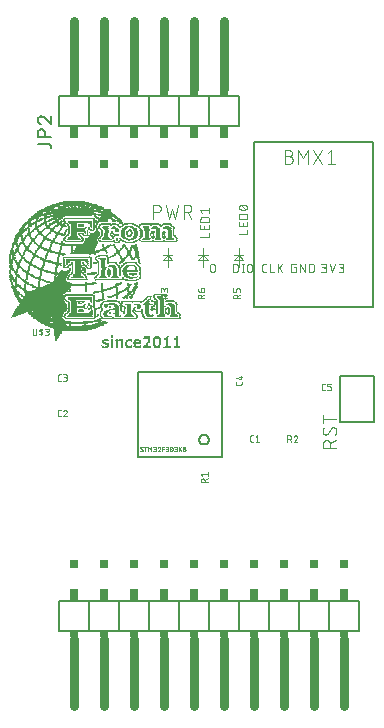
<source format=gbr>
G04 EAGLE Gerber RS-274X export*
G75*
%MOMM*%
%FSLAX34Y34*%
%LPD*%
%INSilkscreen Top*%
%IPPOS*%
%AMOC8*
5,1,8,0,0,1.08239X$1,22.5*%
G01*
%ADD10C,0.076200*%
%ADD11C,0.127000*%
%ADD12C,0.101600*%
%ADD13C,0.050800*%
%ADD14C,0.152400*%
%ADD15C,0.762000*%
%ADD16R,0.762000X0.508000*%
%ADD17R,0.762000X1.016000*%
%ADD18R,0.762000X0.762000*%
%ADD19C,0.025400*%
%ADD20R,0.300000X0.060000*%
%ADD21R,0.120000X0.060000*%
%ADD22R,0.240000X0.060000*%
%ADD23R,0.180000X0.060000*%
%ADD24R,0.360000X0.060000*%
%ADD25R,0.660000X0.060000*%
%ADD26R,0.600000X0.060000*%
%ADD27R,0.540000X0.060000*%
%ADD28R,0.480000X0.060000*%
%ADD29R,0.060000X0.060000*%
%ADD30R,0.420000X0.060000*%
%ADD31R,0.720000X0.060000*%
%ADD32R,1.440000X0.060000*%
%ADD33R,2.940000X0.060000*%
%ADD34R,3.180000X0.060000*%
%ADD35R,1.260000X0.060000*%
%ADD36R,1.080000X0.060000*%
%ADD37R,2.520000X0.060000*%
%ADD38R,4.080000X0.060000*%
%ADD39R,4.320000X0.060000*%
%ADD40R,1.620000X0.060000*%
%ADD41R,1.800000X0.060000*%
%ADD42R,1.320000X0.060000*%
%ADD43R,1.920000X0.060000*%
%ADD44R,3.360000X0.060000*%
%ADD45R,0.960000X0.060000*%
%ADD46R,0.840000X0.060000*%
%ADD47R,3.060000X0.060000*%
%ADD48R,3.420000X0.060000*%
%ADD49R,0.900000X0.060000*%
%ADD50R,1.380000X0.060000*%
%ADD51R,1.140000X0.060000*%
%ADD52R,2.340000X0.060000*%
%ADD53R,0.780000X0.060000*%
%ADD54R,2.580000X0.060000*%
%ADD55R,1.500000X0.060000*%
%ADD56R,2.640000X0.060000*%
%ADD57R,2.160000X0.060000*%
%ADD58R,2.760000X0.060000*%
%ADD59R,2.100000X0.060000*%
%ADD60R,2.820000X0.060000*%
%ADD61R,2.040000X0.060000*%
%ADD62R,2.880000X0.060000*%
%ADD63R,1.980000X0.060000*%
%ADD64R,3.000000X0.060000*%
%ADD65R,1.020000X0.060000*%
%ADD66R,3.120000X0.060000*%
%ADD67R,1.560000X0.060000*%
%ADD68R,2.700000X0.060000*%
%ADD69R,4.380000X0.060000*%
%ADD70R,4.260000X0.060000*%
%ADD71R,4.200000X0.060000*%
%ADD72R,4.140000X0.060000*%
%ADD73R,3.960000X0.060000*%
%ADD74R,3.900000X0.060000*%
%ADD75R,1.200000X0.060000*%
%ADD76R,3.540000X0.060000*%
%ADD77R,3.600000X0.060000*%
%ADD78R,3.660000X0.060000*%
%ADD79R,3.300000X0.060000*%
%ADD80R,3.240000X0.060000*%
%ADD81R,2.400000X0.060000*%
%ADD82R,3.780000X0.060000*%
%ADD83R,2.460000X0.060000*%
%ADD84R,2.280000X0.060000*%
%ADD85R,1.740000X0.060000*%
%ADD86R,1.680000X0.060000*%
%ADD87R,3.480000X0.060000*%
%ADD88R,3.840000X0.060000*%
%ADD89R,5.100000X0.060000*%
%ADD90R,3.720000X0.060000*%
%ADD91R,5.220000X0.060000*%
%ADD92R,1.860000X0.060000*%


D10*
X175754Y309513D02*
X175754Y312787D01*
X175756Y312876D01*
X175762Y312965D01*
X175772Y313054D01*
X175785Y313142D01*
X175802Y313230D01*
X175824Y313317D01*
X175849Y313402D01*
X175877Y313487D01*
X175910Y313570D01*
X175946Y313652D01*
X175985Y313732D01*
X176028Y313810D01*
X176074Y313886D01*
X176124Y313961D01*
X176177Y314033D01*
X176233Y314102D01*
X176292Y314169D01*
X176353Y314234D01*
X176418Y314295D01*
X176485Y314354D01*
X176554Y314410D01*
X176626Y314463D01*
X176701Y314513D01*
X176777Y314559D01*
X176855Y314602D01*
X176935Y314641D01*
X177017Y314677D01*
X177100Y314710D01*
X177185Y314738D01*
X177270Y314763D01*
X177357Y314785D01*
X177445Y314802D01*
X177533Y314815D01*
X177622Y314825D01*
X177711Y314831D01*
X177800Y314833D01*
X177889Y314831D01*
X177978Y314825D01*
X178067Y314815D01*
X178155Y314802D01*
X178243Y314785D01*
X178330Y314763D01*
X178415Y314738D01*
X178500Y314710D01*
X178583Y314677D01*
X178665Y314641D01*
X178745Y314602D01*
X178823Y314559D01*
X178899Y314513D01*
X178974Y314463D01*
X179046Y314410D01*
X179115Y314354D01*
X179182Y314295D01*
X179247Y314234D01*
X179308Y314169D01*
X179367Y314102D01*
X179423Y314033D01*
X179476Y313961D01*
X179526Y313886D01*
X179572Y313810D01*
X179615Y313732D01*
X179654Y313652D01*
X179690Y313570D01*
X179723Y313487D01*
X179751Y313402D01*
X179776Y313317D01*
X179798Y313230D01*
X179815Y313142D01*
X179828Y313054D01*
X179838Y312965D01*
X179844Y312876D01*
X179846Y312787D01*
X179846Y309513D01*
X179844Y309424D01*
X179838Y309335D01*
X179828Y309246D01*
X179815Y309158D01*
X179798Y309070D01*
X179776Y308983D01*
X179751Y308898D01*
X179723Y308813D01*
X179690Y308730D01*
X179654Y308648D01*
X179615Y308568D01*
X179572Y308490D01*
X179526Y308414D01*
X179476Y308339D01*
X179423Y308267D01*
X179367Y308198D01*
X179308Y308131D01*
X179247Y308066D01*
X179182Y308005D01*
X179115Y307946D01*
X179046Y307890D01*
X178974Y307837D01*
X178899Y307787D01*
X178823Y307741D01*
X178745Y307698D01*
X178665Y307659D01*
X178583Y307623D01*
X178500Y307590D01*
X178415Y307562D01*
X178330Y307537D01*
X178243Y307515D01*
X178155Y307498D01*
X178067Y307485D01*
X177978Y307475D01*
X177889Y307469D01*
X177800Y307467D01*
X177711Y307469D01*
X177622Y307475D01*
X177533Y307485D01*
X177445Y307498D01*
X177357Y307515D01*
X177270Y307537D01*
X177185Y307562D01*
X177100Y307590D01*
X177017Y307623D01*
X176935Y307659D01*
X176855Y307698D01*
X176777Y307741D01*
X176701Y307787D01*
X176626Y307837D01*
X176554Y307890D01*
X176485Y307946D01*
X176418Y308005D01*
X176353Y308066D01*
X176292Y308131D01*
X176233Y308198D01*
X176177Y308267D01*
X176124Y308339D01*
X176074Y308414D01*
X176028Y308490D01*
X175985Y308568D01*
X175946Y308648D01*
X175910Y308730D01*
X175877Y308813D01*
X175849Y308898D01*
X175824Y308983D01*
X175802Y309070D01*
X175785Y309158D01*
X175772Y309246D01*
X175762Y309335D01*
X175756Y309424D01*
X175754Y309513D01*
X195180Y307467D02*
X195180Y314833D01*
X197226Y314833D01*
X197315Y314831D01*
X197404Y314825D01*
X197493Y314815D01*
X197581Y314802D01*
X197669Y314785D01*
X197756Y314763D01*
X197841Y314738D01*
X197926Y314710D01*
X198009Y314677D01*
X198091Y314641D01*
X198171Y314602D01*
X198249Y314559D01*
X198325Y314513D01*
X198400Y314463D01*
X198472Y314410D01*
X198541Y314354D01*
X198608Y314295D01*
X198673Y314234D01*
X198734Y314169D01*
X198793Y314102D01*
X198849Y314033D01*
X198902Y313961D01*
X198952Y313886D01*
X198998Y313810D01*
X199041Y313732D01*
X199080Y313652D01*
X199116Y313570D01*
X199149Y313487D01*
X199177Y313402D01*
X199202Y313317D01*
X199224Y313230D01*
X199241Y313142D01*
X199254Y313054D01*
X199264Y312965D01*
X199270Y312876D01*
X199272Y312787D01*
X199272Y309513D01*
X199270Y309424D01*
X199264Y309335D01*
X199254Y309246D01*
X199241Y309158D01*
X199224Y309070D01*
X199202Y308983D01*
X199177Y308898D01*
X199149Y308813D01*
X199116Y308730D01*
X199080Y308648D01*
X199041Y308568D01*
X198998Y308490D01*
X198952Y308414D01*
X198902Y308339D01*
X198849Y308267D01*
X198793Y308198D01*
X198734Y308131D01*
X198673Y308066D01*
X198608Y308005D01*
X198541Y307946D01*
X198472Y307890D01*
X198400Y307837D01*
X198325Y307787D01*
X198249Y307741D01*
X198171Y307698D01*
X198091Y307659D01*
X198009Y307623D01*
X197926Y307590D01*
X197841Y307562D01*
X197756Y307537D01*
X197669Y307515D01*
X197581Y307498D01*
X197493Y307485D01*
X197404Y307475D01*
X197315Y307469D01*
X197226Y307467D01*
X195180Y307467D01*
X203322Y307467D02*
X203322Y314833D01*
X202503Y307467D02*
X204140Y307467D01*
X204140Y314833D02*
X202503Y314833D01*
X207128Y312787D02*
X207128Y309513D01*
X207128Y312787D02*
X207130Y312876D01*
X207136Y312965D01*
X207146Y313054D01*
X207159Y313142D01*
X207176Y313230D01*
X207198Y313317D01*
X207223Y313402D01*
X207251Y313487D01*
X207284Y313570D01*
X207320Y313652D01*
X207359Y313732D01*
X207402Y313810D01*
X207448Y313886D01*
X207498Y313961D01*
X207551Y314033D01*
X207607Y314102D01*
X207666Y314169D01*
X207727Y314234D01*
X207792Y314295D01*
X207859Y314354D01*
X207928Y314410D01*
X208000Y314463D01*
X208075Y314513D01*
X208151Y314559D01*
X208229Y314602D01*
X208309Y314641D01*
X208391Y314677D01*
X208474Y314710D01*
X208559Y314738D01*
X208644Y314763D01*
X208731Y314785D01*
X208819Y314802D01*
X208907Y314815D01*
X208996Y314825D01*
X209085Y314831D01*
X209174Y314833D01*
X209263Y314831D01*
X209352Y314825D01*
X209441Y314815D01*
X209529Y314802D01*
X209617Y314785D01*
X209704Y314763D01*
X209789Y314738D01*
X209874Y314710D01*
X209957Y314677D01*
X210039Y314641D01*
X210119Y314602D01*
X210197Y314559D01*
X210273Y314513D01*
X210348Y314463D01*
X210420Y314410D01*
X210489Y314354D01*
X210556Y314295D01*
X210621Y314234D01*
X210682Y314169D01*
X210741Y314102D01*
X210797Y314033D01*
X210850Y313961D01*
X210900Y313886D01*
X210946Y313810D01*
X210989Y313732D01*
X211028Y313652D01*
X211064Y313570D01*
X211097Y313487D01*
X211125Y313402D01*
X211150Y313317D01*
X211172Y313230D01*
X211189Y313142D01*
X211202Y313054D01*
X211212Y312965D01*
X211218Y312876D01*
X211220Y312787D01*
X211220Y309513D01*
X211218Y309424D01*
X211212Y309335D01*
X211202Y309246D01*
X211189Y309158D01*
X211172Y309070D01*
X211150Y308983D01*
X211125Y308898D01*
X211097Y308813D01*
X211064Y308730D01*
X211028Y308648D01*
X210989Y308568D01*
X210946Y308490D01*
X210900Y308414D01*
X210850Y308339D01*
X210797Y308267D01*
X210741Y308198D01*
X210682Y308131D01*
X210621Y308066D01*
X210556Y308005D01*
X210489Y307946D01*
X210420Y307890D01*
X210348Y307837D01*
X210273Y307787D01*
X210197Y307741D01*
X210119Y307698D01*
X210039Y307659D01*
X209957Y307623D01*
X209874Y307590D01*
X209789Y307562D01*
X209704Y307537D01*
X209617Y307515D01*
X209529Y307498D01*
X209441Y307485D01*
X209352Y307475D01*
X209263Y307469D01*
X209174Y307467D01*
X209085Y307469D01*
X208996Y307475D01*
X208907Y307485D01*
X208819Y307498D01*
X208731Y307515D01*
X208644Y307537D01*
X208559Y307562D01*
X208474Y307590D01*
X208391Y307623D01*
X208309Y307659D01*
X208229Y307698D01*
X208151Y307741D01*
X208075Y307787D01*
X208000Y307837D01*
X207928Y307890D01*
X207859Y307946D01*
X207792Y308005D01*
X207727Y308066D01*
X207666Y308131D01*
X207607Y308198D01*
X207551Y308267D01*
X207498Y308339D01*
X207448Y308414D01*
X207402Y308490D01*
X207359Y308568D01*
X207320Y308648D01*
X207284Y308730D01*
X207251Y308813D01*
X207223Y308898D01*
X207198Y308983D01*
X207176Y309070D01*
X207159Y309158D01*
X207146Y309246D01*
X207136Y309335D01*
X207130Y309424D01*
X207128Y309513D01*
X221781Y307467D02*
X223417Y307467D01*
X221781Y307467D02*
X221703Y307469D01*
X221625Y307474D01*
X221548Y307484D01*
X221471Y307497D01*
X221395Y307513D01*
X221320Y307533D01*
X221246Y307557D01*
X221173Y307584D01*
X221101Y307615D01*
X221031Y307649D01*
X220963Y307686D01*
X220896Y307727D01*
X220831Y307771D01*
X220769Y307817D01*
X220709Y307867D01*
X220651Y307919D01*
X220596Y307974D01*
X220544Y308032D01*
X220494Y308092D01*
X220448Y308154D01*
X220404Y308219D01*
X220363Y308286D01*
X220326Y308354D01*
X220292Y308424D01*
X220261Y308496D01*
X220234Y308569D01*
X220210Y308643D01*
X220190Y308718D01*
X220174Y308794D01*
X220161Y308871D01*
X220151Y308948D01*
X220146Y309026D01*
X220144Y309104D01*
X220144Y313196D01*
X220146Y313276D01*
X220152Y313356D01*
X220162Y313436D01*
X220175Y313515D01*
X220193Y313594D01*
X220214Y313671D01*
X220240Y313747D01*
X220269Y313822D01*
X220301Y313896D01*
X220337Y313968D01*
X220377Y314038D01*
X220420Y314105D01*
X220466Y314171D01*
X220516Y314234D01*
X220568Y314295D01*
X220623Y314354D01*
X220682Y314409D01*
X220742Y314461D01*
X220806Y314511D01*
X220872Y314557D01*
X220939Y314600D01*
X221009Y314640D01*
X221081Y314676D01*
X221155Y314708D01*
X221229Y314737D01*
X221306Y314763D01*
X221383Y314784D01*
X221462Y314802D01*
X221541Y314815D01*
X221621Y314825D01*
X221701Y314831D01*
X221781Y314833D01*
X223417Y314833D01*
X226522Y314833D02*
X226522Y307467D01*
X229796Y307467D01*
X232964Y307467D02*
X232964Y314833D01*
X237056Y314833D02*
X232964Y310332D01*
X234601Y311968D02*
X237056Y307467D01*
X247016Y311559D02*
X248243Y311559D01*
X248243Y307467D01*
X245788Y307467D01*
X245710Y307469D01*
X245632Y307474D01*
X245555Y307484D01*
X245478Y307497D01*
X245402Y307513D01*
X245327Y307533D01*
X245253Y307557D01*
X245180Y307584D01*
X245108Y307615D01*
X245038Y307649D01*
X244970Y307686D01*
X244903Y307727D01*
X244838Y307771D01*
X244776Y307817D01*
X244716Y307867D01*
X244658Y307919D01*
X244603Y307974D01*
X244551Y308032D01*
X244501Y308092D01*
X244455Y308154D01*
X244411Y308219D01*
X244370Y308286D01*
X244333Y308354D01*
X244299Y308424D01*
X244268Y308496D01*
X244241Y308569D01*
X244217Y308643D01*
X244197Y308718D01*
X244181Y308794D01*
X244168Y308871D01*
X244158Y308948D01*
X244153Y309026D01*
X244151Y309104D01*
X244151Y313196D01*
X244153Y313276D01*
X244159Y313356D01*
X244169Y313436D01*
X244182Y313515D01*
X244200Y313594D01*
X244221Y313671D01*
X244247Y313747D01*
X244276Y313822D01*
X244308Y313896D01*
X244344Y313968D01*
X244384Y314038D01*
X244427Y314105D01*
X244473Y314171D01*
X244523Y314234D01*
X244575Y314295D01*
X244630Y314354D01*
X244689Y314409D01*
X244749Y314461D01*
X244813Y314511D01*
X244879Y314557D01*
X244946Y314600D01*
X245016Y314640D01*
X245088Y314676D01*
X245162Y314708D01*
X245236Y314737D01*
X245313Y314763D01*
X245390Y314784D01*
X245469Y314802D01*
X245548Y314815D01*
X245628Y314825D01*
X245708Y314831D01*
X245788Y314833D01*
X248243Y314833D01*
X251954Y314833D02*
X251954Y307467D01*
X256046Y307467D02*
X251954Y314833D01*
X256046Y314833D02*
X256046Y307467D01*
X259757Y307467D02*
X259757Y314833D01*
X261803Y314833D01*
X261892Y314831D01*
X261981Y314825D01*
X262070Y314815D01*
X262158Y314802D01*
X262246Y314785D01*
X262333Y314763D01*
X262418Y314738D01*
X262503Y314710D01*
X262586Y314677D01*
X262668Y314641D01*
X262748Y314602D01*
X262826Y314559D01*
X262902Y314513D01*
X262977Y314463D01*
X263049Y314410D01*
X263118Y314354D01*
X263185Y314295D01*
X263250Y314234D01*
X263311Y314169D01*
X263370Y314102D01*
X263426Y314033D01*
X263479Y313961D01*
X263529Y313886D01*
X263575Y313810D01*
X263618Y313732D01*
X263657Y313652D01*
X263693Y313570D01*
X263726Y313487D01*
X263754Y313402D01*
X263779Y313317D01*
X263801Y313230D01*
X263818Y313142D01*
X263831Y313054D01*
X263841Y312965D01*
X263847Y312876D01*
X263849Y312787D01*
X263849Y309513D01*
X263847Y309424D01*
X263841Y309335D01*
X263831Y309246D01*
X263818Y309158D01*
X263801Y309070D01*
X263779Y308983D01*
X263754Y308898D01*
X263726Y308813D01*
X263693Y308730D01*
X263657Y308648D01*
X263618Y308568D01*
X263575Y308490D01*
X263529Y308414D01*
X263479Y308339D01*
X263426Y308267D01*
X263370Y308198D01*
X263311Y308131D01*
X263250Y308066D01*
X263185Y308005D01*
X263118Y307946D01*
X263049Y307890D01*
X262977Y307837D01*
X262902Y307787D01*
X262826Y307741D01*
X262748Y307698D01*
X262668Y307659D01*
X262586Y307623D01*
X262503Y307590D01*
X262418Y307562D01*
X262333Y307537D01*
X262246Y307515D01*
X262158Y307498D01*
X262070Y307485D01*
X261981Y307475D01*
X261892Y307469D01*
X261803Y307467D01*
X259757Y307467D01*
X270039Y307467D02*
X272085Y307467D01*
X272174Y307469D01*
X272263Y307475D01*
X272352Y307485D01*
X272440Y307498D01*
X272528Y307515D01*
X272615Y307537D01*
X272700Y307562D01*
X272785Y307590D01*
X272868Y307623D01*
X272950Y307659D01*
X273030Y307698D01*
X273108Y307741D01*
X273184Y307787D01*
X273259Y307837D01*
X273331Y307890D01*
X273400Y307946D01*
X273467Y308005D01*
X273532Y308066D01*
X273593Y308131D01*
X273652Y308198D01*
X273708Y308267D01*
X273761Y308339D01*
X273811Y308414D01*
X273857Y308490D01*
X273900Y308568D01*
X273939Y308648D01*
X273975Y308730D01*
X274008Y308813D01*
X274036Y308898D01*
X274061Y308983D01*
X274083Y309070D01*
X274100Y309158D01*
X274113Y309246D01*
X274123Y309335D01*
X274129Y309424D01*
X274131Y309513D01*
X274129Y309602D01*
X274123Y309691D01*
X274113Y309780D01*
X274100Y309868D01*
X274083Y309956D01*
X274061Y310043D01*
X274036Y310128D01*
X274008Y310213D01*
X273975Y310296D01*
X273939Y310378D01*
X273900Y310458D01*
X273857Y310536D01*
X273811Y310612D01*
X273761Y310687D01*
X273708Y310759D01*
X273652Y310828D01*
X273593Y310895D01*
X273532Y310960D01*
X273467Y311021D01*
X273400Y311080D01*
X273331Y311136D01*
X273259Y311189D01*
X273184Y311239D01*
X273108Y311285D01*
X273030Y311328D01*
X272950Y311367D01*
X272868Y311403D01*
X272785Y311436D01*
X272700Y311464D01*
X272615Y311489D01*
X272528Y311511D01*
X272440Y311528D01*
X272352Y311541D01*
X272263Y311551D01*
X272174Y311557D01*
X272085Y311559D01*
X272494Y314833D02*
X270039Y314833D01*
X272494Y314833D02*
X272573Y314831D01*
X272652Y314825D01*
X272731Y314816D01*
X272809Y314803D01*
X272886Y314785D01*
X272962Y314765D01*
X273037Y314740D01*
X273111Y314712D01*
X273184Y314681D01*
X273255Y314645D01*
X273324Y314607D01*
X273391Y314565D01*
X273456Y314520D01*
X273519Y314472D01*
X273580Y314421D01*
X273637Y314367D01*
X273693Y314311D01*
X273745Y314252D01*
X273795Y314190D01*
X273841Y314126D01*
X273885Y314060D01*
X273925Y313992D01*
X273961Y313922D01*
X273995Y313850D01*
X274025Y313776D01*
X274051Y313702D01*
X274074Y313626D01*
X274092Y313549D01*
X274108Y313472D01*
X274119Y313393D01*
X274127Y313315D01*
X274131Y313236D01*
X274131Y313156D01*
X274127Y313077D01*
X274119Y312999D01*
X274108Y312920D01*
X274092Y312843D01*
X274074Y312766D01*
X274051Y312690D01*
X274025Y312616D01*
X273995Y312542D01*
X273961Y312470D01*
X273925Y312400D01*
X273885Y312332D01*
X273841Y312266D01*
X273795Y312202D01*
X273745Y312140D01*
X273693Y312081D01*
X273637Y312025D01*
X273580Y311971D01*
X273519Y311920D01*
X273456Y311872D01*
X273391Y311827D01*
X273324Y311785D01*
X273255Y311747D01*
X273184Y311711D01*
X273111Y311680D01*
X273037Y311652D01*
X272962Y311627D01*
X272886Y311607D01*
X272809Y311589D01*
X272731Y311576D01*
X272652Y311567D01*
X272573Y311561D01*
X272494Y311559D01*
X270857Y311559D01*
X276945Y314833D02*
X279400Y307467D01*
X281855Y314833D01*
X284669Y307467D02*
X286715Y307467D01*
X286804Y307469D01*
X286893Y307475D01*
X286982Y307485D01*
X287070Y307498D01*
X287158Y307515D01*
X287245Y307537D01*
X287330Y307562D01*
X287415Y307590D01*
X287498Y307623D01*
X287580Y307659D01*
X287660Y307698D01*
X287738Y307741D01*
X287814Y307787D01*
X287889Y307837D01*
X287961Y307890D01*
X288030Y307946D01*
X288097Y308005D01*
X288162Y308066D01*
X288223Y308131D01*
X288282Y308198D01*
X288338Y308267D01*
X288391Y308339D01*
X288441Y308414D01*
X288487Y308490D01*
X288530Y308568D01*
X288569Y308648D01*
X288605Y308730D01*
X288638Y308813D01*
X288666Y308898D01*
X288691Y308983D01*
X288713Y309070D01*
X288730Y309158D01*
X288743Y309246D01*
X288753Y309335D01*
X288759Y309424D01*
X288761Y309513D01*
X288759Y309602D01*
X288753Y309691D01*
X288743Y309780D01*
X288730Y309868D01*
X288713Y309956D01*
X288691Y310043D01*
X288666Y310128D01*
X288638Y310213D01*
X288605Y310296D01*
X288569Y310378D01*
X288530Y310458D01*
X288487Y310536D01*
X288441Y310612D01*
X288391Y310687D01*
X288338Y310759D01*
X288282Y310828D01*
X288223Y310895D01*
X288162Y310960D01*
X288097Y311021D01*
X288030Y311080D01*
X287961Y311136D01*
X287889Y311189D01*
X287814Y311239D01*
X287738Y311285D01*
X287660Y311328D01*
X287580Y311367D01*
X287498Y311403D01*
X287415Y311436D01*
X287330Y311464D01*
X287245Y311489D01*
X287158Y311511D01*
X287070Y311528D01*
X286982Y311541D01*
X286893Y311551D01*
X286804Y311557D01*
X286715Y311559D01*
X287124Y314833D02*
X284669Y314833D01*
X287124Y314833D02*
X287203Y314831D01*
X287282Y314825D01*
X287361Y314816D01*
X287439Y314803D01*
X287516Y314785D01*
X287592Y314765D01*
X287667Y314740D01*
X287741Y314712D01*
X287814Y314681D01*
X287885Y314645D01*
X287954Y314607D01*
X288021Y314565D01*
X288086Y314520D01*
X288149Y314472D01*
X288210Y314421D01*
X288267Y314367D01*
X288323Y314311D01*
X288375Y314252D01*
X288425Y314190D01*
X288471Y314126D01*
X288515Y314060D01*
X288555Y313992D01*
X288591Y313922D01*
X288625Y313850D01*
X288655Y313776D01*
X288681Y313702D01*
X288704Y313626D01*
X288722Y313549D01*
X288738Y313472D01*
X288749Y313393D01*
X288757Y313315D01*
X288761Y313236D01*
X288761Y313156D01*
X288757Y313077D01*
X288749Y312999D01*
X288738Y312920D01*
X288722Y312843D01*
X288704Y312766D01*
X288681Y312690D01*
X288655Y312616D01*
X288625Y312542D01*
X288591Y312470D01*
X288555Y312400D01*
X288515Y312332D01*
X288471Y312266D01*
X288425Y312202D01*
X288375Y312140D01*
X288323Y312081D01*
X288267Y312025D01*
X288210Y311971D01*
X288149Y311920D01*
X288086Y311872D01*
X288021Y311827D01*
X287954Y311785D01*
X287885Y311747D01*
X287814Y311711D01*
X287741Y311680D01*
X287667Y311652D01*
X287592Y311627D01*
X287516Y311607D01*
X287439Y311589D01*
X287361Y311576D01*
X287282Y311567D01*
X287203Y311561D01*
X287124Y311559D01*
X285488Y311559D01*
D11*
X213360Y277830D02*
X213360Y417830D01*
X313360Y417830D01*
X313360Y277830D01*
X213360Y277830D01*
D12*
X239268Y405779D02*
X242514Y405779D01*
X242514Y405780D02*
X242627Y405778D01*
X242740Y405772D01*
X242853Y405762D01*
X242966Y405748D01*
X243078Y405731D01*
X243189Y405709D01*
X243299Y405684D01*
X243409Y405654D01*
X243517Y405621D01*
X243624Y405584D01*
X243730Y405544D01*
X243834Y405499D01*
X243937Y405451D01*
X244038Y405400D01*
X244137Y405345D01*
X244234Y405287D01*
X244329Y405225D01*
X244422Y405160D01*
X244512Y405092D01*
X244600Y405021D01*
X244686Y404946D01*
X244769Y404869D01*
X244849Y404789D01*
X244926Y404706D01*
X245001Y404620D01*
X245072Y404532D01*
X245140Y404442D01*
X245205Y404349D01*
X245267Y404254D01*
X245325Y404157D01*
X245380Y404058D01*
X245431Y403957D01*
X245479Y403854D01*
X245524Y403750D01*
X245564Y403644D01*
X245601Y403537D01*
X245634Y403429D01*
X245664Y403319D01*
X245689Y403209D01*
X245711Y403098D01*
X245728Y402986D01*
X245742Y402873D01*
X245752Y402760D01*
X245758Y402647D01*
X245760Y402534D01*
X245758Y402421D01*
X245752Y402308D01*
X245742Y402195D01*
X245728Y402082D01*
X245711Y401970D01*
X245689Y401859D01*
X245664Y401749D01*
X245634Y401639D01*
X245601Y401531D01*
X245564Y401424D01*
X245524Y401318D01*
X245479Y401214D01*
X245431Y401111D01*
X245380Y401010D01*
X245325Y400911D01*
X245267Y400814D01*
X245205Y400719D01*
X245140Y400626D01*
X245072Y400536D01*
X245001Y400448D01*
X244926Y400362D01*
X244849Y400279D01*
X244769Y400199D01*
X244686Y400122D01*
X244600Y400047D01*
X244512Y399976D01*
X244422Y399908D01*
X244329Y399843D01*
X244234Y399781D01*
X244137Y399723D01*
X244038Y399668D01*
X243937Y399617D01*
X243834Y399569D01*
X243730Y399524D01*
X243624Y399484D01*
X243517Y399447D01*
X243409Y399414D01*
X243299Y399384D01*
X243189Y399359D01*
X243078Y399337D01*
X242966Y399320D01*
X242853Y399306D01*
X242740Y399296D01*
X242627Y399290D01*
X242514Y399288D01*
X239268Y399288D01*
X239268Y410972D01*
X242514Y410972D01*
X242615Y410970D01*
X242715Y410964D01*
X242815Y410954D01*
X242915Y410941D01*
X243014Y410923D01*
X243113Y410902D01*
X243210Y410877D01*
X243307Y410848D01*
X243402Y410815D01*
X243496Y410779D01*
X243588Y410739D01*
X243679Y410696D01*
X243768Y410649D01*
X243855Y410599D01*
X243941Y410545D01*
X244024Y410488D01*
X244104Y410428D01*
X244183Y410365D01*
X244259Y410298D01*
X244332Y410229D01*
X244402Y410157D01*
X244470Y410083D01*
X244535Y410006D01*
X244596Y409926D01*
X244655Y409844D01*
X244710Y409760D01*
X244762Y409674D01*
X244811Y409586D01*
X244856Y409496D01*
X244898Y409404D01*
X244936Y409311D01*
X244970Y409216D01*
X245001Y409121D01*
X245028Y409024D01*
X245051Y408926D01*
X245071Y408827D01*
X245086Y408727D01*
X245098Y408627D01*
X245106Y408527D01*
X245110Y408426D01*
X245110Y408326D01*
X245106Y408225D01*
X245098Y408125D01*
X245086Y408025D01*
X245071Y407925D01*
X245051Y407826D01*
X245028Y407728D01*
X245001Y407631D01*
X244970Y407536D01*
X244936Y407441D01*
X244898Y407348D01*
X244856Y407256D01*
X244811Y407166D01*
X244762Y407078D01*
X244710Y406992D01*
X244655Y406908D01*
X244596Y406826D01*
X244535Y406746D01*
X244470Y406669D01*
X244402Y406595D01*
X244332Y406523D01*
X244259Y406454D01*
X244183Y406387D01*
X244104Y406324D01*
X244024Y406264D01*
X243941Y406207D01*
X243855Y406153D01*
X243768Y406103D01*
X243679Y406056D01*
X243588Y406013D01*
X243496Y405973D01*
X243402Y405937D01*
X243307Y405904D01*
X243210Y405875D01*
X243113Y405850D01*
X243014Y405829D01*
X242915Y405811D01*
X242815Y405798D01*
X242715Y405788D01*
X242615Y405782D01*
X242514Y405780D01*
X250642Y410972D02*
X250642Y399288D01*
X254536Y404481D02*
X250642Y410972D01*
X254536Y404481D02*
X258431Y410972D01*
X258431Y399288D01*
X263215Y399288D02*
X271004Y410972D01*
X263215Y410972D02*
X271004Y399288D01*
X275294Y408376D02*
X278539Y410972D01*
X278539Y399288D01*
X275294Y399288D02*
X281785Y399288D01*
D13*
X212288Y164084D02*
X211046Y164084D01*
X210976Y164086D01*
X210907Y164092D01*
X210838Y164102D01*
X210770Y164115D01*
X210702Y164133D01*
X210636Y164154D01*
X210571Y164179D01*
X210507Y164207D01*
X210445Y164239D01*
X210385Y164274D01*
X210327Y164313D01*
X210272Y164355D01*
X210218Y164400D01*
X210168Y164448D01*
X210120Y164498D01*
X210075Y164552D01*
X210033Y164607D01*
X209994Y164665D01*
X209959Y164725D01*
X209927Y164787D01*
X209899Y164851D01*
X209874Y164916D01*
X209853Y164982D01*
X209835Y165050D01*
X209822Y165118D01*
X209812Y165187D01*
X209806Y165256D01*
X209804Y165326D01*
X209804Y168430D01*
X209806Y168500D01*
X209812Y168569D01*
X209822Y168638D01*
X209835Y168706D01*
X209853Y168774D01*
X209874Y168840D01*
X209899Y168905D01*
X209927Y168969D01*
X209959Y169031D01*
X209994Y169091D01*
X210033Y169149D01*
X210075Y169204D01*
X210120Y169258D01*
X210168Y169308D01*
X210218Y169356D01*
X210272Y169401D01*
X210327Y169443D01*
X210385Y169482D01*
X210445Y169517D01*
X210507Y169549D01*
X210571Y169577D01*
X210636Y169602D01*
X210702Y169623D01*
X210770Y169641D01*
X210838Y169654D01*
X210907Y169664D01*
X210976Y169670D01*
X211046Y169672D01*
X212288Y169672D01*
X214392Y168430D02*
X215944Y169672D01*
X215944Y164084D01*
X214392Y164084D02*
X217497Y164084D01*
X49297Y185428D02*
X48055Y185428D01*
X47985Y185430D01*
X47916Y185436D01*
X47847Y185446D01*
X47779Y185459D01*
X47711Y185477D01*
X47645Y185498D01*
X47580Y185523D01*
X47516Y185551D01*
X47454Y185583D01*
X47394Y185618D01*
X47336Y185657D01*
X47281Y185699D01*
X47227Y185744D01*
X47177Y185792D01*
X47129Y185842D01*
X47084Y185896D01*
X47042Y185951D01*
X47003Y186009D01*
X46968Y186069D01*
X46936Y186131D01*
X46908Y186195D01*
X46883Y186260D01*
X46862Y186326D01*
X46844Y186394D01*
X46831Y186462D01*
X46821Y186531D01*
X46815Y186600D01*
X46813Y186670D01*
X46813Y189774D01*
X46815Y189844D01*
X46821Y189913D01*
X46831Y189982D01*
X46844Y190050D01*
X46862Y190118D01*
X46883Y190184D01*
X46908Y190249D01*
X46936Y190313D01*
X46968Y190375D01*
X47003Y190435D01*
X47042Y190493D01*
X47084Y190548D01*
X47129Y190602D01*
X47177Y190652D01*
X47227Y190700D01*
X47281Y190745D01*
X47336Y190787D01*
X47394Y190826D01*
X47454Y190861D01*
X47516Y190893D01*
X47580Y190921D01*
X47645Y190946D01*
X47711Y190967D01*
X47779Y190985D01*
X47847Y190998D01*
X47916Y191008D01*
X47985Y191014D01*
X48055Y191016D01*
X49297Y191016D01*
X53109Y191016D02*
X53182Y191014D01*
X53255Y191008D01*
X53328Y190999D01*
X53399Y190985D01*
X53471Y190968D01*
X53541Y190948D01*
X53610Y190923D01*
X53677Y190895D01*
X53743Y190864D01*
X53808Y190829D01*
X53870Y190791D01*
X53930Y190749D01*
X53988Y190705D01*
X54044Y190657D01*
X54097Y190607D01*
X54147Y190554D01*
X54195Y190498D01*
X54239Y190440D01*
X54281Y190380D01*
X54319Y190318D01*
X54354Y190253D01*
X54385Y190187D01*
X54413Y190120D01*
X54438Y190051D01*
X54458Y189981D01*
X54475Y189909D01*
X54489Y189838D01*
X54498Y189765D01*
X54504Y189692D01*
X54506Y189619D01*
X53109Y191016D02*
X53025Y191014D01*
X52942Y191008D01*
X52859Y190999D01*
X52777Y190985D01*
X52695Y190968D01*
X52614Y190946D01*
X52534Y190921D01*
X52456Y190893D01*
X52378Y190861D01*
X52303Y190825D01*
X52229Y190786D01*
X52157Y190743D01*
X52087Y190697D01*
X52020Y190648D01*
X51954Y190595D01*
X51892Y190540D01*
X51832Y190482D01*
X51774Y190421D01*
X51720Y190358D01*
X51668Y190292D01*
X51620Y190224D01*
X51575Y190153D01*
X51533Y190081D01*
X51495Y190006D01*
X51460Y189930D01*
X51429Y189853D01*
X51401Y189774D01*
X54040Y188533D02*
X54094Y188586D01*
X54145Y188643D01*
X54193Y188702D01*
X54238Y188763D01*
X54279Y188826D01*
X54318Y188892D01*
X54353Y188959D01*
X54385Y189028D01*
X54413Y189099D01*
X54437Y189170D01*
X54458Y189243D01*
X54475Y189317D01*
X54489Y189392D01*
X54498Y189467D01*
X54504Y189543D01*
X54506Y189619D01*
X54040Y188532D02*
X51402Y185428D01*
X54506Y185428D01*
X49297Y215428D02*
X48055Y215428D01*
X47985Y215430D01*
X47916Y215436D01*
X47847Y215446D01*
X47779Y215459D01*
X47711Y215477D01*
X47645Y215498D01*
X47580Y215523D01*
X47516Y215551D01*
X47454Y215583D01*
X47394Y215618D01*
X47336Y215657D01*
X47281Y215699D01*
X47227Y215744D01*
X47177Y215792D01*
X47129Y215842D01*
X47084Y215896D01*
X47042Y215951D01*
X47003Y216009D01*
X46968Y216069D01*
X46936Y216131D01*
X46908Y216195D01*
X46883Y216260D01*
X46862Y216326D01*
X46844Y216394D01*
X46831Y216462D01*
X46821Y216531D01*
X46815Y216600D01*
X46813Y216670D01*
X46813Y219774D01*
X46815Y219844D01*
X46821Y219913D01*
X46831Y219982D01*
X46844Y220050D01*
X46862Y220118D01*
X46883Y220184D01*
X46908Y220249D01*
X46936Y220313D01*
X46968Y220375D01*
X47003Y220435D01*
X47042Y220493D01*
X47084Y220548D01*
X47129Y220602D01*
X47177Y220652D01*
X47227Y220700D01*
X47281Y220745D01*
X47336Y220787D01*
X47394Y220826D01*
X47454Y220861D01*
X47516Y220893D01*
X47580Y220921D01*
X47645Y220946D01*
X47711Y220967D01*
X47779Y220985D01*
X47847Y220998D01*
X47916Y221008D01*
X47985Y221014D01*
X48055Y221016D01*
X49297Y221016D01*
X51402Y215428D02*
X52954Y215428D01*
X53031Y215430D01*
X53109Y215436D01*
X53185Y215445D01*
X53262Y215459D01*
X53337Y215476D01*
X53411Y215497D01*
X53485Y215522D01*
X53557Y215550D01*
X53627Y215582D01*
X53696Y215617D01*
X53763Y215656D01*
X53828Y215698D01*
X53891Y215743D01*
X53952Y215791D01*
X54010Y215842D01*
X54065Y215896D01*
X54118Y215953D01*
X54167Y216012D01*
X54214Y216074D01*
X54258Y216138D01*
X54298Y216204D01*
X54335Y216272D01*
X54369Y216342D01*
X54399Y216413D01*
X54425Y216486D01*
X54448Y216560D01*
X54467Y216635D01*
X54482Y216710D01*
X54494Y216787D01*
X54502Y216864D01*
X54506Y216941D01*
X54506Y217019D01*
X54502Y217096D01*
X54494Y217173D01*
X54482Y217250D01*
X54467Y217325D01*
X54448Y217400D01*
X54425Y217474D01*
X54399Y217547D01*
X54369Y217618D01*
X54335Y217688D01*
X54298Y217756D01*
X54258Y217822D01*
X54214Y217886D01*
X54167Y217948D01*
X54118Y218007D01*
X54065Y218064D01*
X54010Y218118D01*
X53952Y218169D01*
X53891Y218217D01*
X53828Y218262D01*
X53763Y218304D01*
X53696Y218343D01*
X53627Y218378D01*
X53557Y218410D01*
X53485Y218438D01*
X53411Y218463D01*
X53337Y218484D01*
X53262Y218501D01*
X53185Y218515D01*
X53109Y218524D01*
X53031Y218530D01*
X52954Y218532D01*
X53264Y221016D02*
X51402Y221016D01*
X53264Y221016D02*
X53334Y221014D01*
X53403Y221008D01*
X53472Y220998D01*
X53540Y220985D01*
X53608Y220967D01*
X53674Y220946D01*
X53739Y220921D01*
X53803Y220893D01*
X53865Y220861D01*
X53925Y220826D01*
X53983Y220787D01*
X54038Y220745D01*
X54092Y220700D01*
X54142Y220652D01*
X54190Y220602D01*
X54235Y220548D01*
X54277Y220493D01*
X54316Y220435D01*
X54351Y220375D01*
X54383Y220313D01*
X54411Y220249D01*
X54436Y220184D01*
X54457Y220118D01*
X54475Y220050D01*
X54488Y219982D01*
X54498Y219913D01*
X54504Y219844D01*
X54506Y219774D01*
X54504Y219704D01*
X54498Y219635D01*
X54488Y219566D01*
X54475Y219498D01*
X54457Y219430D01*
X54436Y219364D01*
X54411Y219299D01*
X54383Y219235D01*
X54351Y219173D01*
X54316Y219113D01*
X54277Y219055D01*
X54235Y219000D01*
X54190Y218946D01*
X54142Y218896D01*
X54092Y218848D01*
X54038Y218803D01*
X53983Y218761D01*
X53925Y218722D01*
X53865Y218687D01*
X53803Y218655D01*
X53739Y218627D01*
X53674Y218602D01*
X53608Y218581D01*
X53540Y218563D01*
X53472Y218550D01*
X53403Y218540D01*
X53334Y218534D01*
X53264Y218532D01*
X52022Y218532D01*
X202946Y214828D02*
X202946Y213586D01*
X202944Y213516D01*
X202938Y213447D01*
X202928Y213378D01*
X202915Y213310D01*
X202897Y213242D01*
X202876Y213176D01*
X202851Y213111D01*
X202823Y213047D01*
X202791Y212985D01*
X202756Y212925D01*
X202717Y212867D01*
X202675Y212812D01*
X202630Y212758D01*
X202582Y212708D01*
X202532Y212660D01*
X202478Y212615D01*
X202423Y212573D01*
X202365Y212534D01*
X202305Y212499D01*
X202243Y212467D01*
X202179Y212439D01*
X202114Y212414D01*
X202048Y212393D01*
X201980Y212375D01*
X201912Y212362D01*
X201843Y212352D01*
X201774Y212346D01*
X201704Y212344D01*
X198600Y212344D01*
X198530Y212346D01*
X198461Y212352D01*
X198392Y212362D01*
X198324Y212375D01*
X198256Y212393D01*
X198190Y212414D01*
X198125Y212439D01*
X198061Y212467D01*
X197999Y212499D01*
X197939Y212534D01*
X197881Y212573D01*
X197826Y212615D01*
X197772Y212660D01*
X197722Y212708D01*
X197674Y212758D01*
X197629Y212812D01*
X197587Y212867D01*
X197548Y212925D01*
X197513Y212985D01*
X197481Y213047D01*
X197453Y213111D01*
X197428Y213176D01*
X197407Y213242D01*
X197389Y213310D01*
X197376Y213378D01*
X197366Y213447D01*
X197360Y213516D01*
X197358Y213586D01*
X197358Y214828D01*
X197358Y218174D02*
X201704Y216932D01*
X201704Y220037D01*
X200462Y219105D02*
X202946Y219105D01*
X271736Y207714D02*
X272978Y207714D01*
X271736Y207714D02*
X271666Y207716D01*
X271597Y207722D01*
X271528Y207732D01*
X271460Y207745D01*
X271392Y207763D01*
X271326Y207784D01*
X271261Y207809D01*
X271197Y207837D01*
X271135Y207869D01*
X271075Y207904D01*
X271017Y207943D01*
X270962Y207985D01*
X270908Y208030D01*
X270858Y208078D01*
X270810Y208128D01*
X270765Y208182D01*
X270723Y208237D01*
X270684Y208295D01*
X270649Y208355D01*
X270617Y208417D01*
X270589Y208481D01*
X270564Y208546D01*
X270543Y208612D01*
X270525Y208680D01*
X270512Y208748D01*
X270502Y208817D01*
X270496Y208886D01*
X270494Y208956D01*
X270494Y212060D01*
X270496Y212130D01*
X270502Y212199D01*
X270512Y212268D01*
X270525Y212336D01*
X270543Y212404D01*
X270564Y212470D01*
X270589Y212535D01*
X270617Y212599D01*
X270649Y212661D01*
X270684Y212721D01*
X270723Y212779D01*
X270765Y212834D01*
X270810Y212888D01*
X270858Y212938D01*
X270908Y212986D01*
X270962Y213031D01*
X271017Y213073D01*
X271075Y213112D01*
X271135Y213147D01*
X271197Y213179D01*
X271261Y213207D01*
X271326Y213232D01*
X271392Y213253D01*
X271460Y213271D01*
X271528Y213284D01*
X271597Y213294D01*
X271666Y213300D01*
X271736Y213302D01*
X272978Y213302D01*
X275082Y207714D02*
X276945Y207714D01*
X277015Y207716D01*
X277084Y207722D01*
X277153Y207732D01*
X277221Y207745D01*
X277289Y207763D01*
X277355Y207784D01*
X277420Y207809D01*
X277484Y207837D01*
X277546Y207869D01*
X277606Y207904D01*
X277664Y207943D01*
X277719Y207985D01*
X277773Y208030D01*
X277823Y208078D01*
X277871Y208128D01*
X277916Y208182D01*
X277958Y208237D01*
X277997Y208295D01*
X278032Y208355D01*
X278064Y208417D01*
X278092Y208481D01*
X278117Y208546D01*
X278138Y208612D01*
X278156Y208680D01*
X278169Y208748D01*
X278179Y208817D01*
X278185Y208886D01*
X278187Y208956D01*
X278187Y209577D01*
X278185Y209647D01*
X278179Y209716D01*
X278169Y209785D01*
X278156Y209853D01*
X278138Y209921D01*
X278117Y209987D01*
X278092Y210052D01*
X278064Y210116D01*
X278032Y210178D01*
X277997Y210238D01*
X277958Y210296D01*
X277916Y210351D01*
X277871Y210405D01*
X277823Y210455D01*
X277773Y210503D01*
X277719Y210548D01*
X277664Y210590D01*
X277606Y210629D01*
X277546Y210664D01*
X277484Y210696D01*
X277420Y210724D01*
X277355Y210749D01*
X277289Y210770D01*
X277221Y210788D01*
X277153Y210801D01*
X277084Y210811D01*
X277015Y210817D01*
X276945Y210819D01*
X276945Y210818D02*
X275082Y210818D01*
X275082Y213302D01*
X278187Y213302D01*
D14*
X276600Y29050D02*
X302000Y29050D01*
X276600Y29050D02*
X276600Y3650D01*
X302000Y3650D01*
X302000Y29050D01*
D15*
X289300Y-2700D02*
X289300Y-59850D01*
D14*
X276600Y29050D02*
X251200Y29050D01*
X251200Y3650D01*
X276600Y3650D01*
D15*
X263900Y-2700D02*
X263900Y-59850D01*
D14*
X251200Y29050D02*
X225800Y29050D01*
X225800Y3650D01*
X251200Y3650D01*
D15*
X238500Y-2700D02*
X238500Y-59850D01*
D14*
X225800Y29050D02*
X200400Y29050D01*
X200400Y3650D01*
X225800Y3650D01*
D15*
X213100Y-2700D02*
X213100Y-59850D01*
D14*
X200400Y29050D02*
X175000Y29050D01*
X175000Y3650D01*
X200400Y3650D01*
D15*
X187700Y-2700D02*
X187700Y-59850D01*
D14*
X175000Y29050D02*
X149600Y29050D01*
X149600Y3650D01*
X175000Y3650D01*
D15*
X162300Y-2700D02*
X162300Y-59850D01*
D14*
X149600Y29050D02*
X124200Y29050D01*
X124200Y3650D01*
X149600Y3650D01*
D15*
X136900Y-2700D02*
X136900Y-59850D01*
D14*
X124200Y29050D02*
X98800Y29050D01*
X98800Y3650D01*
X124200Y3650D01*
D15*
X111500Y-2700D02*
X111500Y-59850D01*
D14*
X98800Y29050D02*
X73400Y29050D01*
X73400Y3650D01*
X98800Y3650D01*
D15*
X86100Y-2700D02*
X86100Y-59850D01*
D14*
X73400Y29050D02*
X48000Y29050D01*
X48000Y3650D01*
X73400Y3650D01*
D15*
X60700Y-2700D02*
X60700Y-59850D01*
D16*
X289300Y1110D03*
X263900Y1110D03*
X238500Y1110D03*
X213100Y1110D03*
X187700Y1110D03*
X162300Y1110D03*
X136900Y1110D03*
X111500Y1110D03*
X86100Y1110D03*
X60700Y1110D03*
D17*
X289300Y34130D03*
X263900Y34130D03*
D18*
X289300Y60800D03*
X263900Y60800D03*
D17*
X238500Y34130D03*
X213100Y34130D03*
D18*
X238500Y60800D03*
X213100Y60800D03*
D17*
X187700Y34130D03*
X162300Y34130D03*
D18*
X187700Y60800D03*
X162300Y60800D03*
D17*
X136900Y34130D03*
X111500Y34130D03*
D18*
X136900Y60800D03*
X111500Y60800D03*
D17*
X86100Y34130D03*
X60700Y34130D03*
D18*
X86100Y60800D03*
X60700Y60800D03*
D10*
X196000Y318000D02*
X204000Y318000D01*
X200000Y322000D01*
X196000Y318000D01*
X196000Y322000D02*
X204000Y322000D01*
X200000Y328000D02*
X200000Y312000D01*
X200051Y340214D02*
X207417Y340214D01*
X207417Y343488D01*
X207417Y346554D02*
X207417Y349827D01*
X207417Y346554D02*
X200051Y346554D01*
X200051Y349827D01*
X203325Y349009D02*
X203325Y346554D01*
X200051Y352878D02*
X207417Y352878D01*
X200051Y352878D02*
X200051Y354924D01*
X200053Y355013D01*
X200059Y355102D01*
X200069Y355191D01*
X200082Y355279D01*
X200099Y355367D01*
X200121Y355454D01*
X200146Y355539D01*
X200174Y355624D01*
X200207Y355707D01*
X200243Y355789D01*
X200282Y355869D01*
X200325Y355947D01*
X200371Y356023D01*
X200421Y356098D01*
X200474Y356170D01*
X200530Y356239D01*
X200589Y356306D01*
X200650Y356371D01*
X200715Y356432D01*
X200782Y356491D01*
X200851Y356547D01*
X200923Y356600D01*
X200998Y356650D01*
X201074Y356696D01*
X201152Y356739D01*
X201232Y356778D01*
X201314Y356814D01*
X201397Y356847D01*
X201482Y356875D01*
X201567Y356900D01*
X201654Y356922D01*
X201742Y356939D01*
X201830Y356952D01*
X201919Y356962D01*
X202008Y356968D01*
X202097Y356970D01*
X205371Y356970D01*
X205460Y356968D01*
X205549Y356962D01*
X205638Y356952D01*
X205726Y356939D01*
X205814Y356922D01*
X205901Y356900D01*
X205986Y356875D01*
X206071Y356847D01*
X206154Y356814D01*
X206236Y356778D01*
X206316Y356739D01*
X206394Y356696D01*
X206470Y356650D01*
X206545Y356600D01*
X206617Y356547D01*
X206686Y356491D01*
X206753Y356432D01*
X206818Y356371D01*
X206879Y356306D01*
X206938Y356239D01*
X206994Y356170D01*
X207047Y356098D01*
X207097Y356023D01*
X207143Y355947D01*
X207186Y355869D01*
X207225Y355789D01*
X207261Y355707D01*
X207294Y355624D01*
X207322Y355539D01*
X207347Y355454D01*
X207369Y355367D01*
X207386Y355279D01*
X207399Y355191D01*
X207409Y355102D01*
X207415Y355013D01*
X207417Y354924D01*
X207417Y352878D01*
X203734Y360437D02*
X203581Y360439D01*
X203428Y360445D01*
X203276Y360454D01*
X203123Y360468D01*
X202971Y360485D01*
X202820Y360506D01*
X202669Y360531D01*
X202519Y360560D01*
X202369Y360592D01*
X202221Y360629D01*
X202073Y360669D01*
X201926Y360712D01*
X201781Y360760D01*
X201637Y360811D01*
X201494Y360865D01*
X201352Y360924D01*
X201213Y360985D01*
X201074Y361051D01*
X201004Y361077D01*
X200934Y361107D01*
X200867Y361140D01*
X200801Y361176D01*
X200737Y361215D01*
X200675Y361258D01*
X200616Y361304D01*
X200558Y361352D01*
X200504Y361403D01*
X200451Y361457D01*
X200402Y361514D01*
X200355Y361573D01*
X200312Y361634D01*
X200271Y361697D01*
X200234Y361762D01*
X200199Y361829D01*
X200169Y361898D01*
X200141Y361968D01*
X200118Y362039D01*
X200097Y362111D01*
X200081Y362184D01*
X200068Y362258D01*
X200058Y362333D01*
X200053Y362408D01*
X200051Y362483D01*
X200053Y362558D01*
X200058Y362633D01*
X200068Y362708D01*
X200081Y362782D01*
X200097Y362855D01*
X200118Y362927D01*
X200141Y362998D01*
X200169Y363068D01*
X200199Y363137D01*
X200234Y363204D01*
X200271Y363269D01*
X200312Y363332D01*
X200355Y363393D01*
X200402Y363452D01*
X200451Y363509D01*
X200504Y363563D01*
X200558Y363614D01*
X200616Y363663D01*
X200675Y363708D01*
X200737Y363751D01*
X200801Y363790D01*
X200867Y363827D01*
X200935Y363859D01*
X201004Y363889D01*
X201074Y363915D01*
X201212Y363980D01*
X201352Y364042D01*
X201494Y364100D01*
X201637Y364155D01*
X201781Y364206D01*
X201926Y364254D01*
X202073Y364297D01*
X202220Y364337D01*
X202369Y364374D01*
X202519Y364406D01*
X202669Y364435D01*
X202820Y364460D01*
X202971Y364481D01*
X203123Y364498D01*
X203276Y364512D01*
X203428Y364521D01*
X203581Y364527D01*
X203734Y364529D01*
X203734Y360437D02*
X203887Y360439D01*
X204040Y360445D01*
X204192Y360454D01*
X204345Y360468D01*
X204497Y360485D01*
X204648Y360506D01*
X204799Y360531D01*
X204949Y360560D01*
X205099Y360592D01*
X205247Y360629D01*
X205395Y360669D01*
X205542Y360712D01*
X205687Y360760D01*
X205831Y360811D01*
X205974Y360865D01*
X206116Y360924D01*
X206255Y360985D01*
X206394Y361051D01*
X206465Y361077D01*
X206534Y361107D01*
X206601Y361140D01*
X206667Y361176D01*
X206731Y361215D01*
X206793Y361258D01*
X206852Y361304D01*
X206910Y361352D01*
X206964Y361403D01*
X207017Y361457D01*
X207066Y361514D01*
X207113Y361573D01*
X207156Y361634D01*
X207197Y361697D01*
X207234Y361762D01*
X207269Y361829D01*
X207299Y361898D01*
X207327Y361968D01*
X207350Y362039D01*
X207371Y362111D01*
X207387Y362184D01*
X207400Y362258D01*
X207410Y362333D01*
X207415Y362408D01*
X207417Y362483D01*
X206394Y363915D02*
X206256Y363980D01*
X206116Y364042D01*
X205974Y364100D01*
X205831Y364155D01*
X205687Y364206D01*
X205542Y364254D01*
X205395Y364297D01*
X205248Y364337D01*
X205099Y364374D01*
X204949Y364406D01*
X204799Y364435D01*
X204648Y364460D01*
X204497Y364481D01*
X204345Y364498D01*
X204192Y364512D01*
X204040Y364521D01*
X203887Y364527D01*
X203734Y364529D01*
X206394Y363915D02*
X206464Y363889D01*
X206534Y363859D01*
X206601Y363826D01*
X206667Y363790D01*
X206731Y363751D01*
X206793Y363708D01*
X206852Y363662D01*
X206910Y363614D01*
X206964Y363563D01*
X207017Y363509D01*
X207066Y363452D01*
X207113Y363393D01*
X207156Y363332D01*
X207197Y363269D01*
X207234Y363204D01*
X207269Y363137D01*
X207299Y363068D01*
X207327Y362998D01*
X207350Y362927D01*
X207371Y362855D01*
X207387Y362782D01*
X207400Y362708D01*
X207410Y362633D01*
X207415Y362558D01*
X207417Y362483D01*
X205780Y360846D02*
X201688Y364120D01*
X174000Y318000D02*
X166000Y318000D01*
X170000Y322000D02*
X174000Y318000D01*
X170000Y322000D02*
X166000Y318000D01*
X166000Y322000D02*
X174000Y322000D01*
X170000Y328000D02*
X170000Y312000D01*
X167713Y337781D02*
X175079Y337781D01*
X175079Y341055D01*
X175079Y344121D02*
X175079Y347395D01*
X175079Y344121D02*
X167713Y344121D01*
X167713Y347395D01*
X170987Y346576D02*
X170987Y344121D01*
X167713Y350445D02*
X175079Y350445D01*
X167713Y350445D02*
X167713Y352491D01*
X167715Y352580D01*
X167721Y352669D01*
X167731Y352758D01*
X167744Y352846D01*
X167761Y352934D01*
X167783Y353021D01*
X167808Y353106D01*
X167836Y353191D01*
X167869Y353274D01*
X167905Y353356D01*
X167944Y353436D01*
X167987Y353514D01*
X168033Y353590D01*
X168083Y353665D01*
X168136Y353737D01*
X168192Y353806D01*
X168251Y353873D01*
X168312Y353938D01*
X168377Y353999D01*
X168444Y354058D01*
X168513Y354114D01*
X168585Y354167D01*
X168660Y354217D01*
X168736Y354263D01*
X168814Y354306D01*
X168894Y354345D01*
X168976Y354381D01*
X169059Y354414D01*
X169144Y354442D01*
X169229Y354467D01*
X169316Y354489D01*
X169404Y354506D01*
X169492Y354519D01*
X169581Y354529D01*
X169670Y354535D01*
X169759Y354537D01*
X173033Y354537D01*
X173122Y354535D01*
X173211Y354529D01*
X173300Y354519D01*
X173388Y354506D01*
X173476Y354489D01*
X173563Y354467D01*
X173648Y354442D01*
X173733Y354414D01*
X173816Y354381D01*
X173898Y354345D01*
X173978Y354306D01*
X174056Y354263D01*
X174132Y354217D01*
X174207Y354167D01*
X174279Y354114D01*
X174348Y354058D01*
X174415Y353999D01*
X174480Y353938D01*
X174541Y353873D01*
X174600Y353806D01*
X174656Y353737D01*
X174709Y353665D01*
X174759Y353590D01*
X174805Y353514D01*
X174848Y353436D01*
X174887Y353356D01*
X174923Y353274D01*
X174956Y353191D01*
X174984Y353106D01*
X175009Y353021D01*
X175031Y352934D01*
X175048Y352846D01*
X175061Y352758D01*
X175071Y352669D01*
X175077Y352580D01*
X175079Y352491D01*
X175079Y350445D01*
X169350Y358004D02*
X167713Y360050D01*
X175079Y360050D01*
X175079Y358004D02*
X175079Y362096D01*
X144000Y318000D02*
X136000Y318000D01*
X140000Y322000D02*
X144000Y318000D01*
X140000Y322000D02*
X136000Y318000D01*
X136000Y322000D02*
X144000Y322000D01*
X140000Y328000D02*
X140000Y312000D01*
D12*
X127629Y352978D02*
X127629Y364662D01*
X130874Y364662D01*
X130987Y364660D01*
X131100Y364654D01*
X131213Y364644D01*
X131326Y364630D01*
X131438Y364613D01*
X131549Y364591D01*
X131659Y364566D01*
X131769Y364536D01*
X131877Y364503D01*
X131984Y364466D01*
X132090Y364426D01*
X132194Y364381D01*
X132297Y364333D01*
X132398Y364282D01*
X132497Y364227D01*
X132594Y364169D01*
X132689Y364107D01*
X132782Y364042D01*
X132872Y363974D01*
X132960Y363903D01*
X133046Y363828D01*
X133129Y363751D01*
X133209Y363671D01*
X133286Y363588D01*
X133361Y363502D01*
X133432Y363414D01*
X133500Y363324D01*
X133565Y363231D01*
X133627Y363136D01*
X133685Y363039D01*
X133740Y362940D01*
X133791Y362839D01*
X133839Y362736D01*
X133884Y362632D01*
X133924Y362526D01*
X133961Y362419D01*
X133994Y362311D01*
X134024Y362201D01*
X134049Y362091D01*
X134071Y361980D01*
X134088Y361868D01*
X134102Y361755D01*
X134112Y361642D01*
X134118Y361529D01*
X134120Y361416D01*
X134118Y361303D01*
X134112Y361190D01*
X134102Y361077D01*
X134088Y360964D01*
X134071Y360852D01*
X134049Y360741D01*
X134024Y360631D01*
X133994Y360521D01*
X133961Y360413D01*
X133924Y360306D01*
X133884Y360200D01*
X133839Y360096D01*
X133791Y359993D01*
X133740Y359892D01*
X133685Y359793D01*
X133627Y359696D01*
X133565Y359601D01*
X133500Y359508D01*
X133432Y359418D01*
X133361Y359330D01*
X133286Y359244D01*
X133209Y359161D01*
X133129Y359081D01*
X133046Y359004D01*
X132960Y358929D01*
X132872Y358858D01*
X132782Y358790D01*
X132689Y358725D01*
X132594Y358663D01*
X132497Y358605D01*
X132398Y358550D01*
X132297Y358499D01*
X132194Y358451D01*
X132090Y358406D01*
X131984Y358366D01*
X131877Y358329D01*
X131769Y358296D01*
X131659Y358266D01*
X131549Y358241D01*
X131438Y358219D01*
X131326Y358202D01*
X131213Y358188D01*
X131100Y358178D01*
X130987Y358172D01*
X130874Y358170D01*
X130874Y358171D02*
X127629Y358171D01*
X138085Y364662D02*
X140681Y352978D01*
X143278Y360767D01*
X145874Y352978D01*
X148471Y364662D01*
X153441Y364662D02*
X153441Y352978D01*
X153441Y364662D02*
X156686Y364662D01*
X156799Y364660D01*
X156912Y364654D01*
X157025Y364644D01*
X157138Y364630D01*
X157250Y364613D01*
X157361Y364591D01*
X157471Y364566D01*
X157581Y364536D01*
X157689Y364503D01*
X157796Y364466D01*
X157902Y364426D01*
X158006Y364381D01*
X158109Y364333D01*
X158210Y364282D01*
X158309Y364227D01*
X158406Y364169D01*
X158501Y364107D01*
X158594Y364042D01*
X158684Y363974D01*
X158772Y363903D01*
X158858Y363828D01*
X158941Y363751D01*
X159021Y363671D01*
X159098Y363588D01*
X159173Y363502D01*
X159244Y363414D01*
X159312Y363324D01*
X159377Y363231D01*
X159439Y363136D01*
X159497Y363039D01*
X159552Y362940D01*
X159603Y362839D01*
X159651Y362736D01*
X159696Y362632D01*
X159736Y362526D01*
X159773Y362419D01*
X159806Y362311D01*
X159836Y362201D01*
X159861Y362091D01*
X159883Y361980D01*
X159900Y361868D01*
X159914Y361755D01*
X159924Y361642D01*
X159930Y361529D01*
X159932Y361416D01*
X159930Y361303D01*
X159924Y361190D01*
X159914Y361077D01*
X159900Y360964D01*
X159883Y360852D01*
X159861Y360741D01*
X159836Y360631D01*
X159806Y360521D01*
X159773Y360413D01*
X159736Y360306D01*
X159696Y360200D01*
X159651Y360096D01*
X159603Y359993D01*
X159552Y359892D01*
X159497Y359793D01*
X159439Y359696D01*
X159377Y359601D01*
X159312Y359508D01*
X159244Y359418D01*
X159173Y359330D01*
X159098Y359244D01*
X159021Y359161D01*
X158941Y359081D01*
X158858Y359004D01*
X158772Y358929D01*
X158684Y358858D01*
X158594Y358790D01*
X158501Y358725D01*
X158406Y358663D01*
X158309Y358605D01*
X158210Y358550D01*
X158109Y358499D01*
X158006Y358451D01*
X157902Y358406D01*
X157796Y358366D01*
X157689Y358329D01*
X157581Y358296D01*
X157471Y358266D01*
X157361Y358241D01*
X157250Y358219D01*
X157138Y358202D01*
X157025Y358188D01*
X156912Y358178D01*
X156799Y358172D01*
X156686Y358170D01*
X156686Y358171D02*
X153441Y358171D01*
X157336Y358171D02*
X159932Y352978D01*
D13*
X168148Y129794D02*
X173736Y129794D01*
X168148Y129794D02*
X168148Y131346D01*
X168150Y131423D01*
X168156Y131501D01*
X168165Y131577D01*
X168179Y131654D01*
X168196Y131729D01*
X168217Y131803D01*
X168242Y131877D01*
X168270Y131949D01*
X168302Y132019D01*
X168337Y132088D01*
X168376Y132155D01*
X168418Y132220D01*
X168463Y132283D01*
X168511Y132344D01*
X168562Y132402D01*
X168616Y132457D01*
X168673Y132510D01*
X168732Y132559D01*
X168794Y132606D01*
X168858Y132650D01*
X168924Y132690D01*
X168992Y132727D01*
X169062Y132761D01*
X169133Y132791D01*
X169206Y132817D01*
X169280Y132840D01*
X169355Y132859D01*
X169430Y132874D01*
X169507Y132886D01*
X169584Y132894D01*
X169661Y132898D01*
X169739Y132898D01*
X169816Y132894D01*
X169893Y132886D01*
X169970Y132874D01*
X170045Y132859D01*
X170120Y132840D01*
X170194Y132817D01*
X170267Y132791D01*
X170338Y132761D01*
X170408Y132727D01*
X170476Y132690D01*
X170542Y132650D01*
X170606Y132606D01*
X170668Y132559D01*
X170727Y132510D01*
X170784Y132457D01*
X170838Y132402D01*
X170889Y132344D01*
X170937Y132283D01*
X170982Y132220D01*
X171024Y132155D01*
X171063Y132088D01*
X171098Y132019D01*
X171130Y131949D01*
X171158Y131877D01*
X171183Y131803D01*
X171204Y131729D01*
X171221Y131654D01*
X171235Y131577D01*
X171244Y131501D01*
X171250Y131423D01*
X171252Y131346D01*
X171252Y129794D01*
X171252Y131657D02*
X173736Y132898D01*
X169390Y135244D02*
X168148Y136797D01*
X173736Y136797D01*
X173736Y138349D02*
X173736Y135244D01*
X241284Y163744D02*
X241284Y169332D01*
X242836Y169332D01*
X242913Y169330D01*
X242991Y169324D01*
X243067Y169315D01*
X243144Y169301D01*
X243219Y169284D01*
X243293Y169263D01*
X243367Y169238D01*
X243439Y169210D01*
X243509Y169178D01*
X243578Y169143D01*
X243645Y169104D01*
X243710Y169062D01*
X243773Y169017D01*
X243834Y168969D01*
X243892Y168918D01*
X243947Y168864D01*
X244000Y168807D01*
X244049Y168748D01*
X244096Y168686D01*
X244140Y168622D01*
X244180Y168556D01*
X244217Y168488D01*
X244251Y168418D01*
X244281Y168347D01*
X244307Y168274D01*
X244330Y168200D01*
X244349Y168125D01*
X244364Y168050D01*
X244376Y167973D01*
X244384Y167896D01*
X244388Y167819D01*
X244388Y167741D01*
X244384Y167664D01*
X244376Y167587D01*
X244364Y167510D01*
X244349Y167435D01*
X244330Y167360D01*
X244307Y167286D01*
X244281Y167213D01*
X244251Y167142D01*
X244217Y167072D01*
X244180Y167004D01*
X244140Y166938D01*
X244096Y166874D01*
X244049Y166812D01*
X244000Y166753D01*
X243947Y166696D01*
X243892Y166642D01*
X243834Y166591D01*
X243773Y166543D01*
X243710Y166498D01*
X243645Y166456D01*
X243578Y166417D01*
X243509Y166382D01*
X243439Y166350D01*
X243367Y166322D01*
X243293Y166297D01*
X243219Y166276D01*
X243144Y166259D01*
X243067Y166245D01*
X242991Y166236D01*
X242913Y166230D01*
X242836Y166228D01*
X241284Y166228D01*
X243147Y166228D02*
X244388Y163744D01*
X249839Y167935D02*
X249837Y168008D01*
X249831Y168081D01*
X249822Y168154D01*
X249808Y168225D01*
X249791Y168297D01*
X249771Y168367D01*
X249746Y168436D01*
X249718Y168503D01*
X249687Y168569D01*
X249652Y168634D01*
X249614Y168696D01*
X249572Y168756D01*
X249528Y168814D01*
X249480Y168870D01*
X249430Y168923D01*
X249377Y168973D01*
X249321Y169021D01*
X249263Y169065D01*
X249203Y169107D01*
X249141Y169145D01*
X249076Y169180D01*
X249010Y169211D01*
X248943Y169239D01*
X248874Y169264D01*
X248804Y169284D01*
X248732Y169301D01*
X248661Y169315D01*
X248588Y169324D01*
X248515Y169330D01*
X248442Y169332D01*
X248358Y169330D01*
X248275Y169324D01*
X248192Y169315D01*
X248110Y169301D01*
X248028Y169284D01*
X247947Y169262D01*
X247867Y169237D01*
X247789Y169209D01*
X247711Y169177D01*
X247636Y169141D01*
X247562Y169102D01*
X247490Y169059D01*
X247420Y169013D01*
X247353Y168964D01*
X247287Y168911D01*
X247225Y168856D01*
X247165Y168798D01*
X247107Y168737D01*
X247053Y168674D01*
X247001Y168608D01*
X246953Y168540D01*
X246908Y168469D01*
X246866Y168397D01*
X246828Y168322D01*
X246793Y168246D01*
X246762Y168169D01*
X246734Y168090D01*
X249372Y166849D02*
X249426Y166902D01*
X249477Y166959D01*
X249525Y167018D01*
X249570Y167079D01*
X249611Y167142D01*
X249650Y167208D01*
X249685Y167275D01*
X249717Y167344D01*
X249745Y167415D01*
X249769Y167486D01*
X249790Y167559D01*
X249807Y167633D01*
X249821Y167708D01*
X249830Y167783D01*
X249836Y167859D01*
X249838Y167935D01*
X249373Y166848D02*
X246734Y163744D01*
X249839Y163744D01*
X139746Y285494D02*
X134158Y285494D01*
X134158Y287046D01*
X134160Y287123D01*
X134166Y287201D01*
X134175Y287277D01*
X134189Y287354D01*
X134206Y287429D01*
X134227Y287503D01*
X134252Y287577D01*
X134280Y287649D01*
X134312Y287719D01*
X134347Y287788D01*
X134386Y287855D01*
X134428Y287920D01*
X134473Y287983D01*
X134521Y288044D01*
X134572Y288102D01*
X134626Y288157D01*
X134683Y288210D01*
X134742Y288259D01*
X134804Y288306D01*
X134868Y288350D01*
X134934Y288390D01*
X135002Y288427D01*
X135072Y288461D01*
X135143Y288491D01*
X135216Y288517D01*
X135290Y288540D01*
X135365Y288559D01*
X135440Y288574D01*
X135517Y288586D01*
X135594Y288594D01*
X135671Y288598D01*
X135749Y288598D01*
X135826Y288594D01*
X135903Y288586D01*
X135980Y288574D01*
X136055Y288559D01*
X136130Y288540D01*
X136204Y288517D01*
X136277Y288491D01*
X136348Y288461D01*
X136418Y288427D01*
X136486Y288390D01*
X136552Y288350D01*
X136616Y288306D01*
X136678Y288259D01*
X136737Y288210D01*
X136794Y288157D01*
X136848Y288102D01*
X136899Y288044D01*
X136947Y287983D01*
X136992Y287920D01*
X137034Y287855D01*
X137073Y287788D01*
X137108Y287719D01*
X137140Y287649D01*
X137168Y287577D01*
X137193Y287503D01*
X137214Y287429D01*
X137231Y287354D01*
X137245Y287277D01*
X137254Y287201D01*
X137260Y287123D01*
X137262Y287046D01*
X137262Y285494D01*
X137262Y287357D02*
X139746Y288598D01*
X139746Y290944D02*
X139746Y292497D01*
X139744Y292574D01*
X139738Y292652D01*
X139729Y292728D01*
X139715Y292805D01*
X139698Y292880D01*
X139677Y292954D01*
X139652Y293028D01*
X139624Y293100D01*
X139592Y293170D01*
X139557Y293239D01*
X139518Y293306D01*
X139476Y293371D01*
X139431Y293434D01*
X139383Y293495D01*
X139332Y293553D01*
X139278Y293608D01*
X139221Y293661D01*
X139162Y293710D01*
X139100Y293757D01*
X139036Y293801D01*
X138970Y293841D01*
X138902Y293878D01*
X138832Y293912D01*
X138761Y293942D01*
X138688Y293968D01*
X138614Y293991D01*
X138539Y294010D01*
X138464Y294025D01*
X138387Y294037D01*
X138310Y294045D01*
X138233Y294049D01*
X138155Y294049D01*
X138078Y294045D01*
X138001Y294037D01*
X137924Y294025D01*
X137849Y294010D01*
X137774Y293991D01*
X137700Y293968D01*
X137627Y293942D01*
X137556Y293912D01*
X137486Y293878D01*
X137418Y293841D01*
X137352Y293801D01*
X137288Y293757D01*
X137226Y293710D01*
X137167Y293661D01*
X137110Y293608D01*
X137056Y293553D01*
X137005Y293495D01*
X136957Y293434D01*
X136912Y293371D01*
X136870Y293306D01*
X136831Y293239D01*
X136796Y293170D01*
X136764Y293100D01*
X136736Y293028D01*
X136711Y292954D01*
X136690Y292880D01*
X136673Y292805D01*
X136659Y292728D01*
X136650Y292652D01*
X136644Y292574D01*
X136642Y292497D01*
X134158Y292807D02*
X134158Y290944D01*
X134158Y292807D02*
X134160Y292877D01*
X134166Y292946D01*
X134176Y293015D01*
X134189Y293083D01*
X134207Y293151D01*
X134228Y293217D01*
X134253Y293282D01*
X134281Y293346D01*
X134313Y293408D01*
X134348Y293468D01*
X134387Y293526D01*
X134429Y293581D01*
X134474Y293635D01*
X134522Y293685D01*
X134572Y293733D01*
X134626Y293778D01*
X134681Y293820D01*
X134739Y293859D01*
X134799Y293894D01*
X134861Y293926D01*
X134925Y293954D01*
X134990Y293979D01*
X135056Y294000D01*
X135124Y294018D01*
X135192Y294031D01*
X135261Y294041D01*
X135330Y294047D01*
X135400Y294049D01*
X135470Y294047D01*
X135539Y294041D01*
X135608Y294031D01*
X135676Y294018D01*
X135744Y294000D01*
X135810Y293979D01*
X135875Y293954D01*
X135939Y293926D01*
X136001Y293894D01*
X136061Y293859D01*
X136119Y293820D01*
X136174Y293778D01*
X136228Y293733D01*
X136278Y293685D01*
X136326Y293635D01*
X136371Y293581D01*
X136413Y293526D01*
X136452Y293468D01*
X136487Y293408D01*
X136519Y293346D01*
X136547Y293282D01*
X136572Y293217D01*
X136593Y293151D01*
X136611Y293083D01*
X136624Y293015D01*
X136634Y292946D01*
X136640Y292877D01*
X136642Y292807D01*
X136642Y291565D01*
X195428Y285494D02*
X201016Y285494D01*
X195428Y285494D02*
X195428Y287046D01*
X195430Y287123D01*
X195436Y287201D01*
X195445Y287277D01*
X195459Y287354D01*
X195476Y287429D01*
X195497Y287503D01*
X195522Y287577D01*
X195550Y287649D01*
X195582Y287719D01*
X195617Y287788D01*
X195656Y287855D01*
X195698Y287920D01*
X195743Y287983D01*
X195791Y288044D01*
X195842Y288102D01*
X195896Y288157D01*
X195953Y288210D01*
X196012Y288259D01*
X196074Y288306D01*
X196138Y288350D01*
X196204Y288390D01*
X196272Y288427D01*
X196342Y288461D01*
X196413Y288491D01*
X196486Y288517D01*
X196560Y288540D01*
X196635Y288559D01*
X196710Y288574D01*
X196787Y288586D01*
X196864Y288594D01*
X196941Y288598D01*
X197019Y288598D01*
X197096Y288594D01*
X197173Y288586D01*
X197250Y288574D01*
X197325Y288559D01*
X197400Y288540D01*
X197474Y288517D01*
X197547Y288491D01*
X197618Y288461D01*
X197688Y288427D01*
X197756Y288390D01*
X197822Y288350D01*
X197886Y288306D01*
X197948Y288259D01*
X198007Y288210D01*
X198064Y288157D01*
X198118Y288102D01*
X198169Y288044D01*
X198217Y287983D01*
X198262Y287920D01*
X198304Y287855D01*
X198343Y287788D01*
X198378Y287719D01*
X198410Y287649D01*
X198438Y287577D01*
X198463Y287503D01*
X198484Y287429D01*
X198501Y287354D01*
X198515Y287277D01*
X198524Y287201D01*
X198530Y287123D01*
X198532Y287046D01*
X198532Y285494D01*
X198532Y287357D02*
X201016Y288598D01*
X201016Y290944D02*
X201016Y292807D01*
X201014Y292877D01*
X201008Y292946D01*
X200998Y293015D01*
X200985Y293083D01*
X200967Y293151D01*
X200946Y293217D01*
X200921Y293282D01*
X200893Y293346D01*
X200861Y293408D01*
X200826Y293468D01*
X200787Y293526D01*
X200745Y293581D01*
X200700Y293635D01*
X200652Y293685D01*
X200602Y293733D01*
X200548Y293778D01*
X200493Y293820D01*
X200435Y293859D01*
X200375Y293894D01*
X200313Y293926D01*
X200249Y293954D01*
X200184Y293979D01*
X200118Y294000D01*
X200050Y294018D01*
X199982Y294031D01*
X199913Y294041D01*
X199844Y294047D01*
X199774Y294049D01*
X199153Y294049D01*
X199083Y294047D01*
X199014Y294041D01*
X198945Y294031D01*
X198877Y294018D01*
X198809Y294000D01*
X198743Y293979D01*
X198678Y293954D01*
X198614Y293926D01*
X198552Y293894D01*
X198492Y293859D01*
X198434Y293820D01*
X198379Y293778D01*
X198325Y293733D01*
X198275Y293685D01*
X198227Y293635D01*
X198182Y293581D01*
X198140Y293526D01*
X198101Y293468D01*
X198066Y293408D01*
X198034Y293346D01*
X198006Y293282D01*
X197981Y293217D01*
X197960Y293151D01*
X197942Y293083D01*
X197929Y293015D01*
X197919Y292946D01*
X197913Y292877D01*
X197911Y292807D01*
X197912Y292807D02*
X197912Y290944D01*
X195428Y290944D01*
X195428Y294049D01*
X171016Y285494D02*
X165428Y285494D01*
X165428Y287046D01*
X165430Y287123D01*
X165436Y287201D01*
X165445Y287277D01*
X165459Y287354D01*
X165476Y287429D01*
X165497Y287503D01*
X165522Y287577D01*
X165550Y287649D01*
X165582Y287719D01*
X165617Y287788D01*
X165656Y287855D01*
X165698Y287920D01*
X165743Y287983D01*
X165791Y288044D01*
X165842Y288102D01*
X165896Y288157D01*
X165953Y288210D01*
X166012Y288259D01*
X166074Y288306D01*
X166138Y288350D01*
X166204Y288390D01*
X166272Y288427D01*
X166342Y288461D01*
X166413Y288491D01*
X166486Y288517D01*
X166560Y288540D01*
X166635Y288559D01*
X166710Y288574D01*
X166787Y288586D01*
X166864Y288594D01*
X166941Y288598D01*
X167019Y288598D01*
X167096Y288594D01*
X167173Y288586D01*
X167250Y288574D01*
X167325Y288559D01*
X167400Y288540D01*
X167474Y288517D01*
X167547Y288491D01*
X167618Y288461D01*
X167688Y288427D01*
X167756Y288390D01*
X167822Y288350D01*
X167886Y288306D01*
X167948Y288259D01*
X168007Y288210D01*
X168064Y288157D01*
X168118Y288102D01*
X168169Y288044D01*
X168217Y287983D01*
X168262Y287920D01*
X168304Y287855D01*
X168343Y287788D01*
X168378Y287719D01*
X168410Y287649D01*
X168438Y287577D01*
X168463Y287503D01*
X168484Y287429D01*
X168501Y287354D01*
X168515Y287277D01*
X168524Y287201D01*
X168530Y287123D01*
X168532Y287046D01*
X168532Y285494D01*
X168532Y287357D02*
X171016Y288598D01*
X167912Y290944D02*
X167912Y292807D01*
X167911Y292807D02*
X167913Y292877D01*
X167919Y292946D01*
X167929Y293015D01*
X167942Y293083D01*
X167960Y293151D01*
X167981Y293217D01*
X168006Y293282D01*
X168034Y293346D01*
X168066Y293408D01*
X168101Y293468D01*
X168140Y293526D01*
X168182Y293581D01*
X168227Y293635D01*
X168275Y293685D01*
X168325Y293733D01*
X168379Y293778D01*
X168434Y293820D01*
X168492Y293859D01*
X168552Y293894D01*
X168614Y293926D01*
X168678Y293954D01*
X168743Y293979D01*
X168809Y294000D01*
X168877Y294018D01*
X168945Y294031D01*
X169014Y294041D01*
X169083Y294047D01*
X169153Y294049D01*
X169464Y294049D01*
X169541Y294047D01*
X169619Y294041D01*
X169695Y294032D01*
X169772Y294018D01*
X169847Y294001D01*
X169921Y293980D01*
X169995Y293955D01*
X170067Y293927D01*
X170137Y293895D01*
X170206Y293860D01*
X170273Y293821D01*
X170338Y293779D01*
X170401Y293734D01*
X170462Y293686D01*
X170520Y293635D01*
X170575Y293581D01*
X170628Y293524D01*
X170677Y293465D01*
X170724Y293403D01*
X170768Y293339D01*
X170808Y293273D01*
X170845Y293205D01*
X170879Y293135D01*
X170909Y293064D01*
X170935Y292991D01*
X170958Y292917D01*
X170977Y292842D01*
X170992Y292767D01*
X171004Y292690D01*
X171012Y292613D01*
X171016Y292536D01*
X171016Y292458D01*
X171012Y292381D01*
X171004Y292304D01*
X170992Y292227D01*
X170977Y292152D01*
X170958Y292077D01*
X170935Y292003D01*
X170909Y291930D01*
X170879Y291859D01*
X170845Y291789D01*
X170808Y291721D01*
X170768Y291655D01*
X170724Y291591D01*
X170677Y291529D01*
X170628Y291470D01*
X170575Y291413D01*
X170520Y291359D01*
X170462Y291308D01*
X170401Y291260D01*
X170338Y291215D01*
X170273Y291173D01*
X170206Y291134D01*
X170137Y291099D01*
X170067Y291067D01*
X169995Y291039D01*
X169921Y291014D01*
X169847Y290993D01*
X169772Y290976D01*
X169695Y290962D01*
X169619Y290953D01*
X169541Y290947D01*
X169464Y290945D01*
X169464Y290944D02*
X167912Y290944D01*
X167814Y290946D01*
X167717Y290952D01*
X167620Y290961D01*
X167523Y290975D01*
X167427Y290992D01*
X167332Y291013D01*
X167238Y291037D01*
X167144Y291066D01*
X167052Y291098D01*
X166961Y291133D01*
X166872Y291172D01*
X166784Y291215D01*
X166698Y291261D01*
X166614Y291310D01*
X166532Y291363D01*
X166452Y291418D01*
X166374Y291477D01*
X166299Y291539D01*
X166226Y291604D01*
X166156Y291672D01*
X166088Y291742D01*
X166023Y291815D01*
X165961Y291890D01*
X165902Y291968D01*
X165847Y292048D01*
X165794Y292130D01*
X165745Y292214D01*
X165699Y292300D01*
X165656Y292388D01*
X165617Y292477D01*
X165582Y292568D01*
X165550Y292660D01*
X165521Y292754D01*
X165497Y292848D01*
X165476Y292943D01*
X165459Y293039D01*
X165445Y293136D01*
X165436Y293233D01*
X165430Y293330D01*
X165428Y293428D01*
D11*
X285500Y180500D02*
X314500Y180500D01*
X285500Y180500D02*
X285500Y219500D01*
X314500Y219500D01*
X314500Y180500D01*
D12*
X282792Y158788D02*
X271108Y158788D01*
X271108Y162034D01*
X271110Y162147D01*
X271116Y162260D01*
X271126Y162373D01*
X271140Y162486D01*
X271157Y162598D01*
X271179Y162709D01*
X271204Y162819D01*
X271234Y162929D01*
X271267Y163037D01*
X271304Y163144D01*
X271344Y163250D01*
X271389Y163354D01*
X271437Y163457D01*
X271488Y163558D01*
X271543Y163657D01*
X271601Y163754D01*
X271663Y163849D01*
X271728Y163942D01*
X271796Y164032D01*
X271867Y164120D01*
X271942Y164206D01*
X272019Y164289D01*
X272099Y164369D01*
X272182Y164446D01*
X272268Y164521D01*
X272356Y164592D01*
X272446Y164660D01*
X272539Y164725D01*
X272634Y164787D01*
X272731Y164845D01*
X272830Y164900D01*
X272931Y164951D01*
X273034Y164999D01*
X273138Y165044D01*
X273244Y165084D01*
X273351Y165121D01*
X273459Y165154D01*
X273569Y165184D01*
X273679Y165209D01*
X273790Y165231D01*
X273902Y165248D01*
X274015Y165262D01*
X274128Y165272D01*
X274241Y165278D01*
X274354Y165280D01*
X274467Y165278D01*
X274580Y165272D01*
X274693Y165262D01*
X274806Y165248D01*
X274918Y165231D01*
X275029Y165209D01*
X275139Y165184D01*
X275249Y165154D01*
X275357Y165121D01*
X275464Y165084D01*
X275570Y165044D01*
X275674Y164999D01*
X275777Y164951D01*
X275878Y164900D01*
X275977Y164845D01*
X276074Y164787D01*
X276169Y164725D01*
X276262Y164660D01*
X276352Y164592D01*
X276440Y164521D01*
X276526Y164446D01*
X276609Y164369D01*
X276689Y164289D01*
X276766Y164206D01*
X276841Y164120D01*
X276912Y164032D01*
X276980Y163942D01*
X277045Y163849D01*
X277107Y163754D01*
X277165Y163657D01*
X277220Y163558D01*
X277271Y163457D01*
X277319Y163354D01*
X277364Y163250D01*
X277404Y163144D01*
X277441Y163037D01*
X277474Y162929D01*
X277504Y162819D01*
X277529Y162709D01*
X277551Y162598D01*
X277568Y162486D01*
X277582Y162373D01*
X277592Y162260D01*
X277598Y162147D01*
X277600Y162034D01*
X277599Y162034D02*
X277599Y158788D01*
X277599Y162683D02*
X282792Y165279D01*
X282792Y173658D02*
X282790Y173757D01*
X282784Y173857D01*
X282775Y173956D01*
X282762Y174054D01*
X282745Y174152D01*
X282724Y174250D01*
X282699Y174346D01*
X282671Y174441D01*
X282639Y174535D01*
X282604Y174628D01*
X282565Y174720D01*
X282522Y174810D01*
X282477Y174898D01*
X282427Y174985D01*
X282375Y175069D01*
X282319Y175152D01*
X282261Y175232D01*
X282199Y175310D01*
X282134Y175385D01*
X282066Y175458D01*
X281996Y175528D01*
X281923Y175596D01*
X281848Y175661D01*
X281770Y175723D01*
X281690Y175781D01*
X281607Y175837D01*
X281523Y175889D01*
X281436Y175939D01*
X281348Y175984D01*
X281258Y176027D01*
X281166Y176066D01*
X281073Y176101D01*
X280979Y176133D01*
X280884Y176161D01*
X280788Y176186D01*
X280690Y176207D01*
X280592Y176224D01*
X280494Y176237D01*
X280395Y176246D01*
X280295Y176252D01*
X280196Y176254D01*
X282792Y173658D02*
X282790Y173514D01*
X282784Y173369D01*
X282775Y173225D01*
X282762Y173082D01*
X282745Y172938D01*
X282724Y172795D01*
X282699Y172653D01*
X282671Y172512D01*
X282639Y172371D01*
X282603Y172231D01*
X282564Y172092D01*
X282521Y171954D01*
X282474Y171818D01*
X282424Y171682D01*
X282370Y171548D01*
X282313Y171416D01*
X282252Y171285D01*
X282188Y171156D01*
X282120Y171028D01*
X282050Y170902D01*
X281975Y170778D01*
X281898Y170657D01*
X281817Y170537D01*
X281734Y170419D01*
X281647Y170304D01*
X281557Y170191D01*
X281464Y170080D01*
X281369Y169972D01*
X281270Y169866D01*
X281169Y169763D01*
X273704Y170088D02*
X273605Y170090D01*
X273505Y170096D01*
X273406Y170105D01*
X273308Y170118D01*
X273210Y170135D01*
X273112Y170156D01*
X273016Y170181D01*
X272921Y170209D01*
X272827Y170241D01*
X272734Y170276D01*
X272642Y170315D01*
X272552Y170358D01*
X272464Y170403D01*
X272377Y170453D01*
X272293Y170505D01*
X272210Y170561D01*
X272130Y170619D01*
X272052Y170681D01*
X271977Y170746D01*
X271904Y170814D01*
X271834Y170884D01*
X271766Y170957D01*
X271701Y171032D01*
X271639Y171110D01*
X271581Y171190D01*
X271525Y171273D01*
X271473Y171357D01*
X271423Y171444D01*
X271378Y171532D01*
X271335Y171622D01*
X271296Y171714D01*
X271261Y171807D01*
X271229Y171901D01*
X271201Y171996D01*
X271176Y172092D01*
X271155Y172190D01*
X271138Y172288D01*
X271125Y172386D01*
X271116Y172485D01*
X271110Y172585D01*
X271108Y172684D01*
X271110Y172820D01*
X271116Y172956D01*
X271125Y173092D01*
X271138Y173228D01*
X271156Y173363D01*
X271176Y173497D01*
X271201Y173631D01*
X271229Y173765D01*
X271262Y173897D01*
X271297Y174028D01*
X271337Y174159D01*
X271380Y174288D01*
X271426Y174416D01*
X271477Y174542D01*
X271530Y174668D01*
X271588Y174791D01*
X271648Y174913D01*
X271712Y175033D01*
X271780Y175152D01*
X271850Y175268D01*
X271924Y175382D01*
X272001Y175495D01*
X272082Y175605D01*
X275976Y171386D02*
X275923Y171300D01*
X275866Y171216D01*
X275807Y171134D01*
X275744Y171054D01*
X275678Y170977D01*
X275610Y170902D01*
X275538Y170830D01*
X275464Y170761D01*
X275387Y170695D01*
X275308Y170632D01*
X275226Y170572D01*
X275142Y170515D01*
X275056Y170461D01*
X274968Y170411D01*
X274878Y170364D01*
X274787Y170320D01*
X274693Y170281D01*
X274599Y170244D01*
X274503Y170212D01*
X274405Y170183D01*
X274307Y170158D01*
X274208Y170137D01*
X274108Y170119D01*
X274008Y170106D01*
X273907Y170096D01*
X273805Y170090D01*
X273704Y170088D01*
X277924Y174956D02*
X277977Y175042D01*
X278034Y175126D01*
X278093Y175208D01*
X278156Y175288D01*
X278222Y175365D01*
X278290Y175440D01*
X278362Y175512D01*
X278436Y175581D01*
X278513Y175647D01*
X278592Y175710D01*
X278674Y175770D01*
X278758Y175827D01*
X278844Y175881D01*
X278932Y175931D01*
X279022Y175978D01*
X279113Y176022D01*
X279207Y176061D01*
X279301Y176098D01*
X279397Y176130D01*
X279495Y176159D01*
X279593Y176184D01*
X279692Y176205D01*
X279792Y176223D01*
X279892Y176236D01*
X279993Y176246D01*
X280095Y176252D01*
X280196Y176254D01*
X277924Y174956D02*
X275976Y171386D01*
X271108Y183296D02*
X282792Y183296D01*
X271108Y180050D02*
X271108Y186541D01*
D11*
X186190Y151370D02*
X114690Y151370D01*
X114690Y222870D01*
X186190Y222870D01*
X186190Y151370D01*
X166567Y165870D02*
X166569Y165998D01*
X166575Y166126D01*
X166585Y166254D01*
X166599Y166382D01*
X166617Y166509D01*
X166639Y166635D01*
X166664Y166761D01*
X166694Y166885D01*
X166728Y167009D01*
X166765Y167132D01*
X166806Y167253D01*
X166851Y167373D01*
X166900Y167492D01*
X166952Y167609D01*
X167008Y167725D01*
X167067Y167838D01*
X167130Y167950D01*
X167197Y168060D01*
X167266Y168167D01*
X167339Y168273D01*
X167416Y168376D01*
X167495Y168476D01*
X167578Y168574D01*
X167663Y168670D01*
X167752Y168763D01*
X167843Y168853D01*
X167938Y168940D01*
X168034Y169024D01*
X168134Y169105D01*
X168236Y169183D01*
X168340Y169258D01*
X168446Y169329D01*
X168555Y169397D01*
X168666Y169462D01*
X168778Y169523D01*
X168893Y169581D01*
X169009Y169635D01*
X169127Y169685D01*
X169246Y169732D01*
X169367Y169775D01*
X169489Y169814D01*
X169613Y169850D01*
X169737Y169881D01*
X169862Y169909D01*
X169988Y169933D01*
X170115Y169953D01*
X170242Y169969D01*
X170370Y169981D01*
X170498Y169989D01*
X170626Y169993D01*
X170754Y169993D01*
X170882Y169989D01*
X171010Y169981D01*
X171138Y169969D01*
X171265Y169953D01*
X171392Y169933D01*
X171518Y169909D01*
X171643Y169881D01*
X171767Y169850D01*
X171891Y169814D01*
X172013Y169775D01*
X172134Y169732D01*
X172253Y169685D01*
X172371Y169635D01*
X172487Y169581D01*
X172602Y169523D01*
X172714Y169462D01*
X172825Y169397D01*
X172934Y169329D01*
X173040Y169258D01*
X173144Y169183D01*
X173246Y169105D01*
X173346Y169024D01*
X173442Y168940D01*
X173537Y168853D01*
X173628Y168763D01*
X173717Y168670D01*
X173802Y168574D01*
X173885Y168476D01*
X173964Y168376D01*
X174041Y168273D01*
X174114Y168167D01*
X174183Y168060D01*
X174250Y167950D01*
X174313Y167838D01*
X174372Y167725D01*
X174428Y167609D01*
X174480Y167492D01*
X174529Y167373D01*
X174574Y167253D01*
X174615Y167132D01*
X174652Y167009D01*
X174686Y166885D01*
X174716Y166761D01*
X174741Y166635D01*
X174763Y166509D01*
X174781Y166382D01*
X174795Y166254D01*
X174805Y166126D01*
X174811Y165998D01*
X174813Y165870D01*
X174811Y165742D01*
X174805Y165614D01*
X174795Y165486D01*
X174781Y165358D01*
X174763Y165231D01*
X174741Y165105D01*
X174716Y164979D01*
X174686Y164855D01*
X174652Y164731D01*
X174615Y164608D01*
X174574Y164487D01*
X174529Y164367D01*
X174480Y164248D01*
X174428Y164131D01*
X174372Y164015D01*
X174313Y163902D01*
X174250Y163790D01*
X174183Y163680D01*
X174114Y163573D01*
X174041Y163467D01*
X173964Y163364D01*
X173885Y163264D01*
X173802Y163166D01*
X173717Y163070D01*
X173628Y162977D01*
X173537Y162887D01*
X173442Y162800D01*
X173346Y162716D01*
X173246Y162635D01*
X173144Y162557D01*
X173040Y162482D01*
X172934Y162411D01*
X172825Y162343D01*
X172714Y162278D01*
X172602Y162217D01*
X172487Y162159D01*
X172371Y162105D01*
X172253Y162055D01*
X172134Y162008D01*
X172013Y161965D01*
X171891Y161926D01*
X171767Y161890D01*
X171643Y161859D01*
X171518Y161831D01*
X171392Y161807D01*
X171265Y161787D01*
X171138Y161771D01*
X171010Y161759D01*
X170882Y161751D01*
X170754Y161747D01*
X170626Y161747D01*
X170498Y161751D01*
X170370Y161759D01*
X170242Y161771D01*
X170115Y161787D01*
X169988Y161807D01*
X169862Y161831D01*
X169737Y161859D01*
X169613Y161890D01*
X169489Y161926D01*
X169367Y161965D01*
X169246Y162008D01*
X169127Y162055D01*
X169009Y162105D01*
X168893Y162159D01*
X168778Y162217D01*
X168666Y162278D01*
X168555Y162343D01*
X168446Y162411D01*
X168340Y162482D01*
X168236Y162557D01*
X168134Y162635D01*
X168034Y162716D01*
X167938Y162800D01*
X167843Y162887D01*
X167752Y162977D01*
X167663Y163070D01*
X167578Y163166D01*
X167495Y163264D01*
X167416Y163364D01*
X167339Y163467D01*
X167266Y163573D01*
X167197Y163680D01*
X167130Y163790D01*
X167067Y163902D01*
X167008Y164015D01*
X166952Y164131D01*
X166900Y164248D01*
X166851Y164367D01*
X166806Y164487D01*
X166765Y164608D01*
X166728Y164731D01*
X166694Y164855D01*
X166664Y164979D01*
X166639Y165105D01*
X166617Y165231D01*
X166599Y165358D01*
X166585Y165486D01*
X166575Y165614D01*
X166569Y165742D01*
X166567Y165870D01*
D19*
X118853Y156780D02*
X118851Y156722D01*
X118845Y156665D01*
X118835Y156608D01*
X118822Y156551D01*
X118804Y156496D01*
X118783Y156443D01*
X118758Y156390D01*
X118730Y156340D01*
X118698Y156292D01*
X118663Y156245D01*
X118625Y156202D01*
X118584Y156161D01*
X118541Y156123D01*
X118494Y156088D01*
X118446Y156056D01*
X118396Y156028D01*
X118343Y156003D01*
X118290Y155982D01*
X118235Y155964D01*
X118178Y155951D01*
X118121Y155941D01*
X118064Y155935D01*
X118006Y155933D01*
X117923Y155935D01*
X117840Y155941D01*
X117758Y155950D01*
X117676Y155964D01*
X117595Y155981D01*
X117514Y156002D01*
X117435Y156027D01*
X117357Y156055D01*
X117280Y156087D01*
X117205Y156122D01*
X117132Y156161D01*
X117060Y156204D01*
X116991Y156249D01*
X116924Y156298D01*
X116859Y156350D01*
X116796Y156404D01*
X116736Y156462D01*
X116842Y158896D02*
X116844Y158951D01*
X116849Y159007D01*
X116858Y159061D01*
X116871Y159115D01*
X116887Y159168D01*
X116906Y159220D01*
X116929Y159271D01*
X116955Y159320D01*
X116985Y159367D01*
X117017Y159412D01*
X117052Y159454D01*
X117090Y159495D01*
X117131Y159533D01*
X117173Y159568D01*
X117218Y159600D01*
X117266Y159630D01*
X117314Y159656D01*
X117365Y159679D01*
X117417Y159698D01*
X117470Y159714D01*
X117524Y159727D01*
X117578Y159736D01*
X117634Y159741D01*
X117689Y159743D01*
X117689Y159744D02*
X117768Y159742D01*
X117846Y159736D01*
X117924Y159727D01*
X118001Y159713D01*
X118078Y159696D01*
X118154Y159674D01*
X118228Y159650D01*
X118302Y159621D01*
X118373Y159589D01*
X118443Y159553D01*
X118512Y159514D01*
X118578Y159472D01*
X118642Y159426D01*
X117265Y158155D02*
X117218Y158185D01*
X117173Y158218D01*
X117130Y158254D01*
X117090Y158292D01*
X117052Y158333D01*
X117017Y158376D01*
X116985Y158422D01*
X116955Y158469D01*
X116929Y158519D01*
X116906Y158570D01*
X116887Y158622D01*
X116871Y158675D01*
X116858Y158730D01*
X116849Y158785D01*
X116844Y158840D01*
X116842Y158896D01*
X118430Y157521D02*
X118477Y157491D01*
X118522Y157458D01*
X118565Y157422D01*
X118605Y157384D01*
X118643Y157343D01*
X118678Y157300D01*
X118710Y157254D01*
X118740Y157207D01*
X118766Y157157D01*
X118789Y157106D01*
X118808Y157054D01*
X118824Y157001D01*
X118837Y156946D01*
X118846Y156891D01*
X118851Y156836D01*
X118853Y156780D01*
X118430Y157521D02*
X117265Y158156D01*
X121086Y159743D02*
X121086Y155933D01*
X120028Y159743D02*
X122145Y159743D01*
X123596Y159743D02*
X123596Y155933D01*
X124866Y157626D02*
X123596Y159743D01*
X124866Y157626D02*
X126136Y159743D01*
X126136Y155933D01*
X127831Y155933D02*
X128889Y155933D01*
X128953Y155935D01*
X129017Y155941D01*
X129080Y155950D01*
X129142Y155964D01*
X129204Y155981D01*
X129264Y156002D01*
X129323Y156026D01*
X129381Y156054D01*
X129436Y156086D01*
X129490Y156120D01*
X129541Y156158D01*
X129591Y156199D01*
X129637Y156243D01*
X129681Y156289D01*
X129722Y156339D01*
X129760Y156390D01*
X129794Y156444D01*
X129826Y156499D01*
X129854Y156557D01*
X129878Y156616D01*
X129899Y156676D01*
X129916Y156738D01*
X129930Y156800D01*
X129939Y156863D01*
X129945Y156927D01*
X129947Y156991D01*
X129945Y157055D01*
X129939Y157119D01*
X129930Y157182D01*
X129916Y157244D01*
X129899Y157306D01*
X129878Y157366D01*
X129854Y157425D01*
X129826Y157483D01*
X129794Y157538D01*
X129760Y157592D01*
X129722Y157643D01*
X129681Y157693D01*
X129637Y157739D01*
X129591Y157783D01*
X129541Y157824D01*
X129490Y157862D01*
X129436Y157896D01*
X129381Y157928D01*
X129323Y157956D01*
X129264Y157980D01*
X129204Y158001D01*
X129142Y158018D01*
X129080Y158032D01*
X129017Y158041D01*
X128953Y158047D01*
X128889Y158049D01*
X129101Y159743D02*
X127831Y159743D01*
X129101Y159743D02*
X129158Y159741D01*
X129214Y159735D01*
X129270Y159726D01*
X129325Y159713D01*
X129379Y159696D01*
X129432Y159676D01*
X129483Y159652D01*
X129533Y159625D01*
X129580Y159594D01*
X129626Y159561D01*
X129669Y159524D01*
X129710Y159485D01*
X129748Y159443D01*
X129783Y159398D01*
X129815Y159352D01*
X129844Y159303D01*
X129869Y159253D01*
X129891Y159200D01*
X129910Y159147D01*
X129925Y159092D01*
X129936Y159037D01*
X129944Y158981D01*
X129948Y158924D01*
X129948Y158868D01*
X129944Y158811D01*
X129936Y158755D01*
X129925Y158700D01*
X129910Y158645D01*
X129891Y158592D01*
X129869Y158539D01*
X129844Y158489D01*
X129815Y158440D01*
X129783Y158394D01*
X129748Y158349D01*
X129710Y158307D01*
X129669Y158268D01*
X129626Y158231D01*
X129580Y158198D01*
X129533Y158167D01*
X129483Y158140D01*
X129432Y158116D01*
X129379Y158096D01*
X129325Y158079D01*
X129270Y158066D01*
X129214Y158057D01*
X129158Y158051D01*
X129101Y158049D01*
X129101Y158050D02*
X128254Y158050D01*
X132653Y159744D02*
X132713Y159742D01*
X132772Y159736D01*
X132832Y159727D01*
X132890Y159714D01*
X132947Y159697D01*
X133004Y159677D01*
X133059Y159653D01*
X133112Y159626D01*
X133164Y159596D01*
X133213Y159562D01*
X133260Y159525D01*
X133305Y159486D01*
X133348Y159443D01*
X133387Y159398D01*
X133424Y159351D01*
X133458Y159302D01*
X133488Y159250D01*
X133515Y159197D01*
X133539Y159142D01*
X133559Y159085D01*
X133576Y159028D01*
X133589Y158970D01*
X133598Y158910D01*
X133604Y158851D01*
X133606Y158791D01*
X132653Y159743D02*
X132586Y159741D01*
X132519Y159736D01*
X132453Y159727D01*
X132387Y159714D01*
X132323Y159698D01*
X132259Y159678D01*
X132196Y159654D01*
X132134Y159628D01*
X132075Y159598D01*
X132017Y159565D01*
X131960Y159528D01*
X131906Y159489D01*
X131854Y159447D01*
X131805Y159402D01*
X131758Y159354D01*
X131714Y159304D01*
X131672Y159251D01*
X131634Y159196D01*
X131598Y159140D01*
X131566Y159081D01*
X131537Y159021D01*
X131511Y158959D01*
X131489Y158896D01*
X133288Y158050D02*
X133329Y158092D01*
X133368Y158137D01*
X133405Y158183D01*
X133439Y158232D01*
X133470Y158282D01*
X133497Y158334D01*
X133522Y158388D01*
X133544Y158443D01*
X133563Y158499D01*
X133578Y158556D01*
X133590Y158614D01*
X133598Y158673D01*
X133603Y158732D01*
X133605Y158791D01*
X133288Y158050D02*
X131489Y155933D01*
X133605Y155933D01*
X135274Y155933D02*
X135274Y159743D01*
X136968Y159743D01*
X136968Y158050D02*
X135274Y158050D01*
X138316Y155933D02*
X139374Y155933D01*
X139438Y155935D01*
X139502Y155941D01*
X139565Y155950D01*
X139627Y155964D01*
X139689Y155981D01*
X139749Y156002D01*
X139808Y156026D01*
X139866Y156054D01*
X139921Y156086D01*
X139975Y156120D01*
X140026Y156158D01*
X140076Y156199D01*
X140122Y156243D01*
X140166Y156289D01*
X140207Y156339D01*
X140245Y156390D01*
X140279Y156444D01*
X140311Y156499D01*
X140339Y156557D01*
X140363Y156616D01*
X140384Y156676D01*
X140401Y156738D01*
X140415Y156800D01*
X140424Y156863D01*
X140430Y156927D01*
X140432Y156991D01*
X140430Y157055D01*
X140424Y157119D01*
X140415Y157182D01*
X140401Y157244D01*
X140384Y157306D01*
X140363Y157366D01*
X140339Y157425D01*
X140311Y157483D01*
X140279Y157538D01*
X140245Y157592D01*
X140207Y157643D01*
X140166Y157693D01*
X140122Y157739D01*
X140076Y157783D01*
X140026Y157824D01*
X139975Y157862D01*
X139921Y157896D01*
X139866Y157928D01*
X139808Y157956D01*
X139749Y157980D01*
X139689Y158001D01*
X139627Y158018D01*
X139565Y158032D01*
X139502Y158041D01*
X139438Y158047D01*
X139374Y158049D01*
X139586Y159743D02*
X138316Y159743D01*
X139586Y159743D02*
X139643Y159741D01*
X139699Y159735D01*
X139755Y159726D01*
X139810Y159713D01*
X139864Y159696D01*
X139917Y159676D01*
X139968Y159652D01*
X140018Y159625D01*
X140065Y159594D01*
X140111Y159561D01*
X140154Y159524D01*
X140195Y159485D01*
X140233Y159443D01*
X140268Y159398D01*
X140300Y159352D01*
X140329Y159303D01*
X140354Y159253D01*
X140376Y159200D01*
X140395Y159147D01*
X140410Y159092D01*
X140421Y159037D01*
X140429Y158981D01*
X140433Y158924D01*
X140433Y158868D01*
X140429Y158811D01*
X140421Y158755D01*
X140410Y158700D01*
X140395Y158645D01*
X140376Y158592D01*
X140354Y158539D01*
X140329Y158489D01*
X140300Y158440D01*
X140268Y158394D01*
X140233Y158349D01*
X140195Y158307D01*
X140154Y158268D01*
X140111Y158231D01*
X140065Y158198D01*
X140018Y158167D01*
X139968Y158140D01*
X139917Y158116D01*
X139864Y158096D01*
X139810Y158079D01*
X139755Y158066D01*
X139699Y158057D01*
X139643Y158051D01*
X139586Y158049D01*
X139586Y158050D02*
X138739Y158050D01*
X141973Y157838D02*
X141975Y157948D01*
X141981Y158057D01*
X141990Y158166D01*
X142004Y158275D01*
X142021Y158383D01*
X142042Y158491D01*
X142066Y158597D01*
X142095Y158703D01*
X142127Y158808D01*
X142162Y158912D01*
X142201Y159014D01*
X142244Y159115D01*
X142291Y159214D01*
X142311Y159264D01*
X142333Y159313D01*
X142359Y159361D01*
X142388Y159406D01*
X142421Y159449D01*
X142456Y159490D01*
X142494Y159529D01*
X142534Y159564D01*
X142577Y159597D01*
X142622Y159627D01*
X142669Y159654D01*
X142717Y159677D01*
X142767Y159697D01*
X142819Y159713D01*
X142871Y159726D01*
X142924Y159736D01*
X142978Y159741D01*
X143032Y159743D01*
X143086Y159741D01*
X143140Y159736D01*
X143193Y159726D01*
X143245Y159713D01*
X143297Y159697D01*
X143347Y159677D01*
X143395Y159654D01*
X143442Y159627D01*
X143487Y159597D01*
X143530Y159564D01*
X143570Y159529D01*
X143608Y159490D01*
X143643Y159449D01*
X143676Y159406D01*
X143705Y159361D01*
X143731Y159313D01*
X143753Y159264D01*
X143773Y159214D01*
X143820Y159115D01*
X143863Y159014D01*
X143902Y158912D01*
X143937Y158808D01*
X143969Y158703D01*
X143998Y158597D01*
X144022Y158491D01*
X144043Y158383D01*
X144060Y158275D01*
X144074Y158166D01*
X144083Y158057D01*
X144089Y157948D01*
X144091Y157838D01*
X141973Y157838D02*
X141975Y157728D01*
X141981Y157619D01*
X141990Y157510D01*
X142004Y157401D01*
X142021Y157293D01*
X142042Y157185D01*
X142066Y157079D01*
X142095Y156973D01*
X142127Y156868D01*
X142162Y156765D01*
X142201Y156662D01*
X142244Y156561D01*
X142291Y156462D01*
X142311Y156412D01*
X142333Y156363D01*
X142359Y156315D01*
X142388Y156270D01*
X142421Y156227D01*
X142456Y156186D01*
X142494Y156147D01*
X142534Y156112D01*
X142577Y156079D01*
X142622Y156049D01*
X142669Y156022D01*
X142717Y155999D01*
X142767Y155979D01*
X142819Y155963D01*
X142871Y155950D01*
X142924Y155940D01*
X142978Y155935D01*
X143032Y155933D01*
X143772Y156462D02*
X143819Y156561D01*
X143862Y156662D01*
X143901Y156765D01*
X143936Y156868D01*
X143968Y156973D01*
X143997Y157079D01*
X144021Y157185D01*
X144042Y157293D01*
X144059Y157401D01*
X144073Y157510D01*
X144082Y157619D01*
X144088Y157728D01*
X144090Y157838D01*
X143773Y156462D02*
X143753Y156412D01*
X143731Y156363D01*
X143705Y156315D01*
X143676Y156270D01*
X143643Y156227D01*
X143608Y156186D01*
X143570Y156147D01*
X143530Y156112D01*
X143487Y156079D01*
X143442Y156049D01*
X143395Y156022D01*
X143347Y155999D01*
X143297Y155979D01*
X143245Y155963D01*
X143193Y155950D01*
X143140Y155940D01*
X143086Y155935D01*
X143032Y155933D01*
X142185Y156780D02*
X143879Y158896D01*
X145631Y155933D02*
X146689Y155933D01*
X146753Y155935D01*
X146817Y155941D01*
X146880Y155950D01*
X146942Y155964D01*
X147004Y155981D01*
X147064Y156002D01*
X147123Y156026D01*
X147181Y156054D01*
X147236Y156086D01*
X147290Y156120D01*
X147341Y156158D01*
X147391Y156199D01*
X147437Y156243D01*
X147481Y156289D01*
X147522Y156339D01*
X147560Y156390D01*
X147594Y156444D01*
X147626Y156499D01*
X147654Y156557D01*
X147678Y156616D01*
X147699Y156676D01*
X147716Y156738D01*
X147730Y156800D01*
X147739Y156863D01*
X147745Y156927D01*
X147747Y156991D01*
X147745Y157055D01*
X147739Y157119D01*
X147730Y157182D01*
X147716Y157244D01*
X147699Y157306D01*
X147678Y157366D01*
X147654Y157425D01*
X147626Y157483D01*
X147594Y157538D01*
X147560Y157592D01*
X147522Y157643D01*
X147481Y157693D01*
X147437Y157739D01*
X147391Y157783D01*
X147341Y157824D01*
X147290Y157862D01*
X147236Y157896D01*
X147181Y157928D01*
X147123Y157956D01*
X147064Y157980D01*
X147004Y158001D01*
X146942Y158018D01*
X146880Y158032D01*
X146817Y158041D01*
X146753Y158047D01*
X146689Y158049D01*
X146901Y159743D02*
X145631Y159743D01*
X146901Y159743D02*
X146958Y159741D01*
X147014Y159735D01*
X147070Y159726D01*
X147125Y159713D01*
X147179Y159696D01*
X147232Y159676D01*
X147283Y159652D01*
X147333Y159625D01*
X147380Y159594D01*
X147426Y159561D01*
X147469Y159524D01*
X147510Y159485D01*
X147548Y159443D01*
X147583Y159398D01*
X147615Y159352D01*
X147644Y159303D01*
X147669Y159253D01*
X147691Y159200D01*
X147710Y159147D01*
X147725Y159092D01*
X147736Y159037D01*
X147744Y158981D01*
X147748Y158924D01*
X147748Y158868D01*
X147744Y158811D01*
X147736Y158755D01*
X147725Y158700D01*
X147710Y158645D01*
X147691Y158592D01*
X147669Y158539D01*
X147644Y158489D01*
X147615Y158440D01*
X147583Y158394D01*
X147548Y158349D01*
X147510Y158307D01*
X147469Y158268D01*
X147426Y158231D01*
X147380Y158198D01*
X147333Y158167D01*
X147283Y158140D01*
X147232Y158116D01*
X147179Y158096D01*
X147125Y158079D01*
X147070Y158066D01*
X147014Y158057D01*
X146958Y158051D01*
X146901Y158049D01*
X146901Y158050D02*
X146054Y158050D01*
X149459Y159743D02*
X149459Y155933D01*
X149459Y157415D02*
X151576Y159743D01*
X150306Y158261D02*
X151576Y155933D01*
X152947Y156991D02*
X152949Y157055D01*
X152955Y157119D01*
X152964Y157182D01*
X152978Y157244D01*
X152995Y157306D01*
X153016Y157366D01*
X153040Y157425D01*
X153068Y157483D01*
X153100Y157538D01*
X153134Y157592D01*
X153172Y157643D01*
X153213Y157693D01*
X153257Y157739D01*
X153303Y157783D01*
X153353Y157824D01*
X153404Y157862D01*
X153458Y157896D01*
X153513Y157928D01*
X153571Y157956D01*
X153630Y157980D01*
X153690Y158001D01*
X153752Y158018D01*
X153814Y158032D01*
X153877Y158041D01*
X153941Y158047D01*
X154005Y158049D01*
X154069Y158047D01*
X154133Y158041D01*
X154196Y158032D01*
X154258Y158018D01*
X154320Y158001D01*
X154380Y157980D01*
X154439Y157956D01*
X154497Y157928D01*
X154552Y157896D01*
X154606Y157862D01*
X154657Y157824D01*
X154707Y157783D01*
X154753Y157739D01*
X154797Y157693D01*
X154838Y157643D01*
X154876Y157592D01*
X154910Y157538D01*
X154942Y157483D01*
X154970Y157425D01*
X154994Y157366D01*
X155015Y157306D01*
X155032Y157244D01*
X155046Y157182D01*
X155055Y157119D01*
X155061Y157055D01*
X155063Y156991D01*
X155061Y156927D01*
X155055Y156863D01*
X155046Y156800D01*
X155032Y156738D01*
X155015Y156676D01*
X154994Y156616D01*
X154970Y156557D01*
X154942Y156499D01*
X154910Y156444D01*
X154876Y156390D01*
X154838Y156339D01*
X154797Y156289D01*
X154753Y156243D01*
X154707Y156199D01*
X154657Y156158D01*
X154606Y156120D01*
X154552Y156086D01*
X154497Y156054D01*
X154439Y156026D01*
X154380Y156002D01*
X154320Y155981D01*
X154258Y155964D01*
X154196Y155950D01*
X154133Y155941D01*
X154069Y155935D01*
X154005Y155933D01*
X153941Y155935D01*
X153877Y155941D01*
X153814Y155950D01*
X153752Y155964D01*
X153690Y155981D01*
X153630Y156002D01*
X153571Y156026D01*
X153513Y156054D01*
X153458Y156086D01*
X153404Y156120D01*
X153353Y156158D01*
X153303Y156199D01*
X153257Y156243D01*
X153213Y156289D01*
X153172Y156339D01*
X153134Y156390D01*
X153100Y156444D01*
X153068Y156499D01*
X153040Y156557D01*
X153016Y156616D01*
X152995Y156676D01*
X152978Y156738D01*
X152964Y156800D01*
X152955Y156863D01*
X152949Y156927D01*
X152947Y156991D01*
X153158Y158896D02*
X153160Y158953D01*
X153166Y159009D01*
X153175Y159065D01*
X153188Y159120D01*
X153205Y159174D01*
X153225Y159227D01*
X153249Y159278D01*
X153276Y159328D01*
X153307Y159375D01*
X153340Y159421D01*
X153377Y159464D01*
X153416Y159505D01*
X153458Y159543D01*
X153503Y159578D01*
X153549Y159610D01*
X153598Y159639D01*
X153648Y159664D01*
X153701Y159686D01*
X153754Y159705D01*
X153809Y159720D01*
X153864Y159731D01*
X153920Y159739D01*
X153977Y159743D01*
X154033Y159743D01*
X154090Y159739D01*
X154146Y159731D01*
X154201Y159720D01*
X154256Y159705D01*
X154309Y159686D01*
X154362Y159664D01*
X154412Y159639D01*
X154461Y159610D01*
X154507Y159578D01*
X154552Y159543D01*
X154594Y159505D01*
X154633Y159464D01*
X154670Y159421D01*
X154703Y159375D01*
X154734Y159328D01*
X154761Y159278D01*
X154785Y159227D01*
X154805Y159174D01*
X154822Y159120D01*
X154835Y159065D01*
X154844Y159009D01*
X154850Y158953D01*
X154852Y158896D01*
X154850Y158839D01*
X154844Y158783D01*
X154835Y158727D01*
X154822Y158672D01*
X154805Y158618D01*
X154785Y158565D01*
X154761Y158514D01*
X154734Y158464D01*
X154703Y158417D01*
X154670Y158371D01*
X154633Y158328D01*
X154594Y158287D01*
X154552Y158249D01*
X154507Y158214D01*
X154461Y158182D01*
X154412Y158153D01*
X154362Y158128D01*
X154309Y158106D01*
X154256Y158087D01*
X154201Y158072D01*
X154146Y158061D01*
X154090Y158053D01*
X154033Y158049D01*
X153977Y158049D01*
X153920Y158053D01*
X153864Y158061D01*
X153809Y158072D01*
X153754Y158087D01*
X153701Y158106D01*
X153648Y158128D01*
X153598Y158153D01*
X153549Y158182D01*
X153503Y158214D01*
X153458Y158249D01*
X153416Y158287D01*
X153377Y158328D01*
X153340Y158371D01*
X153307Y158417D01*
X153276Y158464D01*
X153249Y158514D01*
X153225Y158565D01*
X153205Y158618D01*
X153188Y158672D01*
X153175Y158727D01*
X153166Y158783D01*
X153160Y158839D01*
X153158Y158896D01*
D20*
X87000Y243000D03*
D21*
X92700Y243000D03*
D22*
X96900Y243000D03*
D23*
X101400Y243000D03*
D24*
X107700Y243000D03*
X114900Y243000D03*
D25*
X122400Y243000D03*
D20*
X130800Y243000D03*
D26*
X139500Y243000D03*
D27*
X148200Y243000D03*
X87000Y243600D03*
D21*
X92700Y243600D03*
D22*
X96900Y243600D03*
D23*
X101400Y243600D03*
D27*
X107400Y243600D03*
X114600Y243600D03*
D25*
X122400Y243600D03*
D28*
X131100Y243600D03*
D27*
X139800Y243600D03*
X148200Y243600D03*
D22*
X85500Y244200D03*
D20*
X88800Y244200D03*
D21*
X92700Y244200D03*
D22*
X96900Y244200D03*
D23*
X101400Y244200D03*
D27*
X107400Y244200D03*
D26*
X114300Y244200D03*
D25*
X122400Y244200D03*
D27*
X130800Y244200D03*
X139800Y244200D03*
X148200Y244200D03*
D29*
X84600Y244800D03*
D23*
X89400Y244800D03*
D21*
X92700Y244800D03*
D22*
X96900Y244800D03*
D23*
X101400Y244800D03*
D22*
X105300Y244800D03*
D29*
X109800Y244800D03*
D23*
X112200Y244800D03*
D29*
X117000Y244800D03*
D20*
X121200Y244800D03*
D22*
X129300Y244800D03*
X132900Y244800D03*
X139500Y244800D03*
X147900Y244800D03*
X89100Y245400D03*
D21*
X92700Y245400D03*
D22*
X96900Y245400D03*
D23*
X101400Y245400D03*
X105000Y245400D03*
X112200Y245400D03*
D22*
X121500Y245400D03*
X128700Y245400D03*
X132900Y245400D03*
X139500Y245400D03*
D23*
X148200Y245400D03*
D30*
X88200Y246000D03*
D21*
X92700Y246000D03*
D22*
X96900Y246000D03*
D23*
X101400Y246000D03*
X105000Y246000D03*
D22*
X111900Y246000D03*
X122100Y246000D03*
X128700Y246000D03*
D23*
X133200Y246000D03*
D22*
X139500Y246000D03*
D23*
X148200Y246000D03*
D28*
X87300Y246600D03*
D21*
X92700Y246600D03*
D22*
X96900Y246600D03*
D23*
X101400Y246600D03*
X105000Y246600D03*
D25*
X114000Y246600D03*
D22*
X122700Y246600D03*
D23*
X128400Y246600D03*
X133200Y246600D03*
D22*
X139500Y246600D03*
D23*
X148200Y246600D03*
D30*
X86400Y247200D03*
D21*
X92700Y247200D03*
D22*
X96900Y247200D03*
D23*
X101400Y247200D03*
X105000Y247200D03*
D25*
X114000Y247200D03*
D22*
X123300Y247200D03*
D23*
X128400Y247200D03*
X133200Y247200D03*
D22*
X139500Y247200D03*
D23*
X148200Y247200D03*
D22*
X85500Y247800D03*
D21*
X92700Y247800D03*
D22*
X96900Y247800D03*
D23*
X101400Y247800D03*
X105000Y247800D03*
X112200Y247800D03*
X116400Y247800D03*
D22*
X123900Y247800D03*
D23*
X128400Y247800D03*
X133200Y247800D03*
D22*
X139500Y247800D03*
D23*
X148200Y247800D03*
D22*
X85500Y248400D03*
D21*
X92700Y248400D03*
D22*
X96900Y248400D03*
X101100Y248400D03*
X105300Y248400D03*
D29*
X109800Y248400D03*
D23*
X112200Y248400D03*
X116400Y248400D03*
X124200Y248400D03*
X128400Y248400D03*
X133200Y248400D03*
D22*
X139500Y248400D03*
D23*
X148200Y248400D03*
D22*
X85500Y249000D03*
D23*
X89400Y249000D03*
D21*
X92700Y249000D03*
D25*
X99000Y249000D03*
D22*
X105900Y249000D03*
D23*
X109200Y249000D03*
D22*
X112500Y249000D03*
X116100Y249000D03*
D23*
X124200Y249000D03*
X128400Y249000D03*
X133200Y249000D03*
D22*
X139500Y249000D03*
D23*
X148200Y249000D03*
D21*
X45300Y249600D03*
D27*
X87600Y249600D03*
D21*
X92700Y249600D03*
D26*
X98700Y249600D03*
D27*
X107400Y249600D03*
D28*
X114300Y249600D03*
D23*
X124200Y249600D03*
X128400Y249600D03*
X133200Y249600D03*
D22*
X139500Y249600D03*
X147900Y249600D03*
D23*
X45600Y250200D03*
D24*
X87900Y250200D03*
D21*
X92700Y250200D03*
D22*
X96900Y250200D03*
D20*
X100200Y250200D03*
D24*
X107700Y250200D03*
X114300Y250200D03*
D23*
X124200Y250200D03*
D22*
X128700Y250200D03*
D23*
X133200Y250200D03*
D24*
X138900Y250200D03*
X147300Y250200D03*
D23*
X45600Y250800D03*
D29*
X120000Y250800D03*
D23*
X124200Y250800D03*
X129000Y250800D03*
D22*
X132900Y250800D03*
D24*
X138900Y250800D03*
X147300Y250800D03*
D22*
X45900Y251400D03*
D27*
X122400Y251400D03*
D26*
X131100Y251400D03*
D24*
X138900Y251400D03*
X147300Y251400D03*
D20*
X46200Y252000D03*
D23*
X93000Y252000D03*
D27*
X122400Y252000D03*
X130800Y252000D03*
D22*
X139500Y252000D03*
X147900Y252000D03*
D20*
X46200Y252600D03*
D23*
X93000Y252600D03*
D28*
X122100Y252600D03*
D30*
X130800Y252600D03*
D23*
X139800Y252600D03*
X148200Y252600D03*
D24*
X46500Y253200D03*
D23*
X93000Y253200D03*
D28*
X46500Y253800D03*
X46500Y254400D03*
D27*
X46800Y255000D03*
D26*
X47100Y255600D03*
X47100Y256200D03*
D25*
X47400Y256800D03*
D31*
X47100Y257400D03*
D32*
X60900Y257400D03*
D33*
X58200Y258000D03*
D34*
X59400Y258600D03*
D35*
X49800Y259200D03*
D22*
X57900Y259200D03*
D36*
X71700Y259200D03*
X47700Y259800D03*
D37*
X66900Y259800D03*
D38*
X60900Y260400D03*
D39*
X60900Y261000D03*
D40*
X45600Y261600D03*
D23*
X57600Y261600D03*
D40*
X75600Y261600D03*
D41*
X45300Y262200D03*
D23*
X57600Y262200D03*
D21*
X69900Y262200D03*
D42*
X78900Y262200D03*
D43*
X44700Y262800D03*
D23*
X57600Y262800D03*
D21*
X69900Y262800D03*
D36*
X81300Y262800D03*
D44*
X50700Y263400D03*
D21*
X69900Y263400D03*
D45*
X83100Y263400D03*
D46*
X36900Y264000D03*
D47*
X57600Y264000D03*
D46*
X84300Y264000D03*
X36300Y264600D03*
D48*
X59400Y264600D03*
D49*
X85200Y264600D03*
D46*
X35700Y265200D03*
D50*
X49200Y265200D03*
D21*
X57300Y265200D03*
D51*
X73800Y265200D03*
D23*
X81600Y265200D03*
D20*
X85800Y265200D03*
D52*
X42000Y265800D03*
D25*
X79800Y265800D03*
D52*
X40800Y266400D03*
D26*
X80700Y266400D03*
D52*
X40200Y267000D03*
D20*
X82200Y267000D03*
D42*
X34500Y267600D03*
D49*
X46800Y267600D03*
D21*
X82500Y267600D03*
D46*
X89100Y267600D03*
D31*
X98100Y267600D03*
D53*
X124800Y267600D03*
D32*
X33900Y268200D03*
D45*
X46500Y268200D03*
D54*
X65400Y268200D03*
D23*
X84600Y268200D03*
D24*
X93900Y268200D03*
D42*
X107100Y268200D03*
D22*
X120900Y268200D03*
D52*
X139200Y268200D03*
D29*
X8400Y268800D03*
D55*
X33600Y268800D03*
D49*
X46200Y268800D03*
D23*
X52800Y268800D03*
X78000Y268800D03*
X84000Y268800D03*
D21*
X93900Y268800D03*
X113700Y268800D03*
D23*
X120000Y268800D03*
D21*
X150300Y268800D03*
D22*
X8700Y269400D03*
D37*
X38100Y269400D03*
D21*
X52500Y269400D03*
X78300Y269400D03*
X83700Y269400D03*
D24*
X89100Y269400D03*
D22*
X98100Y269400D03*
D21*
X113700Y269400D03*
X119700Y269400D03*
D20*
X124800Y269400D03*
D29*
X150600Y269400D03*
D30*
X9600Y270000D03*
D56*
X37500Y270000D03*
D21*
X52500Y270000D03*
D57*
X65700Y270000D03*
D21*
X78300Y270000D03*
D23*
X80400Y270000D03*
D29*
X83400Y270000D03*
D26*
X89100Y270000D03*
D28*
X98100Y270000D03*
D53*
X107400Y270000D03*
D21*
X113700Y270000D03*
D23*
X119400Y270000D03*
D27*
X124800Y270000D03*
D25*
X134400Y270000D03*
D31*
X144900Y270000D03*
D29*
X150600Y270000D03*
D27*
X10800Y270600D03*
D58*
X37500Y270600D03*
D23*
X52800Y270600D03*
D59*
X66000Y270600D03*
D21*
X78300Y270600D03*
D22*
X80700Y270600D03*
D29*
X83400Y270600D03*
D30*
X87600Y270600D03*
X97200Y270600D03*
D29*
X100800Y270600D03*
D25*
X107400Y270600D03*
D21*
X113700Y270600D03*
X119100Y270600D03*
D25*
X124800Y270600D03*
X134400Y270600D03*
D26*
X144900Y270600D03*
D21*
X150300Y270600D03*
D25*
X12000Y271200D03*
D60*
X37200Y271200D03*
D23*
X53400Y271200D03*
D61*
X66300Y271200D03*
D21*
X78300Y271200D03*
D22*
X80700Y271200D03*
D29*
X83400Y271200D03*
D30*
X87000Y271200D03*
D24*
X96900Y271200D03*
D27*
X107400Y271200D03*
D21*
X113100Y271200D03*
D23*
X118800Y271200D03*
D30*
X123000Y271200D03*
D29*
X127800Y271200D03*
D28*
X134700Y271200D03*
D23*
X139800Y271200D03*
D28*
X144900Y271200D03*
D23*
X150000Y271200D03*
D46*
X12900Y271800D03*
D62*
X36900Y271800D03*
D23*
X54000Y271800D03*
D63*
X66600Y271800D03*
D21*
X78300Y271800D03*
D29*
X83400Y271800D03*
D30*
X87000Y271800D03*
D21*
X91500Y271800D03*
D28*
X96300Y271800D03*
D24*
X107100Y271800D03*
D22*
X112500Y271800D03*
D21*
X118500Y271800D03*
D24*
X122700Y271800D03*
X134700Y271800D03*
D20*
X139800Y271800D03*
D30*
X144600Y271800D03*
D23*
X149400Y271800D03*
D49*
X13800Y272400D03*
D64*
X36900Y272400D03*
D23*
X54600Y272400D03*
D26*
X60300Y272400D03*
D24*
X74700Y272400D03*
D21*
X78300Y272400D03*
D29*
X83400Y272400D03*
D30*
X87000Y272400D03*
D21*
X91500Y272400D03*
D30*
X96600Y272400D03*
D21*
X102900Y272400D03*
D24*
X107100Y272400D03*
D22*
X111900Y272400D03*
D21*
X118500Y272400D03*
D30*
X122400Y272400D03*
D22*
X130500Y272400D03*
D24*
X134700Y272400D03*
D21*
X138900Y272400D03*
X140700Y272400D03*
D30*
X144600Y272400D03*
D23*
X148800Y272400D03*
D65*
X15000Y273000D03*
D66*
X36900Y273000D03*
D23*
X55200Y273000D03*
D28*
X60300Y273000D03*
D20*
X75000Y273000D03*
D21*
X78300Y273000D03*
D29*
X83400Y273000D03*
D24*
X87300Y273000D03*
D21*
X91500Y273000D03*
D30*
X96600Y273000D03*
D22*
X102900Y273000D03*
D24*
X107100Y273000D03*
D23*
X111000Y273000D03*
D21*
X118500Y273000D03*
D30*
X122400Y273000D03*
D22*
X130500Y273000D03*
D24*
X134700Y273000D03*
D21*
X138900Y273000D03*
X140700Y273000D03*
D30*
X144600Y273000D03*
D21*
X148500Y273000D03*
D67*
X17700Y273600D03*
D68*
X39600Y273600D03*
D23*
X55800Y273600D03*
D28*
X60300Y273600D03*
D27*
X66600Y273600D03*
D22*
X75300Y273600D03*
D21*
X78300Y273600D03*
X83700Y273600D03*
D24*
X87300Y273600D03*
D30*
X96600Y273600D03*
X102000Y273600D03*
D24*
X107100Y273600D03*
D21*
X110700Y273600D03*
D28*
X114900Y273600D03*
D21*
X118500Y273600D03*
D30*
X122400Y273600D03*
D22*
X130500Y273600D03*
D24*
X134700Y273600D03*
D29*
X138600Y273600D03*
D21*
X140700Y273600D03*
D30*
X144600Y273600D03*
D29*
X148200Y273600D03*
D50*
X17400Y274200D03*
D58*
X39900Y274200D03*
D21*
X56100Y274200D03*
D28*
X60300Y274200D03*
D27*
X66600Y274200D03*
D23*
X75600Y274200D03*
D21*
X78300Y274200D03*
X83700Y274200D03*
D20*
X88200Y274200D03*
D30*
X96600Y274200D03*
X102000Y274200D03*
D24*
X107100Y274200D03*
D21*
X110700Y274200D03*
D31*
X115500Y274200D03*
D30*
X122400Y274200D03*
D22*
X130500Y274200D03*
D24*
X134700Y274200D03*
D29*
X138600Y274200D03*
D21*
X140700Y274200D03*
D30*
X144600Y274200D03*
D29*
X148200Y274200D03*
D69*
X32400Y274800D03*
D21*
X56100Y274800D03*
D28*
X60300Y274800D03*
D27*
X66600Y274800D03*
D21*
X75900Y274800D03*
X78300Y274800D03*
D23*
X84000Y274800D03*
D20*
X89400Y274800D03*
D30*
X96600Y274800D03*
D21*
X100500Y274800D03*
D29*
X103800Y274800D03*
D24*
X107100Y274800D03*
D20*
X111600Y274800D03*
D22*
X117900Y274800D03*
D30*
X122400Y274800D03*
D21*
X126300Y274800D03*
D22*
X130500Y274800D03*
D24*
X134700Y274800D03*
D29*
X138600Y274800D03*
D21*
X140700Y274800D03*
D30*
X144600Y274800D03*
D29*
X148200Y274800D03*
D69*
X33000Y275400D03*
D21*
X56100Y275400D03*
D28*
X60300Y275400D03*
D24*
X66300Y275400D03*
D23*
X73200Y275400D03*
D29*
X76200Y275400D03*
D21*
X78300Y275400D03*
D29*
X79800Y275400D03*
D21*
X84300Y275400D03*
D46*
X94500Y275400D03*
D21*
X100500Y275400D03*
D29*
X103800Y275400D03*
D24*
X107100Y275400D03*
D23*
X111600Y275400D03*
D21*
X118500Y275400D03*
D30*
X122400Y275400D03*
D26*
X128700Y275400D03*
D24*
X134700Y275400D03*
D21*
X138900Y275400D03*
X140700Y275400D03*
D30*
X144600Y275400D03*
D29*
X148200Y275400D03*
D39*
X33300Y276000D03*
D21*
X56100Y276000D03*
D28*
X60300Y276000D03*
D21*
X70500Y276000D03*
D22*
X73500Y276000D03*
D21*
X78300Y276000D03*
D20*
X81000Y276000D03*
D23*
X84000Y276000D03*
D28*
X96300Y276000D03*
D21*
X100500Y276000D03*
D29*
X103800Y276000D03*
D30*
X107400Y276000D03*
D23*
X111600Y276000D03*
X115200Y276000D03*
D30*
X122400Y276000D03*
X127800Y276000D03*
D21*
X131100Y276000D03*
D24*
X134700Y276000D03*
D21*
X138900Y276000D03*
X140700Y276000D03*
D30*
X144600Y276000D03*
D29*
X148200Y276000D03*
D39*
X33300Y276600D03*
D21*
X56100Y276600D03*
D27*
X60600Y276600D03*
D21*
X69900Y276600D03*
D20*
X73800Y276600D03*
D21*
X78300Y276600D03*
D20*
X81000Y276600D03*
D29*
X84000Y276600D03*
D30*
X96600Y276600D03*
D21*
X100500Y276600D03*
X103500Y276600D03*
D30*
X107400Y276600D03*
D23*
X111600Y276600D03*
D22*
X115500Y276600D03*
D30*
X122400Y276600D03*
D21*
X126300Y276600D03*
X131100Y276600D03*
D30*
X135000Y276600D03*
D20*
X139800Y276600D03*
D30*
X144600Y276600D03*
D29*
X148200Y276600D03*
D70*
X33600Y277200D03*
D21*
X56100Y277200D03*
D35*
X64200Y277200D03*
D29*
X72600Y277200D03*
D23*
X75000Y277200D03*
D21*
X77700Y277200D03*
X81900Y277200D03*
X83700Y277200D03*
D22*
X87300Y277200D03*
D21*
X91500Y277200D03*
D30*
X96600Y277200D03*
D21*
X100500Y277200D03*
X103500Y277200D03*
D30*
X107400Y277200D03*
D21*
X111900Y277200D03*
D20*
X115800Y277200D03*
D30*
X122400Y277200D03*
D21*
X126300Y277200D03*
X131100Y277200D03*
D30*
X135000Y277200D03*
D22*
X140100Y277200D03*
D30*
X144600Y277200D03*
D29*
X148200Y277200D03*
D71*
X33900Y277800D03*
D21*
X56100Y277800D03*
D35*
X64200Y277800D03*
D29*
X72600Y277800D03*
D24*
X76500Y277800D03*
D21*
X83700Y277800D03*
D24*
X87300Y277800D03*
D21*
X91500Y277800D03*
D30*
X96600Y277800D03*
D21*
X100500Y277800D03*
X102900Y277800D03*
D24*
X107100Y277800D03*
D20*
X115800Y277800D03*
D30*
X122400Y277800D03*
D20*
X127200Y277800D03*
D21*
X131100Y277800D03*
D30*
X135000Y277800D03*
D24*
X144300Y277800D03*
D29*
X148200Y277800D03*
D71*
X33900Y278400D03*
D21*
X56100Y278400D03*
D35*
X64200Y278400D03*
D29*
X72600Y278400D03*
D20*
X76200Y278400D03*
D21*
X83700Y278400D03*
D24*
X87300Y278400D03*
D29*
X91200Y278400D03*
D24*
X96300Y278400D03*
D21*
X100500Y278400D03*
X102300Y278400D03*
D24*
X107100Y278400D03*
D20*
X115800Y278400D03*
D30*
X122400Y278400D03*
D23*
X128400Y278400D03*
D21*
X131100Y278400D03*
D27*
X135600Y278400D03*
D30*
X144000Y278400D03*
D29*
X148200Y278400D03*
D72*
X34200Y279000D03*
D21*
X56100Y279000D03*
D27*
X60600Y279000D03*
D22*
X69300Y279000D03*
D20*
X73800Y279000D03*
D23*
X77400Y279000D03*
D21*
X83700Y279000D03*
D24*
X87300Y279000D03*
X96300Y279000D03*
D20*
X100800Y279000D03*
D30*
X106800Y279000D03*
D24*
X115500Y279000D03*
D30*
X122400Y279000D03*
D21*
X128700Y279000D03*
X131100Y279000D03*
D30*
X135000Y279000D03*
D28*
X143700Y279000D03*
D29*
X148200Y279000D03*
D38*
X34500Y279600D03*
D21*
X56100Y279600D03*
D28*
X60300Y279600D03*
D21*
X69900Y279600D03*
D22*
X73500Y279600D03*
D21*
X77700Y279600D03*
X83700Y279600D03*
D24*
X87900Y279600D03*
X95700Y279600D03*
D22*
X100500Y279600D03*
D28*
X106500Y279600D03*
D27*
X114000Y279600D03*
D30*
X122400Y279600D03*
D23*
X129000Y279600D03*
D21*
X131100Y279600D03*
D30*
X135000Y279600D03*
D25*
X142200Y279600D03*
D21*
X147900Y279600D03*
D38*
X34500Y280200D03*
D21*
X56100Y280200D03*
D28*
X60300Y280200D03*
D23*
X73200Y280200D03*
D21*
X77700Y280200D03*
D23*
X84000Y280200D03*
D45*
X92100Y280200D03*
D22*
X100500Y280200D03*
D27*
X106200Y280200D03*
D24*
X114300Y280200D03*
D53*
X123000Y280200D03*
D21*
X129300Y280200D03*
X131100Y280200D03*
D24*
X134700Y280200D03*
D27*
X142200Y280200D03*
D21*
X147900Y280200D03*
D73*
X34500Y280800D03*
D21*
X56100Y280800D03*
D28*
X60300Y280800D03*
D30*
X66000Y280800D03*
D21*
X72900Y280800D03*
X77700Y280800D03*
D23*
X84600Y280800D03*
D27*
X92400Y280800D03*
D20*
X100200Y280800D03*
D28*
X122700Y280800D03*
D21*
X129300Y280800D03*
X131100Y280800D03*
D24*
X134700Y280800D03*
D20*
X142200Y280800D03*
D21*
X147300Y280800D03*
D73*
X33900Y281400D03*
D21*
X56100Y281400D03*
D28*
X60300Y281400D03*
D21*
X64500Y281400D03*
D23*
X68400Y281400D03*
D29*
X75600Y281400D03*
D21*
X77700Y281400D03*
D22*
X85500Y281400D03*
D23*
X99000Y281400D03*
D21*
X101100Y281400D03*
D29*
X110400Y281400D03*
D23*
X117600Y281400D03*
D24*
X122700Y281400D03*
D21*
X129300Y281400D03*
X131100Y281400D03*
D24*
X134700Y281400D03*
D21*
X146700Y281400D03*
D74*
X33600Y282000D03*
D22*
X55500Y282000D03*
D28*
X60300Y282000D03*
D26*
X66900Y282000D03*
D21*
X75300Y282000D03*
X77700Y282000D03*
D23*
X79800Y282000D03*
D30*
X87000Y282000D03*
D20*
X97800Y282000D03*
D43*
X110100Y282000D03*
D20*
X123000Y282000D03*
D24*
X128100Y282000D03*
D21*
X131100Y282000D03*
D24*
X134700Y282000D03*
D23*
X139200Y282000D03*
D22*
X145500Y282000D03*
D74*
X33000Y282600D03*
D22*
X54900Y282600D03*
D28*
X60300Y282600D03*
D26*
X66900Y282600D03*
D23*
X75000Y282600D03*
D21*
X77700Y282600D03*
D30*
X81000Y282600D03*
D75*
X92100Y282600D03*
D45*
X105900Y282600D03*
D26*
X114300Y282600D03*
D22*
X119100Y282600D03*
X123300Y282600D03*
D24*
X127500Y282600D03*
D21*
X131100Y282600D03*
D24*
X134700Y282600D03*
D53*
X142200Y282600D03*
D74*
X32400Y283200D03*
D23*
X54000Y283200D03*
D27*
X60000Y283200D03*
D22*
X74700Y283200D03*
D21*
X77700Y283200D03*
D26*
X81900Y283200D03*
D46*
X92700Y283200D03*
D23*
X120000Y283200D03*
X123600Y283200D03*
D21*
X126300Y283200D03*
D23*
X130800Y283200D03*
D24*
X134700Y283200D03*
D25*
X141600Y283200D03*
D74*
X32400Y283800D03*
D23*
X53400Y283800D03*
D25*
X60000Y283800D03*
D20*
X74400Y283800D03*
D21*
X77700Y283800D03*
D27*
X83400Y283800D03*
D23*
X120600Y283800D03*
D21*
X123900Y283800D03*
D29*
X126000Y283800D03*
D23*
X130200Y283800D03*
D24*
X134700Y283800D03*
D29*
X138600Y283800D03*
D24*
X14100Y284400D03*
D48*
X34200Y284400D03*
D23*
X52800Y284400D03*
D61*
X65700Y284400D03*
D21*
X77700Y284400D03*
D24*
X84900Y284400D03*
D23*
X121200Y284400D03*
D29*
X126000Y284400D03*
D23*
X129600Y284400D03*
D30*
X134400Y284400D03*
D29*
X138600Y284400D03*
D20*
X13800Y285000D03*
D76*
X35400Y285000D03*
D59*
X65400Y285000D03*
D21*
X77700Y285000D03*
D22*
X85500Y285000D03*
D23*
X97200Y285000D03*
D22*
X102900Y285000D03*
D21*
X105900Y285000D03*
D23*
X108600Y285000D03*
X121800Y285000D03*
D29*
X126000Y285000D03*
D23*
X129000Y285000D03*
D28*
X134100Y285000D03*
D29*
X138600Y285000D03*
D20*
X13200Y285600D03*
D77*
X35100Y285600D03*
D59*
X65400Y285600D03*
D21*
X77700Y285600D03*
D23*
X85200Y285600D03*
D24*
X90900Y285600D03*
D23*
X97200Y285600D03*
D28*
X104100Y285600D03*
D20*
X108600Y285600D03*
D23*
X122400Y285600D03*
D29*
X126000Y285600D03*
D21*
X128700Y285600D03*
D27*
X133800Y285600D03*
D29*
X138600Y285600D03*
D20*
X12600Y286200D03*
D78*
X34800Y286200D03*
D21*
X77700Y286200D03*
D23*
X85200Y286200D03*
D28*
X91500Y286200D03*
D23*
X97200Y286200D03*
D24*
X104700Y286200D03*
D20*
X109200Y286200D03*
D23*
X123000Y286200D03*
D21*
X125700Y286200D03*
X128700Y286200D03*
D27*
X133800Y286200D03*
D29*
X138600Y286200D03*
D20*
X12600Y286800D03*
D76*
X33600Y286800D03*
D21*
X52500Y286800D03*
X77700Y286800D03*
D23*
X85200Y286800D03*
D30*
X93000Y286800D03*
D23*
X97200Y286800D03*
D20*
X105000Y286800D03*
D22*
X109500Y286800D03*
D24*
X124500Y286800D03*
D21*
X128700Y286800D03*
D29*
X138600Y286800D03*
D24*
X12300Y287400D03*
D22*
X16500Y287400D03*
D79*
X34800Y287400D03*
D56*
X65100Y287400D03*
D21*
X84900Y287400D03*
D27*
X95400Y287400D03*
D20*
X105600Y287400D03*
D22*
X110100Y287400D03*
D21*
X128700Y287400D03*
D29*
X138600Y287400D03*
D24*
X12300Y288000D03*
D23*
X15600Y288000D03*
D80*
X35100Y288000D03*
D81*
X65100Y288000D03*
D21*
X84900Y288000D03*
D24*
X96300Y288000D03*
D22*
X106500Y288000D03*
X110100Y288000D03*
D25*
X132000Y288000D03*
D21*
X138300Y288000D03*
D26*
X12900Y288600D03*
D79*
X35400Y288600D03*
D21*
X84900Y288600D03*
D20*
X97200Y288600D03*
X106800Y288600D03*
D22*
X110700Y288600D03*
D29*
X129600Y288600D03*
D28*
X136500Y288600D03*
D27*
X12600Y289200D03*
D44*
X35700Y289200D03*
D21*
X77700Y289200D03*
X84900Y289200D03*
D24*
X98100Y289200D03*
X107100Y289200D03*
D23*
X111000Y289200D03*
D27*
X12000Y289800D03*
D77*
X36300Y289800D03*
D28*
X78900Y289800D03*
D23*
X84600Y289800D03*
D28*
X98700Y289800D03*
D24*
X107700Y289800D03*
D22*
X111300Y289800D03*
D28*
X11700Y290400D03*
D82*
X37200Y290400D03*
D21*
X57300Y290400D03*
X71100Y290400D03*
D53*
X81600Y290400D03*
D23*
X97200Y290400D03*
D20*
X100800Y290400D03*
D25*
X109200Y290400D03*
D30*
X11400Y291000D03*
D24*
X20100Y291000D03*
D80*
X39900Y291000D03*
D21*
X57300Y291000D03*
X71100Y291000D03*
D27*
X83400Y291000D03*
D23*
X97200Y291000D03*
D20*
X101400Y291000D03*
D21*
X106500Y291000D03*
D30*
X110400Y291000D03*
X10800Y291600D03*
D20*
X19200Y291600D03*
D64*
X40500Y291600D03*
D21*
X57300Y291600D03*
X71100Y291600D03*
D27*
X85800Y291600D03*
D23*
X97200Y291600D03*
D20*
X102600Y291600D03*
D21*
X106500Y291600D03*
D30*
X111000Y291600D03*
X10800Y292200D03*
D20*
X18600Y292200D03*
D62*
X41700Y292200D03*
D21*
X57300Y292200D03*
X71100Y292200D03*
D25*
X87000Y292200D03*
D23*
X97200Y292200D03*
D22*
X103500Y292200D03*
D23*
X106200Y292200D03*
D24*
X111300Y292200D03*
D30*
X10800Y292800D03*
X18000Y292800D03*
D33*
X43200Y292800D03*
D21*
X71100Y292800D03*
D23*
X84600Y292800D03*
D28*
X89700Y292800D03*
D21*
X96900Y292800D03*
D30*
X105000Y292800D03*
X111600Y292800D03*
X10200Y293400D03*
D28*
X17700Y293400D03*
D33*
X43200Y293400D03*
D21*
X71100Y293400D03*
D23*
X84600Y293400D03*
D27*
X91200Y293400D03*
D23*
X96600Y293400D03*
D24*
X105300Y293400D03*
X111900Y293400D03*
D30*
X10200Y294000D03*
D22*
X15900Y294000D03*
D21*
X19500Y294000D03*
D66*
X42300Y294000D03*
D21*
X71100Y294000D03*
D23*
X84600Y294000D03*
D30*
X92400Y294000D03*
D23*
X96600Y294000D03*
D20*
X106200Y294000D03*
X112200Y294000D03*
D28*
X9900Y294600D03*
D22*
X15300Y294600D03*
D21*
X19500Y294600D03*
D26*
X28500Y294600D03*
D83*
X45600Y294600D03*
D21*
X71100Y294600D03*
D23*
X84600Y294600D03*
D27*
X94800Y294600D03*
D22*
X106500Y294600D03*
D20*
X112800Y294600D03*
D28*
X9900Y295200D03*
D20*
X14400Y295200D03*
D21*
X19500Y295200D03*
D30*
X26400Y295200D03*
D23*
X30600Y295200D03*
D81*
X46500Y295200D03*
D21*
X71100Y295200D03*
X84300Y295200D03*
D30*
X95400Y295200D03*
D22*
X107100Y295200D03*
D20*
X112800Y295200D03*
D22*
X8700Y295800D03*
D28*
X12900Y295800D03*
D21*
X19500Y295800D03*
D30*
X25200Y295800D03*
D23*
X30600Y295800D03*
D76*
X54000Y295800D03*
D21*
X84300Y295800D03*
D30*
X96600Y295800D03*
D20*
X107400Y295800D03*
D22*
X113100Y295800D03*
D23*
X8400Y296400D03*
D24*
X12300Y296400D03*
D21*
X19500Y296400D03*
D30*
X24000Y296400D03*
D21*
X30900Y296400D03*
D78*
X56400Y296400D03*
D21*
X84300Y296400D03*
D24*
X97500Y296400D03*
X107700Y296400D03*
D22*
X113100Y296400D03*
X8100Y297000D03*
D20*
X12000Y297000D03*
D21*
X19500Y297000D03*
D20*
X22800Y297000D03*
D21*
X30900Y297000D03*
D61*
X49500Y297000D03*
D75*
X71700Y297000D03*
D21*
X84300Y297000D03*
D28*
X98100Y297000D03*
D21*
X106500Y297000D03*
D22*
X108900Y297000D03*
D20*
X113400Y297000D03*
D23*
X7800Y297600D03*
D22*
X11700Y297600D03*
D30*
X21000Y297600D03*
D21*
X30900Y297600D03*
D43*
X49500Y297600D03*
D65*
X75000Y297600D03*
D23*
X84000Y297600D03*
X96600Y297600D03*
D24*
X99900Y297600D03*
D21*
X106500Y297600D03*
D20*
X113400Y297600D03*
D23*
X7800Y298200D03*
D22*
X11700Y298200D03*
D24*
X20700Y298200D03*
D23*
X31200Y298200D03*
D41*
X47700Y298200D03*
D21*
X71100Y298200D03*
D24*
X77700Y298200D03*
D21*
X100500Y298200D03*
X114300Y298200D03*
D23*
X7800Y298800D03*
D22*
X11100Y298800D03*
D20*
X19800Y298800D03*
D23*
X31200Y298800D03*
D43*
X45900Y298800D03*
D23*
X7200Y299400D03*
D20*
X10800Y299400D03*
X19200Y299400D03*
D23*
X31200Y299400D03*
D28*
X37500Y299400D03*
D75*
X48900Y299400D03*
D23*
X7200Y300000D03*
D24*
X10500Y300000D03*
D30*
X18600Y300000D03*
D22*
X31500Y300000D03*
D30*
X35400Y300000D03*
D36*
X48900Y300000D03*
D29*
X79200Y300000D03*
D65*
X109200Y300000D03*
D23*
X7200Y300600D03*
D24*
X10500Y300600D03*
D22*
X17100Y300600D03*
D23*
X19800Y300600D03*
D27*
X33000Y300600D03*
D36*
X48900Y300600D03*
D40*
X63600Y300600D03*
D52*
X90000Y300600D03*
D20*
X104400Y300600D03*
D22*
X114300Y300600D03*
D26*
X9300Y301200D03*
D22*
X16500Y301200D03*
D23*
X20400Y301200D03*
D30*
X31800Y301200D03*
D36*
X48900Y301200D03*
D21*
X55500Y301200D03*
X71100Y301200D03*
X78900Y301200D03*
D24*
X102300Y301200D03*
D23*
X115200Y301200D03*
D30*
X7800Y301800D03*
D23*
X11400Y301800D03*
D22*
X15900Y301800D03*
D23*
X20400Y301800D03*
D28*
X30300Y301800D03*
D36*
X48900Y301800D03*
D21*
X55500Y301800D03*
D29*
X71400Y301800D03*
X78600Y301800D03*
D22*
X102300Y301800D03*
D30*
X109200Y301800D03*
D21*
X116100Y301800D03*
D20*
X7800Y302400D03*
D23*
X11400Y302400D03*
D22*
X15300Y302400D03*
D23*
X20400Y302400D03*
D26*
X29700Y302400D03*
D36*
X48900Y302400D03*
D21*
X55500Y302400D03*
D36*
X63300Y302400D03*
D29*
X71400Y302400D03*
X78600Y302400D03*
D31*
X84900Y302400D03*
X95700Y302400D03*
D21*
X101700Y302400D03*
D53*
X109200Y302400D03*
D21*
X116700Y302400D03*
D24*
X7500Y303000D03*
D23*
X11400Y303000D03*
X14400Y303000D03*
X20400Y303000D03*
D24*
X27300Y303000D03*
D23*
X31800Y303000D03*
X44400Y303000D03*
D46*
X50100Y303000D03*
D23*
X55800Y303000D03*
D65*
X63600Y303000D03*
D21*
X71100Y303000D03*
X78900Y303000D03*
D26*
X84900Y303000D03*
D25*
X95400Y303000D03*
D27*
X106800Y303000D03*
D22*
X113100Y303000D03*
D21*
X116700Y303000D03*
D20*
X7200Y303600D03*
D24*
X12900Y303600D03*
D23*
X20400Y303600D03*
D24*
X26100Y303600D03*
D23*
X31800Y303600D03*
X44400Y303600D03*
D53*
X50400Y303600D03*
D21*
X56100Y303600D03*
D49*
X63600Y303600D03*
D23*
X70800Y303600D03*
X79200Y303600D03*
D27*
X85200Y303600D03*
D21*
X90300Y303600D03*
D27*
X95400Y303600D03*
D28*
X105300Y303600D03*
D29*
X114600Y303600D03*
X117000Y303600D03*
D20*
X7200Y304200D03*
D24*
X12900Y304200D03*
D23*
X21000Y304200D03*
D30*
X25200Y304200D03*
D23*
X32400Y304200D03*
X45000Y304200D03*
D53*
X51000Y304200D03*
D22*
X56700Y304200D03*
D31*
X63300Y304200D03*
D23*
X70200Y304200D03*
D22*
X80100Y304200D03*
D30*
X85200Y304200D03*
D22*
X90300Y304200D03*
D30*
X95400Y304200D03*
D21*
X99900Y304200D03*
D30*
X105000Y304200D03*
D21*
X110700Y304200D03*
D29*
X117000Y304200D03*
D22*
X6900Y304800D03*
D20*
X12600Y304800D03*
D23*
X21000Y304800D03*
D24*
X24300Y304800D03*
D23*
X32400Y304800D03*
X45000Y304800D03*
D46*
X51300Y304800D03*
D22*
X57300Y304800D03*
D26*
X63300Y304800D03*
D23*
X69600Y304800D03*
D20*
X73200Y304800D03*
D22*
X80700Y304800D03*
D24*
X85500Y304800D03*
X90300Y304800D03*
X95100Y304800D03*
D23*
X99600Y304800D03*
D30*
X104400Y304800D03*
D27*
X111000Y304800D03*
D29*
X117000Y304800D03*
D22*
X6900Y305400D03*
X12300Y305400D03*
D28*
X22500Y305400D03*
D23*
X32400Y305400D03*
D51*
X49800Y305400D03*
D22*
X57900Y305400D03*
D27*
X63600Y305400D03*
D22*
X68700Y305400D03*
D25*
X75000Y305400D03*
D21*
X81300Y305400D03*
D24*
X85500Y305400D03*
D21*
X89100Y305400D03*
X91500Y305400D03*
D24*
X95100Y305400D03*
D22*
X99300Y305400D03*
D24*
X104100Y305400D03*
D26*
X110700Y305400D03*
D21*
X116700Y305400D03*
D23*
X6600Y306000D03*
D22*
X11700Y306000D03*
D24*
X21900Y306000D03*
D23*
X32400Y306000D03*
D55*
X48600Y306000D03*
D23*
X58800Y306000D03*
D27*
X63600Y306000D03*
D23*
X68400Y306000D03*
D53*
X75600Y306000D03*
D29*
X81600Y306000D03*
D24*
X85500Y306000D03*
D21*
X89100Y306000D03*
X91500Y306000D03*
D24*
X95100Y306000D03*
D22*
X99300Y306000D03*
D30*
X103800Y306000D03*
D26*
X110700Y306000D03*
D21*
X116700Y306000D03*
D23*
X6600Y306600D03*
D20*
X11400Y306600D03*
X21000Y306600D03*
D23*
X33000Y306600D03*
D46*
X42900Y306600D03*
X52500Y306600D03*
D21*
X59100Y306600D03*
D27*
X63600Y306600D03*
D21*
X68100Y306600D03*
D29*
X70200Y306600D03*
D27*
X77400Y306600D03*
D29*
X81600Y306600D03*
D24*
X85500Y306600D03*
D21*
X89100Y306600D03*
X91500Y306600D03*
D24*
X95100Y306600D03*
D22*
X99300Y306600D03*
D24*
X103500Y306600D03*
D21*
X116700Y306600D03*
D23*
X6600Y307200D03*
D24*
X11700Y307200D03*
X20700Y307200D03*
D23*
X33000Y307200D03*
D49*
X41400Y307200D03*
D46*
X53100Y307200D03*
D29*
X59400Y307200D03*
D27*
X63600Y307200D03*
D29*
X67800Y307200D03*
D21*
X69900Y307200D03*
D22*
X78900Y307200D03*
D29*
X81600Y307200D03*
D24*
X85500Y307200D03*
D21*
X89100Y307200D03*
X91500Y307200D03*
D24*
X95100Y307200D03*
D22*
X99300Y307200D03*
D30*
X103800Y307200D03*
D29*
X117000Y307200D03*
D23*
X6600Y307800D03*
D30*
X11400Y307800D03*
D28*
X20100Y307800D03*
D23*
X33000Y307800D03*
D27*
X37800Y307800D03*
D29*
X41400Y307800D03*
D23*
X45000Y307800D03*
D49*
X53400Y307800D03*
D29*
X59400Y307800D03*
D27*
X63600Y307800D03*
D29*
X67800Y307800D03*
D21*
X69900Y307800D03*
D29*
X81600Y307800D03*
D24*
X85500Y307800D03*
D21*
X89100Y307800D03*
X91500Y307800D03*
D24*
X95100Y307800D03*
D22*
X99300Y307800D03*
D42*
X108300Y307800D03*
D29*
X117000Y307800D03*
D23*
X6600Y308400D03*
D22*
X9900Y308400D03*
D23*
X12600Y308400D03*
D20*
X18600Y308400D03*
D23*
X21600Y308400D03*
D26*
X35100Y308400D03*
D23*
X45600Y308400D03*
D22*
X50700Y308400D03*
D20*
X56400Y308400D03*
D29*
X59400Y308400D03*
D27*
X63600Y308400D03*
D29*
X67800Y308400D03*
D21*
X69900Y308400D03*
D29*
X81600Y308400D03*
D24*
X85500Y308400D03*
D23*
X89400Y308400D03*
D21*
X91500Y308400D03*
D24*
X95100Y308400D03*
D22*
X99300Y308400D03*
D42*
X108300Y308400D03*
D29*
X117000Y308400D03*
D23*
X6600Y309000D03*
D22*
X9300Y309000D03*
D23*
X12600Y309000D03*
D22*
X17700Y309000D03*
D23*
X22200Y309000D03*
D30*
X34200Y309000D03*
D23*
X45600Y309000D03*
D21*
X50700Y309000D03*
D22*
X56700Y309000D03*
D29*
X59400Y309000D03*
D27*
X63600Y309000D03*
D21*
X68100Y309000D03*
X69900Y309000D03*
D29*
X81600Y309000D03*
D24*
X85500Y309000D03*
D22*
X90300Y309000D03*
D24*
X95100Y309000D03*
D22*
X99300Y309000D03*
D30*
X103800Y309000D03*
D20*
X113400Y309000D03*
D21*
X116700Y309000D03*
D30*
X7800Y309600D03*
D23*
X12600Y309600D03*
D22*
X17100Y309600D03*
D23*
X22200Y309600D03*
D28*
X32700Y309600D03*
D23*
X45600Y309600D03*
X57000Y309600D03*
D29*
X59400Y309600D03*
D27*
X63600Y309600D03*
D21*
X68100Y309600D03*
X69900Y309600D03*
D29*
X81600Y309600D03*
D30*
X85800Y309600D03*
D22*
X90300Y309600D03*
D24*
X95100Y309600D03*
D22*
X99300Y309600D03*
D24*
X104100Y309600D03*
D23*
X113400Y309600D03*
D21*
X116700Y309600D03*
D30*
X7800Y310200D03*
D21*
X12900Y310200D03*
D22*
X16500Y310200D03*
D23*
X22200Y310200D03*
D27*
X31800Y310200D03*
D23*
X45600Y310200D03*
D21*
X57300Y310200D03*
D29*
X59400Y310200D03*
D27*
X63600Y310200D03*
D21*
X68100Y310200D03*
X69900Y310200D03*
D24*
X73500Y310200D03*
D29*
X81600Y310200D03*
D30*
X85800Y310200D03*
D29*
X90000Y310200D03*
D24*
X95100Y310200D03*
D22*
X99300Y310200D03*
D24*
X104100Y310200D03*
D23*
X113400Y310200D03*
D21*
X116700Y310200D03*
D24*
X7500Y310800D03*
D23*
X13200Y310800D03*
D22*
X15900Y310800D03*
D23*
X22800Y310800D03*
D24*
X29700Y310800D03*
D23*
X33600Y310800D03*
X45600Y310800D03*
D24*
X53700Y310800D03*
D29*
X59400Y310800D03*
D27*
X63600Y310800D03*
D21*
X68100Y310800D03*
D29*
X69600Y310800D03*
D23*
X72000Y310800D03*
X75000Y310800D03*
D29*
X81600Y310800D03*
D28*
X86100Y310800D03*
D30*
X94800Y310800D03*
D20*
X99600Y310800D03*
X104400Y310800D03*
D23*
X112800Y310800D03*
D21*
X116100Y310800D03*
D24*
X7500Y311400D03*
D30*
X14400Y311400D03*
D23*
X22800Y311400D03*
D24*
X28500Y311400D03*
D23*
X34200Y311400D03*
D21*
X45900Y311400D03*
X51900Y311400D03*
D23*
X55200Y311400D03*
D29*
X59400Y311400D03*
D27*
X63600Y311400D03*
D29*
X67800Y311400D03*
D23*
X71400Y311400D03*
D21*
X75300Y311400D03*
D29*
X81600Y311400D03*
D30*
X85800Y311400D03*
X94200Y311400D03*
D21*
X98700Y311400D03*
X100500Y311400D03*
D20*
X105000Y311400D03*
D23*
X112800Y311400D03*
D21*
X116100Y311400D03*
D20*
X7200Y312000D03*
X14400Y312000D03*
D23*
X22800Y312000D03*
D24*
X27300Y312000D03*
D23*
X34200Y312000D03*
D21*
X45900Y312000D03*
X51900Y312000D03*
D23*
X55800Y312000D03*
D29*
X59400Y312000D03*
D27*
X63600Y312000D03*
D29*
X67800Y312000D03*
D21*
X71100Y312000D03*
X75300Y312000D03*
D29*
X81600Y312000D03*
D24*
X85500Y312000D03*
D31*
X92700Y312000D03*
D21*
X98700Y312000D03*
X101100Y312000D03*
D20*
X105600Y312000D03*
D23*
X112200Y312000D03*
D21*
X115500Y312000D03*
D20*
X7200Y312600D03*
D22*
X14100Y312600D03*
D23*
X23400Y312600D03*
D20*
X26400Y312600D03*
D23*
X34200Y312600D03*
X46200Y312600D03*
D21*
X51900Y312600D03*
D23*
X56400Y312600D03*
D29*
X59400Y312600D03*
D27*
X63600Y312600D03*
D29*
X67800Y312600D03*
D21*
X70500Y312600D03*
D29*
X73200Y312600D03*
D21*
X75300Y312600D03*
D29*
X81600Y312600D03*
D24*
X85500Y312600D03*
D27*
X93000Y312600D03*
D23*
X98400Y312600D03*
X101400Y312600D03*
D20*
X106200Y312600D03*
D22*
X111300Y312600D03*
D23*
X115200Y312600D03*
D22*
X6900Y313200D03*
X13500Y313200D03*
D30*
X24600Y313200D03*
D23*
X34800Y313200D03*
X46200Y313200D03*
D29*
X48000Y313200D03*
D21*
X49500Y313200D03*
X51900Y313200D03*
D29*
X54000Y313200D03*
D23*
X57000Y313200D03*
D29*
X59400Y313200D03*
D27*
X63600Y313200D03*
D21*
X68100Y313200D03*
X69900Y313200D03*
X75300Y313200D03*
D29*
X81600Y313200D03*
D24*
X85500Y313200D03*
X92700Y313200D03*
D23*
X97800Y313200D03*
X102000Y313200D03*
D27*
X108600Y313200D03*
D23*
X114600Y313200D03*
D22*
X6900Y313800D03*
D20*
X13200Y313800D03*
D24*
X24300Y313800D03*
D23*
X34800Y313800D03*
D27*
X47400Y313800D03*
D21*
X51900Y313800D03*
X54300Y313800D03*
D20*
X58200Y313800D03*
D27*
X63600Y313800D03*
D22*
X68700Y313800D03*
D29*
X72600Y313800D03*
D21*
X75300Y313800D03*
D29*
X81600Y313800D03*
D24*
X85500Y313800D03*
D23*
X97200Y313800D03*
X102600Y313800D03*
X114000Y313800D03*
D20*
X7200Y314400D03*
D24*
X13500Y314400D03*
D20*
X23400Y314400D03*
D23*
X34800Y314400D03*
D53*
X46200Y314400D03*
D21*
X51900Y314400D03*
D23*
X54600Y314400D03*
D22*
X58500Y314400D03*
D27*
X63600Y314400D03*
D23*
X68400Y314400D03*
D21*
X72300Y314400D03*
X74700Y314400D03*
D20*
X78000Y314400D03*
D29*
X81600Y314400D03*
D24*
X85500Y314400D03*
D21*
X89700Y314400D03*
D22*
X96300Y314400D03*
D21*
X99300Y314400D03*
D20*
X103800Y314400D03*
D22*
X113100Y314400D03*
D21*
X116100Y314400D03*
D20*
X7200Y315000D03*
D30*
X13200Y315000D03*
D24*
X23100Y315000D03*
D21*
X35100Y315000D03*
D53*
X43800Y315000D03*
D21*
X51900Y315000D03*
D22*
X54900Y315000D03*
D23*
X58800Y315000D03*
D27*
X63600Y315000D03*
D23*
X68400Y315000D03*
X72000Y315000D03*
D21*
X74700Y315000D03*
D20*
X78000Y315000D03*
D29*
X81600Y315000D03*
D24*
X85500Y315000D03*
D46*
X92700Y315000D03*
D22*
X99900Y315000D03*
D65*
X108600Y315000D03*
D23*
X115800Y315000D03*
D20*
X7200Y315600D03*
D22*
X11700Y315600D03*
D21*
X14700Y315600D03*
D27*
X22800Y315600D03*
D23*
X35400Y315600D03*
D25*
X42000Y315600D03*
D23*
X46800Y315600D03*
D21*
X51900Y315600D03*
D20*
X55200Y315600D03*
D27*
X63600Y315600D03*
D22*
X71700Y315600D03*
D21*
X74700Y315600D03*
D22*
X78300Y315600D03*
D21*
X81300Y315600D03*
D24*
X85500Y315600D03*
D31*
X92100Y315600D03*
D24*
X100500Y315600D03*
D53*
X108600Y315600D03*
D22*
X115500Y315600D03*
D20*
X7200Y316200D03*
D23*
X11400Y316200D03*
X15000Y316200D03*
D20*
X21000Y316200D03*
D23*
X24600Y316200D03*
D53*
X38400Y316200D03*
D23*
X46800Y316200D03*
D21*
X51900Y316200D03*
D24*
X55500Y316200D03*
D27*
X63600Y316200D03*
D20*
X71400Y316200D03*
D21*
X74700Y316200D03*
D23*
X81000Y316200D03*
D24*
X85500Y316200D03*
D21*
X89100Y316200D03*
D20*
X101400Y316200D03*
D22*
X115500Y316200D03*
D24*
X7500Y316800D03*
D22*
X11100Y316800D03*
D23*
X15000Y316800D03*
D22*
X20100Y316800D03*
D21*
X24900Y316800D03*
D26*
X37500Y316800D03*
D23*
X46800Y316800D03*
D21*
X51900Y316800D03*
D43*
X63300Y316800D03*
D21*
X74700Y316800D03*
D23*
X80400Y316800D03*
D24*
X85500Y316800D03*
D21*
X89100Y316800D03*
D22*
X101700Y316800D03*
D23*
X115800Y316800D03*
D24*
X7500Y317400D03*
D23*
X10800Y317400D03*
X15600Y317400D03*
D22*
X19500Y317400D03*
D23*
X25200Y317400D03*
D28*
X36300Y317400D03*
D21*
X47100Y317400D03*
X51900Y317400D03*
D43*
X63300Y317400D03*
D21*
X74700Y317400D03*
D23*
X79800Y317400D03*
D30*
X85200Y317400D03*
D21*
X89100Y317400D03*
D20*
X102000Y317400D03*
D22*
X115500Y317400D03*
D21*
X6300Y318000D03*
D24*
X9300Y318000D03*
D23*
X15600Y318000D03*
D22*
X18900Y318000D03*
D23*
X25200Y318000D03*
D28*
X34500Y318000D03*
D21*
X47100Y318000D03*
X51900Y318000D03*
D43*
X63300Y318000D03*
D21*
X74700Y318000D03*
X79500Y318000D03*
D28*
X84900Y318000D03*
D21*
X89100Y318000D03*
D24*
X102300Y318000D03*
X110700Y318000D03*
D22*
X115500Y318000D03*
D21*
X6300Y318600D03*
D20*
X9600Y318600D03*
D30*
X17400Y318600D03*
D23*
X25800Y318600D03*
D24*
X33300Y318600D03*
D23*
X36600Y318600D03*
X47400Y318600D03*
D29*
X52200Y318600D03*
D21*
X74700Y318600D03*
D29*
X79200Y318600D03*
D26*
X84300Y318600D03*
D21*
X89100Y318600D03*
D28*
X102300Y318600D03*
D24*
X110700Y318600D03*
D23*
X115200Y318600D03*
D21*
X6300Y319200D03*
D20*
X9600Y319200D03*
D24*
X17100Y319200D03*
D23*
X25800Y319200D03*
D24*
X32100Y319200D03*
D23*
X36600Y319200D03*
X47400Y319200D03*
D21*
X52500Y319200D03*
X74700Y319200D03*
D29*
X79200Y319200D03*
D21*
X89100Y319200D03*
X90900Y319200D03*
D23*
X100800Y319200D03*
D22*
X104100Y319200D03*
X109500Y319200D03*
D23*
X112200Y319200D03*
X115200Y319200D03*
D21*
X6300Y319800D03*
D22*
X9300Y319800D03*
X17100Y319800D03*
D23*
X26400Y319800D03*
D20*
X30600Y319800D03*
D21*
X36900Y319800D03*
D23*
X47400Y319800D03*
D52*
X63600Y319800D03*
D21*
X79500Y319800D03*
X89100Y319800D03*
D22*
X91500Y319800D03*
D23*
X100200Y319800D03*
D22*
X104700Y319800D03*
D23*
X109200Y319800D03*
D28*
X113700Y319800D03*
D21*
X6300Y320400D03*
D22*
X9300Y320400D03*
D23*
X16800Y320400D03*
D27*
X28200Y320400D03*
D23*
X37200Y320400D03*
D21*
X47700Y320400D03*
D29*
X74400Y320400D03*
D24*
X80700Y320400D03*
D23*
X88800Y320400D03*
D20*
X92400Y320400D03*
D23*
X100200Y320400D03*
D22*
X105300Y320400D03*
D23*
X108600Y320400D03*
D30*
X114000Y320400D03*
D23*
X6600Y321000D03*
D22*
X9300Y321000D03*
D20*
X16800Y321000D03*
D30*
X28200Y321000D03*
D23*
X37200Y321000D03*
D21*
X47700Y321000D03*
D46*
X84900Y321000D03*
D22*
X93300Y321000D03*
D23*
X99600Y321000D03*
X105600Y321000D03*
X108600Y321000D03*
D30*
X114000Y321000D03*
D23*
X6600Y321600D03*
D20*
X9600Y321600D03*
D24*
X16500Y321600D03*
D20*
X27600Y321600D03*
D21*
X37500Y321600D03*
D23*
X48000Y321600D03*
D29*
X51000Y321600D03*
X52200Y321600D03*
D20*
X94200Y321600D03*
D23*
X99600Y321600D03*
D30*
X107400Y321600D03*
X114000Y321600D03*
D27*
X8400Y322200D03*
D23*
X15000Y322200D03*
X18000Y322200D03*
D24*
X26700Y322200D03*
D23*
X37800Y322200D03*
D26*
X50100Y322200D03*
D21*
X74100Y322200D03*
X78300Y322200D03*
D22*
X95100Y322200D03*
D23*
X99000Y322200D03*
D20*
X107400Y322200D03*
D24*
X114300Y322200D03*
D27*
X9000Y322800D03*
D23*
X15000Y322800D03*
X18000Y322800D03*
D30*
X26400Y322800D03*
D23*
X37800Y322800D03*
D53*
X48600Y322800D03*
D57*
X68100Y322800D03*
D29*
X88800Y322800D03*
D27*
X97200Y322800D03*
D20*
X107400Y322800D03*
X114000Y322800D03*
D27*
X9000Y323400D03*
D23*
X14400Y323400D03*
X18600Y323400D03*
D22*
X24900Y323400D03*
D23*
X28200Y323400D03*
X38400Y323400D03*
D31*
X45900Y323400D03*
D57*
X68700Y323400D03*
D23*
X88200Y323400D03*
D24*
X97500Y323400D03*
D23*
X107400Y323400D03*
D20*
X114000Y323400D03*
X7800Y324000D03*
D22*
X11100Y324000D03*
D23*
X13800Y324000D03*
X18600Y324000D03*
D22*
X24300Y324000D03*
D23*
X28200Y324000D03*
X38400Y324000D03*
D26*
X43500Y324000D03*
D23*
X48600Y324000D03*
D52*
X69600Y324000D03*
D23*
X88200Y324000D03*
D20*
X97800Y324000D03*
X107400Y324000D03*
X114000Y324000D03*
X7800Y324600D03*
D30*
X12600Y324600D03*
D23*
X19200Y324600D03*
D20*
X23400Y324600D03*
D23*
X28800Y324600D03*
D26*
X41100Y324600D03*
D23*
X48600Y324600D03*
D21*
X58500Y324600D03*
D84*
X71700Y324600D03*
D23*
X87600Y324600D03*
D24*
X98100Y324600D03*
D20*
X107400Y324600D03*
D24*
X113700Y324600D03*
D20*
X7800Y325200D03*
D24*
X12300Y325200D03*
D22*
X19500Y325200D03*
D20*
X22800Y325200D03*
D23*
X28800Y325200D03*
D27*
X39600Y325200D03*
D21*
X48900Y325200D03*
X58500Y325200D03*
D41*
X69300Y325200D03*
D28*
X81900Y325200D03*
D23*
X87600Y325200D03*
D30*
X98400Y325200D03*
X107400Y325200D03*
D20*
X113400Y325200D03*
D22*
X8100Y325800D03*
D20*
X12600Y325800D03*
D28*
X21300Y325800D03*
D23*
X29400Y325800D03*
D28*
X38100Y325800D03*
D21*
X48900Y325800D03*
X58500Y325800D03*
D85*
X69600Y325800D03*
D25*
X84600Y325800D03*
D22*
X96900Y325800D03*
X99900Y325800D03*
D23*
X106200Y325800D03*
X108600Y325800D03*
D24*
X113100Y325800D03*
D22*
X8100Y326400D03*
D20*
X12600Y326400D03*
D24*
X20700Y326400D03*
D23*
X30000Y326400D03*
D26*
X37500Y326400D03*
D23*
X49200Y326400D03*
D21*
X58500Y326400D03*
D85*
X69600Y326400D03*
D27*
X85200Y326400D03*
D23*
X96600Y326400D03*
D22*
X100500Y326400D03*
D23*
X105600Y326400D03*
D22*
X108900Y326400D03*
D24*
X113100Y326400D03*
D22*
X8100Y327000D03*
D23*
X12600Y327000D03*
D20*
X21000Y327000D03*
D23*
X30000Y327000D03*
D24*
X35700Y327000D03*
D21*
X39900Y327000D03*
D23*
X49200Y327000D03*
D21*
X58500Y327000D03*
D86*
X69900Y327000D03*
D30*
X86400Y327000D03*
D23*
X96000Y327000D03*
X100800Y327000D03*
D22*
X105300Y327000D03*
D23*
X109200Y327000D03*
D30*
X112800Y327000D03*
D23*
X8400Y327600D03*
D22*
X12900Y327600D03*
X20700Y327600D03*
D23*
X30600Y327600D03*
D24*
X34500Y327600D03*
D23*
X40200Y327600D03*
D21*
X49500Y327600D03*
X58500Y327600D03*
D40*
X70200Y327600D03*
D30*
X87000Y327600D03*
D23*
X96000Y327600D03*
X101400Y327600D03*
X105000Y327600D03*
X109200Y327600D03*
D24*
X112500Y327600D03*
D22*
X8700Y328200D03*
X12900Y328200D03*
D24*
X20700Y328200D03*
D27*
X32400Y328200D03*
D23*
X40200Y328200D03*
D21*
X49500Y328200D03*
X58500Y328200D03*
D86*
X70500Y328200D03*
D27*
X87600Y328200D03*
D23*
X95400Y328200D03*
D22*
X101700Y328200D03*
D23*
X104400Y328200D03*
D26*
X111300Y328200D03*
D22*
X8700Y328800D03*
D24*
X12900Y328800D03*
D28*
X20700Y328800D03*
D24*
X32100Y328800D03*
D23*
X40800Y328800D03*
X49800Y328800D03*
D21*
X58500Y328800D03*
D86*
X71100Y328800D03*
D22*
X85500Y328800D03*
D24*
X89700Y328800D03*
D23*
X95400Y328800D03*
D30*
X103200Y328800D03*
D27*
X111600Y328800D03*
D22*
X8700Y329400D03*
D30*
X13200Y329400D03*
D23*
X19200Y329400D03*
X22200Y329400D03*
D24*
X31500Y329400D03*
D23*
X40800Y329400D03*
D21*
X50100Y329400D03*
D52*
X67800Y329400D03*
D23*
X85200Y329400D03*
D20*
X90600Y329400D03*
D23*
X94800Y329400D03*
D20*
X103200Y329400D03*
X110400Y329400D03*
D21*
X113100Y329400D03*
D22*
X9300Y330000D03*
D23*
X12000Y330000D03*
X14400Y330000D03*
D22*
X18900Y330000D03*
D23*
X22800Y330000D03*
D24*
X30900Y330000D03*
D23*
X41400Y330000D03*
D66*
X64500Y330000D03*
D22*
X84900Y330000D03*
D28*
X92700Y330000D03*
D23*
X103200Y330000D03*
X110400Y330000D03*
X112800Y330000D03*
D28*
X10500Y330600D03*
D23*
X15000Y330600D03*
X18600Y330600D03*
D22*
X23100Y330600D03*
X29700Y330600D03*
D23*
X32400Y330600D03*
X41400Y330600D03*
D34*
X64200Y330600D03*
D21*
X84900Y330600D03*
D29*
X91800Y330600D03*
D23*
X94200Y330600D03*
D21*
X102900Y330600D03*
D23*
X112800Y330600D03*
D28*
X10500Y331200D03*
D23*
X15000Y331200D03*
X18000Y331200D03*
X23400Y331200D03*
D22*
X28500Y331200D03*
X32700Y331200D03*
D23*
X42000Y331200D03*
D25*
X49200Y331200D03*
D35*
X74400Y331200D03*
D30*
X10800Y331800D03*
X16800Y331800D03*
D23*
X24000Y331800D03*
D22*
X27900Y331800D03*
X33300Y331800D03*
D23*
X42000Y331800D03*
D31*
X47700Y331800D03*
D75*
X74700Y331800D03*
D30*
X10800Y332400D03*
D20*
X16800Y332400D03*
D23*
X24600Y332400D03*
D22*
X27300Y332400D03*
D23*
X33600Y332400D03*
D26*
X44100Y332400D03*
D21*
X50700Y332400D03*
D51*
X75000Y332400D03*
D28*
X96900Y332400D03*
D46*
X107700Y332400D03*
D24*
X11100Y333000D03*
D22*
X17100Y333000D03*
D24*
X26100Y333000D03*
D23*
X34200Y333000D03*
D30*
X43200Y333000D03*
D21*
X50700Y333000D03*
D67*
X60300Y333000D03*
D51*
X75000Y333000D03*
D50*
X88800Y333000D03*
D23*
X99000Y333000D03*
D20*
X103200Y333000D03*
X112200Y333000D03*
D66*
X132300Y333000D03*
D24*
X11100Y333600D03*
D22*
X17100Y333600D03*
D20*
X25800Y333600D03*
D22*
X34500Y333600D03*
D28*
X41700Y333600D03*
D21*
X53100Y333600D03*
D23*
X67800Y333600D03*
D65*
X75000Y333600D03*
D21*
X82500Y333600D03*
D23*
X94200Y333600D03*
D21*
X99300Y333600D03*
D22*
X101700Y333600D03*
D23*
X113400Y333600D03*
D21*
X116700Y333600D03*
D23*
X127200Y333600D03*
X136800Y333600D03*
X147600Y333600D03*
D24*
X11100Y334200D03*
D20*
X17400Y334200D03*
X25800Y334200D03*
D23*
X34800Y334200D03*
D25*
X41400Y334200D03*
D21*
X52500Y334200D03*
X68100Y334200D03*
D65*
X75000Y334200D03*
D29*
X82200Y334200D03*
D21*
X96900Y334200D03*
D24*
X100500Y334200D03*
D23*
X107400Y334200D03*
X114000Y334200D03*
D29*
X116400Y334200D03*
D21*
X147900Y334200D03*
D20*
X11400Y334800D03*
X17400Y334800D03*
X25800Y334800D03*
D26*
X37500Y334800D03*
D23*
X43800Y334800D03*
D21*
X52500Y334800D03*
D51*
X60600Y334800D03*
D21*
X68100Y334800D03*
D65*
X75000Y334800D03*
D29*
X82200Y334800D03*
D53*
X88200Y334800D03*
D21*
X96900Y334800D03*
D23*
X100200Y334800D03*
D31*
X107700Y334800D03*
D22*
X115500Y334800D03*
D25*
X121800Y334800D03*
D27*
X132000Y334800D03*
D25*
X142200Y334800D03*
D29*
X148200Y334800D03*
D24*
X11700Y335400D03*
X17700Y335400D03*
D28*
X26100Y335400D03*
X36900Y335400D03*
D22*
X44100Y335400D03*
D21*
X52500Y335400D03*
D36*
X60300Y335400D03*
D21*
X68100Y335400D03*
D65*
X75000Y335400D03*
D29*
X82200Y335400D03*
D31*
X87900Y335400D03*
D22*
X96900Y335400D03*
D21*
X99900Y335400D03*
D24*
X104700Y335400D03*
X110700Y335400D03*
D22*
X116100Y335400D03*
D26*
X122100Y335400D03*
D27*
X132000Y335400D03*
D25*
X142200Y335400D03*
D21*
X147900Y335400D03*
D24*
X12300Y336000D03*
D30*
X18000Y336000D03*
D23*
X24600Y336000D03*
D22*
X27900Y336000D03*
D20*
X36600Y336000D03*
D23*
X44400Y336000D03*
X52800Y336000D03*
D45*
X60300Y336000D03*
D23*
X67800Y336000D03*
D46*
X76500Y336000D03*
D21*
X82500Y336000D03*
D26*
X87900Y336000D03*
D21*
X93900Y336000D03*
X96900Y336000D03*
D24*
X103500Y336000D03*
D20*
X111600Y336000D03*
D23*
X116400Y336000D03*
D28*
X122100Y336000D03*
D23*
X127200Y336000D03*
D30*
X132000Y336000D03*
D23*
X136800Y336000D03*
D27*
X142200Y336000D03*
D23*
X147600Y336000D03*
D24*
X12300Y336600D03*
D21*
X16500Y336600D03*
D22*
X19500Y336600D03*
D23*
X24000Y336600D03*
D22*
X28500Y336600D03*
D20*
X36000Y336600D03*
D23*
X45000Y336600D03*
X53400Y336600D03*
D53*
X60000Y336600D03*
D23*
X67200Y336600D03*
D53*
X76800Y336600D03*
D23*
X82800Y336600D03*
D28*
X87900Y336600D03*
D22*
X93900Y336600D03*
D24*
X102900Y336600D03*
D20*
X112200Y336600D03*
D22*
X117300Y336600D03*
D30*
X122400Y336600D03*
D20*
X127200Y336600D03*
D30*
X132000Y336600D03*
D20*
X136800Y336600D03*
D30*
X141600Y336600D03*
D23*
X147000Y336600D03*
D26*
X14100Y337200D03*
D22*
X20100Y337200D03*
X23700Y337200D03*
D23*
X28800Y337200D03*
D30*
X36000Y337200D03*
D22*
X45300Y337200D03*
D23*
X54000Y337200D03*
D26*
X60300Y337200D03*
D23*
X66600Y337200D03*
D53*
X77400Y337200D03*
D23*
X83400Y337200D03*
D24*
X87900Y337200D03*
D30*
X93600Y337200D03*
D24*
X102300Y337200D03*
D20*
X107400Y337200D03*
D24*
X112500Y337200D03*
D20*
X117600Y337200D03*
D30*
X122400Y337200D03*
D20*
X127200Y337200D03*
D30*
X132000Y337200D03*
D20*
X136800Y337200D03*
D24*
X141900Y337200D03*
D23*
X146400Y337200D03*
D26*
X14100Y337800D03*
D28*
X21900Y337800D03*
D23*
X29400Y337800D03*
D22*
X34500Y337800D03*
D23*
X37800Y337800D03*
X45600Y337800D03*
X54600Y337800D03*
D27*
X60600Y337800D03*
D23*
X66000Y337800D03*
D30*
X70800Y337800D03*
D46*
X77700Y337800D03*
D23*
X84000Y337800D03*
D24*
X87900Y337800D03*
D23*
X92400Y337800D03*
D24*
X96300Y337800D03*
X102300Y337800D03*
X107700Y337800D03*
D30*
X112800Y337800D03*
D22*
X117900Y337800D03*
D30*
X122400Y337800D03*
D29*
X126000Y337800D03*
X128400Y337800D03*
D24*
X131700Y337800D03*
D29*
X135600Y337800D03*
X138000Y337800D03*
D24*
X141900Y337800D03*
D23*
X145800Y337800D03*
D27*
X14400Y338400D03*
D30*
X22200Y338400D03*
D22*
X29700Y338400D03*
X33900Y338400D03*
X38100Y338400D03*
X45900Y338400D03*
D24*
X51300Y338400D03*
D22*
X55500Y338400D03*
D28*
X60300Y338400D03*
D23*
X65400Y338400D03*
D28*
X70500Y338400D03*
D49*
X78000Y338400D03*
D21*
X84300Y338400D03*
D24*
X87900Y338400D03*
D29*
X91800Y338400D03*
D30*
X96600Y338400D03*
X102000Y338400D03*
D21*
X106500Y338400D03*
X108900Y338400D03*
D24*
X113100Y338400D03*
D29*
X117000Y338400D03*
D21*
X118500Y338400D03*
D30*
X122400Y338400D03*
D29*
X126000Y338400D03*
X128400Y338400D03*
D24*
X131700Y338400D03*
D29*
X135600Y338400D03*
X138000Y338400D03*
D24*
X141900Y338400D03*
D21*
X145500Y338400D03*
D27*
X14400Y339000D03*
D20*
X22200Y339000D03*
D28*
X31500Y339000D03*
D22*
X38700Y339000D03*
D23*
X46200Y339000D03*
D26*
X50700Y339000D03*
D23*
X55800Y339000D03*
D28*
X60300Y339000D03*
D23*
X64800Y339000D03*
X68400Y339000D03*
D29*
X72600Y339000D03*
D49*
X78000Y339000D03*
D21*
X84300Y339000D03*
D24*
X87900Y339000D03*
D29*
X91800Y339000D03*
D27*
X96000Y339000D03*
D30*
X102000Y339000D03*
D21*
X105900Y339000D03*
D23*
X109200Y339000D03*
D24*
X113100Y339000D03*
D29*
X117000Y339000D03*
D21*
X118500Y339000D03*
D30*
X122400Y339000D03*
D29*
X126000Y339000D03*
X128400Y339000D03*
D24*
X131700Y339000D03*
D21*
X135900Y339000D03*
D29*
X138000Y339000D03*
D24*
X141900Y339000D03*
D29*
X145200Y339000D03*
D28*
X14700Y339600D03*
D22*
X22500Y339600D03*
D24*
X31500Y339600D03*
D22*
X39300Y339600D03*
D26*
X48300Y339600D03*
D22*
X53100Y339600D03*
D21*
X56100Y339600D03*
D28*
X60300Y339600D03*
X66300Y339600D03*
D29*
X72600Y339600D03*
D49*
X78000Y339600D03*
D21*
X84300Y339600D03*
D24*
X87900Y339600D03*
D20*
X93000Y339600D03*
D30*
X102000Y339600D03*
D21*
X105900Y339600D03*
X109500Y339600D03*
D24*
X113100Y339600D03*
D29*
X117000Y339600D03*
D21*
X118500Y339600D03*
D30*
X122400Y339600D03*
D29*
X126000Y339600D03*
X128400Y339600D03*
D30*
X132000Y339600D03*
D29*
X135600Y339600D03*
X138000Y339600D03*
D24*
X141900Y339600D03*
D29*
X145200Y339600D03*
D28*
X15300Y340200D03*
D20*
X22800Y340200D03*
X31800Y340200D03*
D22*
X39900Y340200D03*
D30*
X46800Y340200D03*
D23*
X53400Y340200D03*
D21*
X56100Y340200D03*
D28*
X60300Y340200D03*
D24*
X66300Y340200D03*
D29*
X70800Y340200D03*
X72600Y340200D03*
D49*
X78000Y340200D03*
D21*
X84300Y340200D03*
D24*
X87900Y340200D03*
D22*
X92700Y340200D03*
D24*
X101700Y340200D03*
D21*
X105900Y340200D03*
X109500Y340200D03*
D24*
X113100Y340200D03*
D29*
X117000Y340200D03*
D21*
X118500Y340200D03*
D30*
X122400Y340200D03*
D21*
X126300Y340200D03*
D29*
X128400Y340200D03*
D30*
X132000Y340200D03*
D21*
X135900Y340200D03*
D29*
X138000Y340200D03*
D24*
X141900Y340200D03*
D29*
X145200Y340200D03*
D27*
X15600Y340800D03*
D30*
X23400Y340800D03*
D24*
X32100Y340800D03*
D23*
X40200Y340800D03*
D28*
X45900Y340800D03*
D23*
X53400Y340800D03*
D21*
X56100Y340800D03*
D28*
X60300Y340800D03*
D21*
X69900Y340800D03*
D29*
X72600Y340800D03*
X74400Y340800D03*
D28*
X80100Y340800D03*
D21*
X84300Y340800D03*
D30*
X88200Y340800D03*
D23*
X92400Y340800D03*
D30*
X102000Y340800D03*
D21*
X105900Y340800D03*
X109500Y340800D03*
D24*
X113100Y340800D03*
D29*
X117000Y340800D03*
D21*
X118500Y340800D03*
D30*
X122400Y340800D03*
D21*
X126300Y340800D03*
X128100Y340800D03*
D30*
X132000Y340800D03*
D20*
X136800Y340800D03*
D24*
X141900Y340800D03*
D29*
X145200Y340800D03*
D27*
X16200Y341400D03*
D23*
X22200Y341400D03*
D22*
X24900Y341400D03*
D28*
X32100Y341400D03*
D23*
X40800Y341400D03*
D24*
X44100Y341400D03*
D23*
X48000Y341400D03*
X54000Y341400D03*
D21*
X56100Y341400D03*
D27*
X60600Y341400D03*
D23*
X69600Y341400D03*
D29*
X72600Y341400D03*
D30*
X80400Y341400D03*
D21*
X84300Y341400D03*
D30*
X88200Y341400D03*
D23*
X92400Y341400D03*
D22*
X96300Y341400D03*
D30*
X102000Y341400D03*
D21*
X105900Y341400D03*
X108900Y341400D03*
D24*
X113100Y341400D03*
D29*
X117000Y341400D03*
D21*
X118500Y341400D03*
D30*
X122400Y341400D03*
D20*
X127200Y341400D03*
D30*
X132000Y341400D03*
D22*
X137100Y341400D03*
D30*
X141600Y341400D03*
D29*
X145200Y341400D03*
D27*
X16800Y342000D03*
D23*
X22200Y342000D03*
D22*
X25500Y342000D03*
D23*
X30600Y342000D03*
D22*
X33900Y342000D03*
D30*
X42600Y342000D03*
D23*
X48000Y342000D03*
X54000Y342000D03*
D21*
X56100Y342000D03*
D35*
X64200Y342000D03*
D29*
X72600Y342000D03*
D24*
X80100Y342000D03*
D21*
X84300Y342000D03*
D30*
X88200Y342000D03*
D21*
X92700Y342000D03*
D20*
X96600Y342000D03*
D24*
X102300Y342000D03*
D21*
X106500Y342000D03*
X108900Y342000D03*
D24*
X113100Y342000D03*
D29*
X117000Y342000D03*
D21*
X118500Y342000D03*
D30*
X122400Y342000D03*
D22*
X127500Y342000D03*
D30*
X132000Y342000D03*
D22*
X137100Y342000D03*
D30*
X141600Y342000D03*
D29*
X145200Y342000D03*
D26*
X17100Y342600D03*
D23*
X22200Y342600D03*
D22*
X26100Y342600D03*
D23*
X30000Y342600D03*
D22*
X34500Y342600D03*
D20*
X42000Y342600D03*
D23*
X48600Y342600D03*
X54000Y342600D03*
D21*
X56100Y342600D03*
D35*
X64200Y342600D03*
D29*
X72600Y342600D03*
D24*
X75900Y342600D03*
D22*
X80100Y342600D03*
D23*
X84000Y342600D03*
D30*
X88200Y342600D03*
D20*
X96600Y342600D03*
D24*
X102300Y342600D03*
X107700Y342600D03*
X112500Y342600D03*
D20*
X117600Y342600D03*
D28*
X122700Y342600D03*
D30*
X132000Y342600D03*
X141600Y342600D03*
D29*
X145200Y342600D03*
D26*
X17700Y343200D03*
D23*
X22200Y343200D03*
D27*
X28200Y343200D03*
D22*
X35100Y343200D03*
D24*
X41700Y343200D03*
D23*
X49200Y343200D03*
D21*
X54300Y343200D03*
X56100Y343200D03*
D35*
X64200Y343200D03*
D20*
X73800Y343200D03*
D23*
X77400Y343200D03*
D22*
X80100Y343200D03*
D23*
X83400Y343200D03*
D24*
X87900Y343200D03*
D20*
X96600Y343200D03*
D24*
X102900Y343200D03*
D22*
X107700Y343200D03*
D24*
X112500Y343200D03*
D22*
X117300Y343200D03*
D28*
X122700Y343200D03*
D30*
X131400Y343200D03*
D24*
X141300Y343200D03*
D29*
X145200Y343200D03*
D20*
X16800Y343800D03*
D30*
X21000Y343800D03*
D24*
X28500Y343800D03*
D22*
X35700Y343800D03*
D28*
X41700Y343800D03*
D23*
X49200Y343800D03*
D21*
X56100Y343800D03*
D35*
X64200Y343800D03*
D22*
X73500Y343800D03*
D21*
X77700Y343800D03*
D23*
X79800Y343800D03*
X82800Y343800D03*
D30*
X87600Y343800D03*
D24*
X96300Y343800D03*
D20*
X103200Y343800D03*
D24*
X111900Y343800D03*
D22*
X116700Y343800D03*
D24*
X122100Y343800D03*
D28*
X131100Y343800D03*
X140700Y343800D03*
D21*
X144900Y343800D03*
D20*
X16800Y344400D03*
D24*
X21300Y344400D03*
D20*
X28800Y344400D03*
D27*
X38400Y344400D03*
D22*
X43500Y344400D03*
D23*
X49800Y344400D03*
D21*
X56100Y344400D03*
D27*
X60600Y344400D03*
D23*
X69600Y344400D03*
X73200Y344400D03*
D21*
X77700Y344400D03*
D23*
X79800Y344400D03*
X82200Y344400D03*
D28*
X87300Y344400D03*
D27*
X94800Y344400D03*
D20*
X103800Y344400D03*
D24*
X111300Y344400D03*
D22*
X116100Y344400D03*
D30*
X121800Y344400D03*
D25*
X129600Y344400D03*
D31*
X139500Y344400D03*
D21*
X144900Y344400D03*
D20*
X17400Y345000D03*
D22*
X21900Y345000D03*
D20*
X29400Y345000D03*
D30*
X38400Y345000D03*
D22*
X44100Y345000D03*
D23*
X50400Y345000D03*
D21*
X56100Y345000D03*
D28*
X60300Y345000D03*
D21*
X70500Y345000D03*
D23*
X73200Y345000D03*
D29*
X75600Y345000D03*
D21*
X77700Y345000D03*
X79500Y345000D03*
X81900Y345000D03*
D27*
X87000Y345000D03*
D30*
X94800Y345000D03*
D23*
X99600Y345000D03*
D30*
X105000Y345000D03*
D24*
X110100Y345000D03*
D22*
X115500Y345000D03*
D27*
X121200Y345000D03*
X129600Y345000D03*
D26*
X139500Y345000D03*
D21*
X144900Y345000D03*
D22*
X17700Y345600D03*
X22500Y345600D03*
D30*
X30000Y345600D03*
D20*
X38400Y345600D03*
X45000Y345600D03*
D28*
X51900Y345600D03*
D21*
X56100Y345600D03*
D28*
X60300Y345600D03*
D30*
X66000Y345600D03*
D29*
X75600Y345600D03*
D21*
X77700Y345600D03*
X79500Y345600D03*
D29*
X81600Y345600D03*
D28*
X87300Y345600D03*
D23*
X94800Y345600D03*
D24*
X99900Y345600D03*
D25*
X107400Y345600D03*
D20*
X115200Y345600D03*
D28*
X121500Y345600D03*
D30*
X129600Y345600D03*
D29*
X134400Y345600D03*
D30*
X139200Y345600D03*
D23*
X144600Y345600D03*
D22*
X18300Y346200D03*
D24*
X23100Y346200D03*
D28*
X30300Y346200D03*
D24*
X38700Y346200D03*
D20*
X45600Y346200D03*
D28*
X51900Y346200D03*
D21*
X56100Y346200D03*
D28*
X60300Y346200D03*
D27*
X66600Y346200D03*
D21*
X75300Y346200D03*
X77700Y346200D03*
X79500Y346200D03*
X81900Y346200D03*
D23*
X98400Y346200D03*
D22*
X101100Y346200D03*
D29*
X107400Y346200D03*
D23*
X114000Y346200D03*
D29*
X116400Y346200D03*
D23*
X134400Y346200D03*
X144000Y346200D03*
D20*
X18600Y346800D03*
D30*
X23400Y346800D03*
D21*
X28500Y346800D03*
D24*
X32100Y346800D03*
D28*
X38700Y346800D03*
D20*
X46200Y346800D03*
D28*
X51300Y346800D03*
D23*
X55800Y346800D03*
D28*
X60300Y346800D03*
D27*
X66600Y346800D03*
D23*
X75000Y346800D03*
D21*
X77700Y346800D03*
X79500Y346800D03*
D22*
X82500Y346800D03*
X92100Y346800D03*
X97500Y346800D03*
X102300Y346800D03*
D20*
X112800Y346800D03*
D22*
X116700Y346800D03*
D23*
X126000Y346800D03*
D30*
X134400Y346800D03*
D22*
X143100Y346800D03*
D20*
X19200Y347400D03*
D27*
X24000Y347400D03*
D21*
X28500Y347400D03*
D24*
X33300Y347400D03*
D23*
X37200Y347400D03*
D20*
X40800Y347400D03*
D25*
X49200Y347400D03*
D23*
X55200Y347400D03*
D28*
X60300Y347400D03*
D27*
X66600Y347400D03*
D22*
X74700Y347400D03*
D21*
X77700Y347400D03*
D23*
X79800Y347400D03*
D40*
X90000Y347400D03*
D28*
X104100Y347400D03*
D30*
X111000Y347400D03*
D41*
X125100Y347400D03*
D49*
X139200Y347400D03*
D27*
X21000Y348000D03*
D28*
X26700Y348000D03*
X35100Y348000D03*
D20*
X41400Y348000D03*
D30*
X48600Y348000D03*
D21*
X51900Y348000D03*
D23*
X54600Y348000D03*
D27*
X60000Y348000D03*
D20*
X74400Y348000D03*
D21*
X77700Y348000D03*
D23*
X79800Y348000D03*
D53*
X87600Y348000D03*
D30*
X94800Y348000D03*
D49*
X107400Y348000D03*
D46*
X121500Y348000D03*
D25*
X129600Y348000D03*
X139200Y348000D03*
D28*
X21300Y348600D03*
D24*
X27300Y348600D03*
D30*
X35400Y348600D03*
D20*
X42600Y348600D03*
D30*
X48000Y348600D03*
D23*
X54000Y348600D03*
D25*
X60000Y348600D03*
D20*
X74400Y348600D03*
D21*
X77700Y348600D03*
D22*
X80100Y348600D03*
D21*
X99300Y348600D03*
X101100Y348600D03*
D24*
X107700Y348600D03*
D28*
X21900Y349200D03*
D24*
X27900Y349200D03*
X36300Y349200D03*
D49*
X46200Y349200D03*
D23*
X53400Y349200D03*
D63*
X66000Y349200D03*
D21*
X77700Y349200D03*
D20*
X80400Y349200D03*
D30*
X100200Y349200D03*
X22200Y349800D03*
D24*
X29100Y349800D03*
D30*
X37200Y349800D03*
D28*
X45300Y349800D03*
D23*
X49800Y349800D03*
X52800Y349800D03*
D61*
X65700Y349800D03*
D21*
X77700Y349800D03*
D26*
X81900Y349800D03*
D21*
X93300Y349800D03*
D30*
X99600Y349800D03*
X22800Y350400D03*
X30000Y350400D03*
D27*
X37800Y350400D03*
D24*
X45300Y350400D03*
D21*
X50100Y350400D03*
X52500Y350400D03*
D59*
X65400Y350400D03*
D21*
X77700Y350400D03*
D65*
X84000Y350400D03*
D24*
X94500Y350400D03*
D30*
X99000Y350400D03*
X23400Y351000D03*
D27*
X30600Y351000D03*
D23*
X36000Y351000D03*
D24*
X39900Y351000D03*
D30*
X46200Y351000D03*
D29*
X50400Y351000D03*
D21*
X52500Y351000D03*
X77700Y351000D03*
X79500Y351000D03*
D46*
X84900Y351000D03*
D49*
X96600Y351000D03*
D28*
X24300Y351600D03*
D23*
X29400Y351600D03*
D24*
X32700Y351600D03*
D23*
X36000Y351600D03*
D25*
X42600Y351600D03*
D20*
X48000Y351600D03*
D21*
X52500Y351600D03*
X77700Y351600D03*
D53*
X85200Y351600D03*
D24*
X93300Y351600D03*
D30*
X98400Y351600D03*
D53*
X26400Y352200D03*
D28*
X34500Y352200D03*
X43500Y352200D03*
D24*
X48900Y352200D03*
D23*
X52800Y352200D03*
X77400Y352200D03*
D49*
X85200Y352200D03*
D24*
X92100Y352200D03*
X97500Y352200D03*
D31*
X26700Y352800D03*
D24*
X35700Y352800D03*
D30*
X44400Y352800D03*
D24*
X49500Y352800D03*
D37*
X65100Y352800D03*
D50*
X86400Y352800D03*
D24*
X96900Y352800D03*
D31*
X27300Y353400D03*
D28*
X37500Y353400D03*
D46*
X47100Y353400D03*
D24*
X80100Y353400D03*
D45*
X87900Y353400D03*
D24*
X96300Y353400D03*
D31*
X27900Y354000D03*
D25*
X38400Y354000D03*
D23*
X43800Y354000D03*
D26*
X48300Y354000D03*
D22*
X78900Y354000D03*
D50*
X90600Y354000D03*
D24*
X26700Y354600D03*
D30*
X31200Y354600D03*
D23*
X36600Y354600D03*
D31*
X42300Y354600D03*
D25*
X49800Y354600D03*
D23*
X78000Y354600D03*
D50*
X90000Y354600D03*
D24*
X27300Y355200D03*
D53*
X33600Y355200D03*
D87*
X57900Y355200D03*
D22*
X78300Y355200D03*
D67*
X88500Y355200D03*
D51*
X32400Y355800D03*
D34*
X58800Y355800D03*
D63*
X85200Y355800D03*
D50*
X34200Y356400D03*
D88*
X62700Y356400D03*
D36*
X89100Y356400D03*
D26*
X30900Y357000D03*
D69*
X57600Y357000D03*
D36*
X88500Y357000D03*
D27*
X31800Y357600D03*
D88*
X56100Y357600D03*
D22*
X77100Y357600D03*
D51*
X87000Y357600D03*
D26*
X32700Y358200D03*
D22*
X38700Y358200D03*
D89*
X66600Y358200D03*
D65*
X35400Y358800D03*
D22*
X45900Y358800D03*
D90*
X66300Y358800D03*
D26*
X88500Y358800D03*
D91*
X57600Y359400D03*
D26*
X88500Y359400D03*
D69*
X54600Y360000D03*
D45*
X84900Y360000D03*
D21*
X90900Y360000D03*
D69*
X55800Y360600D03*
D49*
X83400Y360600D03*
D29*
X91200Y360600D03*
D46*
X39300Y361200D03*
D73*
X66900Y361200D03*
D46*
X40500Y361800D03*
D25*
X50400Y361800D03*
D22*
X56100Y361800D03*
D28*
X60300Y361800D03*
D22*
X64500Y361800D03*
D25*
X70200Y361800D03*
D51*
X79800Y361800D03*
D92*
X46800Y362400D03*
D21*
X58500Y362400D03*
D23*
X61800Y362400D03*
D22*
X65100Y362400D03*
D26*
X70500Y362400D03*
D46*
X80100Y362400D03*
D65*
X43800Y363000D03*
D27*
X53400Y363000D03*
D23*
X58200Y363000D03*
X61800Y363000D03*
D65*
X69000Y363000D03*
D46*
X78900Y363000D03*
X44700Y363600D03*
D49*
X55200Y363600D03*
D45*
X65100Y363600D03*
D36*
X75900Y363600D03*
D68*
X55800Y364200D03*
D45*
X75300Y364200D03*
D48*
X61200Y364800D03*
D64*
X60900Y365400D03*
D37*
X60900Y366000D03*
D43*
X60900Y366600D03*
D13*
X25654Y259842D02*
X25654Y255806D01*
X25656Y255729D01*
X25662Y255651D01*
X25671Y255575D01*
X25685Y255498D01*
X25702Y255423D01*
X25723Y255349D01*
X25748Y255275D01*
X25776Y255203D01*
X25808Y255133D01*
X25843Y255064D01*
X25882Y254997D01*
X25924Y254932D01*
X25969Y254869D01*
X26017Y254808D01*
X26068Y254750D01*
X26122Y254695D01*
X26179Y254642D01*
X26238Y254593D01*
X26300Y254546D01*
X26364Y254502D01*
X26430Y254462D01*
X26498Y254425D01*
X26568Y254391D01*
X26639Y254361D01*
X26712Y254335D01*
X26786Y254312D01*
X26861Y254293D01*
X26936Y254278D01*
X27013Y254266D01*
X27090Y254258D01*
X27167Y254254D01*
X27245Y254254D01*
X27322Y254258D01*
X27399Y254266D01*
X27476Y254278D01*
X27551Y254293D01*
X27626Y254312D01*
X27700Y254335D01*
X27773Y254361D01*
X27844Y254391D01*
X27914Y254425D01*
X27982Y254462D01*
X28048Y254502D01*
X28112Y254546D01*
X28174Y254593D01*
X28233Y254642D01*
X28290Y254695D01*
X28344Y254750D01*
X28395Y254808D01*
X28443Y254869D01*
X28488Y254932D01*
X28530Y254997D01*
X28569Y255064D01*
X28604Y255133D01*
X28636Y255203D01*
X28664Y255275D01*
X28689Y255349D01*
X28710Y255423D01*
X28727Y255498D01*
X28741Y255575D01*
X28750Y255651D01*
X28756Y255729D01*
X28758Y255806D01*
X28758Y259842D01*
X32510Y259842D02*
X32510Y254254D01*
X32510Y257048D02*
X31734Y257514D01*
X31683Y257547D01*
X31634Y257583D01*
X31588Y257622D01*
X31545Y257665D01*
X31504Y257709D01*
X31466Y257757D01*
X31432Y257807D01*
X31401Y257859D01*
X31373Y257913D01*
X31349Y257968D01*
X31328Y258026D01*
X31312Y258084D01*
X31299Y258143D01*
X31290Y258203D01*
X31285Y258263D01*
X31284Y258324D01*
X31287Y258385D01*
X31294Y258445D01*
X31305Y258505D01*
X31320Y258563D01*
X31338Y258621D01*
X31360Y258678D01*
X31386Y258732D01*
X31416Y258785D01*
X31449Y258836D01*
X31485Y258885D01*
X31524Y258931D01*
X31566Y258975D01*
X31611Y259016D01*
X31658Y259053D01*
X31708Y259088D01*
X31760Y259119D01*
X31814Y259147D01*
X31870Y259171D01*
X31927Y259191D01*
X31985Y259208D01*
X32044Y259221D01*
X32141Y259237D01*
X32239Y259249D01*
X32337Y259256D01*
X32436Y259260D01*
X32534Y259261D01*
X32633Y259257D01*
X32731Y259249D01*
X32829Y259237D01*
X32926Y259221D01*
X33022Y259202D01*
X33118Y259178D01*
X33213Y259151D01*
X33306Y259120D01*
X33398Y259085D01*
X33489Y259047D01*
X33578Y259005D01*
X33666Y258960D01*
X33751Y258911D01*
X32510Y257048D02*
X33286Y256582D01*
X33337Y256549D01*
X33386Y256513D01*
X33432Y256474D01*
X33475Y256431D01*
X33516Y256387D01*
X33554Y256339D01*
X33588Y256289D01*
X33619Y256237D01*
X33647Y256183D01*
X33671Y256128D01*
X33692Y256070D01*
X33708Y256012D01*
X33721Y255953D01*
X33730Y255893D01*
X33735Y255833D01*
X33736Y255772D01*
X33733Y255711D01*
X33726Y255651D01*
X33715Y255591D01*
X33700Y255533D01*
X33682Y255475D01*
X33660Y255418D01*
X33634Y255364D01*
X33604Y255311D01*
X33571Y255260D01*
X33535Y255211D01*
X33496Y255165D01*
X33454Y255121D01*
X33409Y255080D01*
X33362Y255043D01*
X33312Y255008D01*
X33260Y254977D01*
X33206Y254949D01*
X33150Y254925D01*
X33093Y254905D01*
X33035Y254888D01*
X32976Y254875D01*
X32975Y254875D02*
X32878Y254859D01*
X32780Y254847D01*
X32682Y254840D01*
X32583Y254836D01*
X32485Y254835D01*
X32386Y254839D01*
X32288Y254847D01*
X32190Y254859D01*
X32093Y254875D01*
X31997Y254894D01*
X31901Y254918D01*
X31806Y254945D01*
X31713Y254976D01*
X31621Y255011D01*
X31530Y255049D01*
X31441Y255091D01*
X31353Y255136D01*
X31268Y255185D01*
X36078Y254254D02*
X37630Y254254D01*
X37707Y254256D01*
X37785Y254262D01*
X37861Y254271D01*
X37938Y254285D01*
X38013Y254302D01*
X38087Y254323D01*
X38161Y254348D01*
X38233Y254376D01*
X38303Y254408D01*
X38372Y254443D01*
X38439Y254482D01*
X38504Y254524D01*
X38567Y254569D01*
X38628Y254617D01*
X38686Y254668D01*
X38741Y254722D01*
X38794Y254779D01*
X38843Y254838D01*
X38890Y254900D01*
X38934Y254964D01*
X38974Y255030D01*
X39011Y255098D01*
X39045Y255168D01*
X39075Y255239D01*
X39101Y255312D01*
X39124Y255386D01*
X39143Y255461D01*
X39158Y255536D01*
X39170Y255613D01*
X39178Y255690D01*
X39182Y255767D01*
X39182Y255845D01*
X39178Y255922D01*
X39170Y255999D01*
X39158Y256076D01*
X39143Y256151D01*
X39124Y256226D01*
X39101Y256300D01*
X39075Y256373D01*
X39045Y256444D01*
X39011Y256514D01*
X38974Y256582D01*
X38934Y256648D01*
X38890Y256712D01*
X38843Y256774D01*
X38794Y256833D01*
X38741Y256890D01*
X38686Y256944D01*
X38628Y256995D01*
X38567Y257043D01*
X38504Y257088D01*
X38439Y257130D01*
X38372Y257169D01*
X38303Y257204D01*
X38233Y257236D01*
X38161Y257264D01*
X38087Y257289D01*
X38013Y257310D01*
X37938Y257327D01*
X37861Y257341D01*
X37785Y257350D01*
X37707Y257356D01*
X37630Y257358D01*
X37941Y259842D02*
X36078Y259842D01*
X37941Y259842D02*
X38011Y259840D01*
X38080Y259834D01*
X38149Y259824D01*
X38217Y259811D01*
X38285Y259793D01*
X38351Y259772D01*
X38416Y259747D01*
X38480Y259719D01*
X38542Y259687D01*
X38602Y259652D01*
X38660Y259613D01*
X38715Y259571D01*
X38769Y259526D01*
X38819Y259478D01*
X38867Y259428D01*
X38912Y259374D01*
X38954Y259319D01*
X38993Y259261D01*
X39028Y259201D01*
X39060Y259139D01*
X39088Y259075D01*
X39113Y259010D01*
X39134Y258944D01*
X39152Y258876D01*
X39165Y258808D01*
X39175Y258739D01*
X39181Y258670D01*
X39183Y258600D01*
X39181Y258530D01*
X39175Y258461D01*
X39165Y258392D01*
X39152Y258324D01*
X39134Y258256D01*
X39113Y258190D01*
X39088Y258125D01*
X39060Y258061D01*
X39028Y257999D01*
X38993Y257939D01*
X38954Y257881D01*
X38912Y257826D01*
X38867Y257772D01*
X38819Y257722D01*
X38769Y257674D01*
X38715Y257629D01*
X38660Y257587D01*
X38602Y257548D01*
X38542Y257513D01*
X38480Y257481D01*
X38416Y257453D01*
X38351Y257428D01*
X38285Y257407D01*
X38217Y257389D01*
X38149Y257376D01*
X38080Y257366D01*
X38011Y257360D01*
X37941Y257358D01*
X36699Y257358D01*
D14*
X48260Y430950D02*
X73660Y430950D01*
X73660Y456350D01*
X48260Y456350D01*
X48260Y430950D01*
D15*
X60960Y462700D02*
X60960Y519850D01*
D14*
X73660Y430950D02*
X99060Y430950D01*
X99060Y456350D01*
X73660Y456350D01*
D15*
X86360Y462700D02*
X86360Y519850D01*
D14*
X99060Y430950D02*
X124460Y430950D01*
X124460Y456350D01*
X99060Y456350D01*
D15*
X111760Y462700D02*
X111760Y519850D01*
D14*
X124460Y430950D02*
X149860Y430950D01*
X149860Y456350D01*
X124460Y456350D01*
D15*
X137160Y462700D02*
X137160Y519850D01*
D14*
X149860Y430950D02*
X175260Y430950D01*
X175260Y456350D01*
X149860Y456350D01*
D15*
X162560Y462700D02*
X162560Y519850D01*
D14*
X175260Y430950D02*
X200660Y430950D01*
X200660Y456350D01*
X175260Y456350D01*
D15*
X187960Y462700D02*
X187960Y519850D01*
D16*
X60960Y458890D03*
X86360Y458890D03*
X111760Y458890D03*
X137160Y458890D03*
X162560Y458890D03*
X187960Y458890D03*
D17*
X60960Y425870D03*
X86360Y425870D03*
D18*
X60960Y399200D03*
X86360Y399200D03*
D17*
X111760Y425870D03*
X137160Y425870D03*
D18*
X111760Y399200D03*
X137160Y399200D03*
D17*
X162560Y425870D03*
X187960Y425870D03*
D18*
X162560Y399200D03*
X187960Y399200D03*
D11*
X38735Y416345D02*
X29845Y416345D01*
X38735Y416345D02*
X38835Y416343D01*
X38934Y416337D01*
X39034Y416327D01*
X39132Y416314D01*
X39231Y416296D01*
X39328Y416275D01*
X39424Y416250D01*
X39520Y416221D01*
X39614Y416188D01*
X39707Y416152D01*
X39798Y416112D01*
X39888Y416068D01*
X39976Y416021D01*
X40062Y415971D01*
X40146Y415917D01*
X40228Y415860D01*
X40307Y415800D01*
X40385Y415736D01*
X40459Y415670D01*
X40531Y415601D01*
X40600Y415529D01*
X40666Y415455D01*
X40730Y415377D01*
X40790Y415298D01*
X40847Y415216D01*
X40901Y415132D01*
X40951Y415046D01*
X40998Y414958D01*
X41042Y414868D01*
X41082Y414777D01*
X41118Y414684D01*
X41151Y414590D01*
X41180Y414494D01*
X41205Y414398D01*
X41226Y414301D01*
X41244Y414202D01*
X41257Y414104D01*
X41267Y414004D01*
X41273Y413905D01*
X41275Y413805D01*
X41275Y412535D01*
X41275Y422325D02*
X29845Y422325D01*
X29845Y425500D01*
X29847Y425611D01*
X29853Y425721D01*
X29862Y425832D01*
X29876Y425942D01*
X29893Y426051D01*
X29914Y426160D01*
X29939Y426268D01*
X29968Y426375D01*
X30000Y426481D01*
X30036Y426586D01*
X30076Y426689D01*
X30119Y426791D01*
X30166Y426892D01*
X30217Y426991D01*
X30270Y427088D01*
X30327Y427182D01*
X30388Y427275D01*
X30451Y427366D01*
X30518Y427455D01*
X30588Y427541D01*
X30661Y427624D01*
X30736Y427706D01*
X30814Y427784D01*
X30896Y427859D01*
X30979Y427932D01*
X31065Y428002D01*
X31154Y428069D01*
X31245Y428132D01*
X31338Y428193D01*
X31432Y428250D01*
X31529Y428303D01*
X31628Y428354D01*
X31729Y428401D01*
X31831Y428444D01*
X31934Y428484D01*
X32039Y428520D01*
X32145Y428552D01*
X32252Y428581D01*
X32360Y428606D01*
X32469Y428627D01*
X32578Y428644D01*
X32688Y428658D01*
X32799Y428667D01*
X32909Y428673D01*
X33020Y428675D01*
X33131Y428673D01*
X33241Y428667D01*
X33352Y428658D01*
X33462Y428644D01*
X33571Y428627D01*
X33680Y428606D01*
X33788Y428581D01*
X33895Y428552D01*
X34001Y428520D01*
X34106Y428484D01*
X34209Y428444D01*
X34311Y428401D01*
X34412Y428354D01*
X34511Y428303D01*
X34608Y428250D01*
X34702Y428193D01*
X34795Y428132D01*
X34886Y428069D01*
X34975Y428002D01*
X35061Y427932D01*
X35144Y427859D01*
X35226Y427784D01*
X35304Y427706D01*
X35379Y427624D01*
X35452Y427541D01*
X35522Y427455D01*
X35589Y427366D01*
X35652Y427275D01*
X35713Y427182D01*
X35770Y427088D01*
X35823Y426991D01*
X35874Y426892D01*
X35921Y426791D01*
X35964Y426689D01*
X36004Y426586D01*
X36040Y426481D01*
X36072Y426375D01*
X36101Y426268D01*
X36126Y426160D01*
X36147Y426051D01*
X36164Y425942D01*
X36178Y425832D01*
X36187Y425721D01*
X36193Y425611D01*
X36195Y425500D01*
X36195Y422325D01*
X29845Y436676D02*
X29847Y436780D01*
X29853Y436885D01*
X29862Y436989D01*
X29875Y437092D01*
X29893Y437195D01*
X29913Y437297D01*
X29938Y437399D01*
X29966Y437499D01*
X29998Y437599D01*
X30034Y437697D01*
X30073Y437794D01*
X30115Y437889D01*
X30161Y437983D01*
X30211Y438075D01*
X30263Y438165D01*
X30319Y438253D01*
X30379Y438339D01*
X30441Y438423D01*
X30506Y438504D01*
X30574Y438583D01*
X30646Y438660D01*
X30719Y438733D01*
X30796Y438805D01*
X30875Y438873D01*
X30956Y438938D01*
X31040Y439000D01*
X31126Y439060D01*
X31214Y439116D01*
X31304Y439168D01*
X31396Y439218D01*
X31490Y439264D01*
X31585Y439306D01*
X31682Y439345D01*
X31780Y439381D01*
X31880Y439413D01*
X31980Y439441D01*
X32082Y439466D01*
X32184Y439486D01*
X32287Y439504D01*
X32390Y439517D01*
X32494Y439526D01*
X32599Y439532D01*
X32703Y439534D01*
X29845Y436676D02*
X29847Y436558D01*
X29853Y436439D01*
X29862Y436321D01*
X29875Y436204D01*
X29893Y436087D01*
X29913Y435970D01*
X29938Y435854D01*
X29966Y435739D01*
X29999Y435626D01*
X30034Y435513D01*
X30074Y435401D01*
X30116Y435291D01*
X30163Y435182D01*
X30213Y435074D01*
X30266Y434969D01*
X30323Y434865D01*
X30383Y434763D01*
X30446Y434663D01*
X30513Y434565D01*
X30582Y434469D01*
X30655Y434376D01*
X30731Y434285D01*
X30809Y434196D01*
X30891Y434110D01*
X30975Y434027D01*
X31061Y433946D01*
X31151Y433869D01*
X31242Y433794D01*
X31336Y433722D01*
X31433Y433653D01*
X31531Y433588D01*
X31632Y433525D01*
X31735Y433466D01*
X31839Y433410D01*
X31945Y433358D01*
X32053Y433309D01*
X32162Y433264D01*
X32273Y433222D01*
X32385Y433184D01*
X34925Y438582D02*
X34850Y438658D01*
X34771Y438733D01*
X34690Y438804D01*
X34606Y438873D01*
X34520Y438938D01*
X34432Y439000D01*
X34342Y439060D01*
X34250Y439116D01*
X34155Y439169D01*
X34059Y439218D01*
X33961Y439264D01*
X33862Y439307D01*
X33761Y439346D01*
X33659Y439381D01*
X33556Y439413D01*
X33452Y439441D01*
X33347Y439466D01*
X33240Y439487D01*
X33134Y439504D01*
X33027Y439517D01*
X32919Y439526D01*
X32811Y439532D01*
X32703Y439534D01*
X34925Y438581D02*
X41275Y433184D01*
X41275Y439534D01*
M02*

</source>
